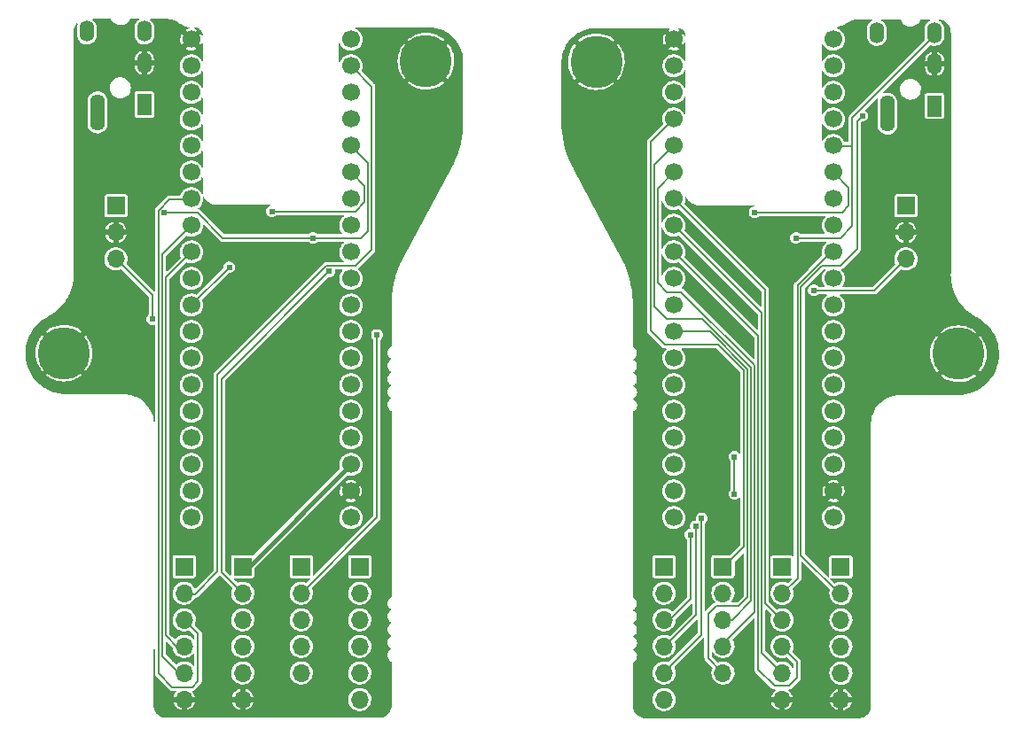
<source format=gbr>
%TF.GenerationSoftware,KiCad,Pcbnew,6.0.0-rc1-bf2b03b42f~115~ubuntu21.10.1*%
%TF.CreationDate,2021-12-08T18:47:43+01:00*%
%TF.ProjectId,adapter,61646170-7465-4722-9e6b-696361645f70,0.1*%
%TF.SameCoordinates,Original*%
%TF.FileFunction,Copper,L1,Top*%
%TF.FilePolarity,Positive*%
%FSLAX46Y46*%
G04 Gerber Fmt 4.6, Leading zero omitted, Abs format (unit mm)*
G04 Created by KiCad (PCBNEW 6.0.0-rc1-bf2b03b42f~115~ubuntu21.10.1) date 2021-12-08 18:47:43*
%MOMM*%
%LPD*%
G01*
G04 APERTURE LIST*
%TA.AperFunction,ComponentPad*%
%ADD10C,5.000000*%
%TD*%
%TA.AperFunction,ComponentPad*%
%ADD11R,1.700000X1.700000*%
%TD*%
%TA.AperFunction,ComponentPad*%
%ADD12O,1.700000X1.700000*%
%TD*%
%TA.AperFunction,ComponentPad*%
%ADD13O,1.400000X2.000000*%
%TD*%
%TA.AperFunction,ComponentPad*%
%ADD14O,1.400000X3.500000*%
%TD*%
%TA.AperFunction,ComponentPad*%
%ADD15R,1.400000X2.000000*%
%TD*%
%TA.AperFunction,ComponentPad*%
%ADD16C,1.700000*%
%TD*%
%TA.AperFunction,ViaPad*%
%ADD17C,0.609600*%
%TD*%
%TA.AperFunction,Conductor*%
%ADD18C,0.203200*%
%TD*%
%TA.AperFunction,Conductor*%
%ADD19C,0.406400*%
%TD*%
G04 APERTURE END LIST*
D10*
%TO.P,H3,1,1*%
%TO.N,GND*%
X132216000Y-25230000D03*
%TD*%
D11*
%TO.P,J12,1,Pin_1*%
%TO.N,+5V*%
X98443999Y-73482200D03*
D12*
%TO.P,J12,2,Pin_2*%
%TO.N,cs_user_r*%
X98443999Y-76022200D03*
%TO.P,J12,3,Pin_3*%
%TO.N,mosi_r*%
X98443999Y-78562200D03*
%TO.P,J12,4,Pin_4*%
%TO.N,sck_r*%
X98443999Y-81102200D03*
%TO.P,J12,5,Pin_5*%
%TO.N,miso_r*%
X98443999Y-83642200D03*
%TO.P,J12,6,Pin_6*%
%TO.N,GND*%
X98443999Y-86182200D03*
%TD*%
D11*
%TO.P,J5,1,Pin_1*%
%TO.N,+5V*%
X155575000Y-73500000D03*
D12*
%TO.P,J5,2,Pin_2*%
%TO.N,cs_trackball_l*%
X155575000Y-76040000D03*
%TO.P,J5,3,Pin_3*%
%TO.N,mosi_l*%
X155575000Y-78580000D03*
%TO.P,J5,4,Pin_4*%
%TO.N,sck_l*%
X155575000Y-81120000D03*
%TO.P,J5,5,Pin_5*%
%TO.N,miso_l*%
X155575000Y-83660000D03*
%TO.P,J5,6,Pin_6*%
%TO.N,GND*%
X155575000Y-86200000D03*
%TD*%
D11*
%TO.P,J7,1,Pin_1*%
%TO.N,+5V*%
X92855999Y-73482200D03*
D12*
%TO.P,J7,2,Pin_2*%
%TO.N,cs_trackball_r*%
X92855999Y-76022200D03*
%TO.P,J7,3,Pin_3*%
%TO.N,mosi_r*%
X92855999Y-78562200D03*
%TO.P,J7,4,Pin_4*%
%TO.N,sck_r*%
X92855999Y-81102200D03*
%TO.P,J7,5,Pin_5*%
%TO.N,miso_r*%
X92855999Y-83642200D03*
%TO.P,J7,6,Pin_6*%
%TO.N,GND*%
X92855999Y-86182200D03*
%TD*%
D11*
%TO.P,J11,1,Pin_1*%
%TO.N,+5V*%
X149944666Y-73500000D03*
D12*
%TO.P,J11,2,Pin_2*%
%TO.N,cs_user_l*%
X149944666Y-76040000D03*
%TO.P,J11,3,Pin_3*%
%TO.N,mosi_l*%
X149944666Y-78580000D03*
%TO.P,J11,4,Pin_4*%
%TO.N,sck_l*%
X149944666Y-81120000D03*
%TO.P,J11,5,Pin_5*%
%TO.N,miso_l*%
X149944666Y-83660000D03*
%TO.P,J11,6,Pin_6*%
%TO.N,GND*%
X149944666Y-86200000D03*
%TD*%
D11*
%TO.P,J3,1,Pin_1*%
%TO.N,+5V*%
X161786000Y-39000000D03*
D12*
%TO.P,J3,2,Pin_2*%
%TO.N,GND*%
X161786000Y-41540000D03*
%TO.P,J3,3,Pin_3*%
%TO.N,rgb_l*%
X161786000Y-44080000D03*
%TD*%
D10*
%TO.P,H4,1,1*%
%TO.N,GND*%
X166800000Y-53150000D03*
%TD*%
D11*
%TO.P,J9,1,Pin_1*%
%TO.N,col3_l*%
X144314333Y-73482200D03*
D12*
%TO.P,J9,2,Pin_2*%
%TO.N,row1_l*%
X144314333Y-76022200D03*
%TO.P,J9,3,Pin_3*%
%TO.N,col2_l*%
X144314333Y-78562200D03*
%TO.P,J9,4,Pin_4*%
%TO.N,col1_l*%
X144314333Y-81102200D03*
%TO.P,J9,5,Pin_5*%
%TO.N,row2_l*%
X144314333Y-83642200D03*
%TD*%
D10*
%TO.P,H2,1,1*%
%TO.N,GND*%
X81376000Y-53080000D03*
%TD*%
D11*
%TO.P,J4,1,Pin_1*%
%TO.N,+5V*%
X86341000Y-39000000D03*
D12*
%TO.P,J4,2,Pin_2*%
%TO.N,GND*%
X86341000Y-41540000D03*
%TO.P,J4,3,Pin_3*%
%TO.N,rgb_r*%
X86341000Y-44080000D03*
%TD*%
D11*
%TO.P,J8,1,Pin_1*%
%TO.N,row4_r*%
X109619999Y-73482200D03*
D12*
%TO.P,J8,2,Pin_2*%
%TO.N,row3_r*%
X109619999Y-76022200D03*
%TO.P,J8,3,Pin_3*%
%TO.N,col4_r*%
X109619999Y-78562200D03*
%TO.P,J8,4,Pin_4*%
%TO.N,col5_r*%
X109619999Y-81102200D03*
%TO.P,J8,5,Pin_5*%
%TO.N,col6_r*%
X109619999Y-83642200D03*
%TO.P,J8,6,Pin_6*%
%TO.N,row5_r*%
X109619999Y-86182200D03*
%TD*%
D10*
%TO.P,H1,1,1*%
%TO.N,GND*%
X115951000Y-25180000D03*
%TD*%
D11*
%TO.P,J6,1,Pin_1*%
%TO.N,col3_r*%
X104031998Y-73482200D03*
D12*
%TO.P,J6,2,Pin_2*%
%TO.N,row1_r*%
X104031998Y-76022200D03*
%TO.P,J6,3,Pin_3*%
%TO.N,col2_r*%
X104031998Y-78562200D03*
%TO.P,J6,4,Pin_4*%
%TO.N,col1_r*%
X104031998Y-81102200D03*
%TO.P,J6,5,Pin_5*%
%TO.N,row2_r*%
X104031998Y-83642200D03*
%TD*%
D11*
%TO.P,J10,1,Pin_1*%
%TO.N,row4_l*%
X138684000Y-73482200D03*
D12*
%TO.P,J10,2,Pin_2*%
%TO.N,row3_l*%
X138684000Y-76022200D03*
%TO.P,J10,3,Pin_3*%
%TO.N,col4_l*%
X138684000Y-78562200D03*
%TO.P,J10,4,Pin_4*%
%TO.N,col5_l*%
X138684000Y-81102200D03*
%TO.P,J10,5,Pin_5*%
%TO.N,col6_l*%
X138684000Y-83642200D03*
%TO.P,J10,6,Pin_6*%
%TO.N,row5_l*%
X138684000Y-86182200D03*
%TD*%
D13*
%TO.P,J2,*%
%TO.N,*%
X159011000Y-22450000D03*
%TO.P,J2,R1*%
%TO.N,GND*%
X164511000Y-25450000D03*
%TO.P,J2,R2*%
%TO.N,serial_l*%
X164511000Y-22450000D03*
D14*
%TO.P,J2,S*%
%TO.N,unconnected-(J2-PadS)*%
X160011000Y-30200000D03*
D15*
%TO.P,J2,T*%
%TO.N,+5V*%
X164511000Y-29450000D03*
%TD*%
D13*
%TO.P,J1,*%
%TO.N,*%
X83566000Y-22325000D03*
%TO.P,J1,R1*%
%TO.N,GND*%
X89066000Y-25325000D03*
%TO.P,J1,R2*%
%TO.N,serial_r*%
X89066000Y-22325000D03*
D14*
%TO.P,J1,S*%
%TO.N,unconnected-(J1-PadS)*%
X84566000Y-30075000D03*
D15*
%TO.P,J1,T*%
%TO.N,+5V*%
X89066000Y-29325000D03*
%TD*%
D16*
%TO.P,U2,2,PB13*%
%TO.N,unconnected-(U2-Pad2)*%
X154860000Y-23080000D03*
%TO.P,U2,3,PB14*%
%TO.N,cs_trackball_l*%
X154860000Y-25620000D03*
%TO.P,U2,4,PB15*%
%TO.N,row1_l*%
X154860000Y-28160000D03*
%TO.P,U2,5,PA8*%
%TO.N,row4_l*%
X154860000Y-30700000D03*
%TO.P,U2,6,PA9*%
%TO.N,serial_l*%
X154860000Y-33240000D03*
%TO.P,U2,7,PA10*%
%TO.N,dfu_bootloader_bodge_l*%
X154860000Y-35780000D03*
%TO.P,U2,8,PA11*%
%TO.N,unconnected-(U2-Pad8)*%
X154860000Y-38320000D03*
%TO.P,U2,9,PA12*%
%TO.N,unconnected-(U2-Pad9)*%
X154860000Y-40860000D03*
%TO.P,U2,10,PA15*%
%TO.N,cs_user_l*%
X154860000Y-43400000D03*
%TO.P,U2,11,PB3*%
%TO.N,col4_l*%
X154860000Y-45940000D03*
%TO.P,U2,12,PB4*%
%TO.N,col5_l*%
X154860000Y-48480000D03*
%TO.P,U2,13,PB5*%
%TO.N,col6_l*%
X154860000Y-51020000D03*
%TO.P,U2,14,PB6*%
%TO.N,scl_l*%
X154860000Y-53560000D03*
%TO.P,U2,15,PB7*%
%TO.N,sda_l*%
X154860000Y-56100000D03*
%TO.P,U2,16,PB8*%
%TO.N,row3_l*%
X154860000Y-58640000D03*
%TO.P,U2,17,PB9*%
%TO.N,row5_l*%
X154860000Y-61180000D03*
%TO.P,U2,18,5V*%
%TO.N,+5V*%
X154860000Y-63720000D03*
%TO.P,U2,19,GND*%
%TO.N,GND*%
X154860000Y-66260000D03*
%TO.P,U2,20,3V3*%
%TO.N,unconnected-(U2-Pad20)*%
X154860000Y-68800000D03*
%TO.P,U2,21,VBat*%
%TO.N,unconnected-(U2-Pad21)*%
X139620000Y-68800000D03*
%TO.P,U2,22,PC13*%
%TO.N,unconnected-(U2-Pad22)*%
X139620000Y-66260000D03*
%TO.P,U2,23,PC14*%
%TO.N,unconnected-(U2-Pad23)*%
X139620000Y-63720000D03*
%TO.P,U2,24,PC15*%
%TO.N,unconnected-(U2-Pad24)*%
X139620000Y-61180000D03*
%TO.P,U2,25,RES*%
%TO.N,unconnected-(U2-Pad25)*%
X139620000Y-58640000D03*
%TO.P,U2,26,PA0*%
%TO.N,button_user_l*%
X139620000Y-56100000D03*
%TO.P,U2,27,PA1*%
%TO.N,rgb_l*%
X139620000Y-53560000D03*
%TO.P,U2,28,PA2*%
%TO.N,row2_l*%
X139620000Y-51020000D03*
%TO.P,U2,29,PA3*%
%TO.N,split_hand_l*%
X139620000Y-48480000D03*
%TO.P,U2,30,PA4*%
%TO.N,cs_eeprom_l*%
X139620000Y-45940000D03*
%TO.P,U2,31,PA5*%
%TO.N,sck_l*%
X139620000Y-43400000D03*
%TO.P,U2,32,PA6*%
%TO.N,miso_l*%
X139620000Y-40860000D03*
%TO.P,U2,33,PA7*%
%TO.N,mosi_l*%
X139620000Y-38320000D03*
%TO.P,U2,34,PB0*%
%TO.N,col1_l*%
X139620000Y-35780000D03*
%TO.P,U2,35,PB1*%
%TO.N,col2_l*%
X139620000Y-33240000D03*
%TO.P,U2,36,PB2*%
%TO.N,col3_l*%
X139620000Y-30700000D03*
%TO.P,U2,37,PB10*%
%TO.N,unconnected-(U2-Pad37)*%
X139620000Y-28160000D03*
%TO.P,U2,38,3V3*%
%TO.N,+3V3*%
X139620000Y-25620000D03*
%TO.P,U2,39,GND*%
%TO.N,GND*%
X139620000Y-23080000D03*
%TD*%
%TO.P,U1,2,PB13*%
%TO.N,unconnected-(U1-Pad2)*%
X108780000Y-23090000D03*
%TO.P,U1,3,PB14*%
%TO.N,cs_trackball_r*%
X108780000Y-25630000D03*
%TO.P,U1,4,PB15*%
%TO.N,row1_r*%
X108780000Y-28170000D03*
%TO.P,U1,5,PA8*%
%TO.N,row4_r*%
X108780000Y-30710000D03*
%TO.P,U1,6,PA9*%
%TO.N,serial_r*%
X108780000Y-33250000D03*
%TO.P,U1,7,PA10*%
%TO.N,dfu_bootloader_bodge_r*%
X108780000Y-35790000D03*
%TO.P,U1,8,PA11*%
%TO.N,unconnected-(U1-Pad8)*%
X108780000Y-38330000D03*
%TO.P,U1,9,PA12*%
%TO.N,unconnected-(U1-Pad9)*%
X108780000Y-40870000D03*
%TO.P,U1,10,PA15*%
%TO.N,cs_user_r*%
X108780000Y-43410000D03*
%TO.P,U1,11,PB3*%
%TO.N,col4_r*%
X108780000Y-45950000D03*
%TO.P,U1,12,PB4*%
%TO.N,col5_r*%
X108780000Y-48490000D03*
%TO.P,U1,13,PB5*%
%TO.N,col6_r*%
X108780000Y-51030000D03*
%TO.P,U1,14,PB6*%
%TO.N,scl_r*%
X108780000Y-53570000D03*
%TO.P,U1,15,PB7*%
%TO.N,sda_r*%
X108780000Y-56110000D03*
%TO.P,U1,16,PB8*%
%TO.N,row3_r*%
X108780000Y-58650000D03*
%TO.P,U1,17,PB9*%
%TO.N,row5_r*%
X108780000Y-61190000D03*
%TO.P,U1,18,5V*%
%TO.N,+5V*%
X108780000Y-63730000D03*
%TO.P,U1,19,GND*%
%TO.N,GND*%
X108780000Y-66270000D03*
%TO.P,U1,20,3V3*%
%TO.N,+3V3*%
X108780000Y-68810000D03*
%TO.P,U1,21,VBat*%
%TO.N,unconnected-(U1-Pad21)*%
X93540000Y-68810000D03*
%TO.P,U1,22,PC13*%
%TO.N,unconnected-(U1-Pad22)*%
X93540000Y-66270000D03*
%TO.P,U1,23,PC14*%
%TO.N,unconnected-(U1-Pad23)*%
X93540000Y-63730000D03*
%TO.P,U1,24,PC15*%
%TO.N,unconnected-(U1-Pad24)*%
X93540000Y-61190000D03*
%TO.P,U1,25,RES*%
%TO.N,unconnected-(U1-Pad25)*%
X93540000Y-58650000D03*
%TO.P,U1,26,PA0*%
%TO.N,button_user_r*%
X93540000Y-56110000D03*
%TO.P,U1,27,PA1*%
%TO.N,rgb_r*%
X93540000Y-53570000D03*
%TO.P,U1,28,PA2*%
%TO.N,row2_r*%
X93540000Y-51030000D03*
%TO.P,U1,29,PA3*%
%TO.N,split_hand_r*%
X93540000Y-48490000D03*
%TO.P,U1,30,PA4*%
%TO.N,cs_eeprom_r*%
X93540000Y-45950000D03*
%TO.P,U1,31,PA5*%
%TO.N,sck_r*%
X93540000Y-43410000D03*
%TO.P,U1,32,PA6*%
%TO.N,miso_r*%
X93540000Y-40870000D03*
%TO.P,U1,33,PA7*%
%TO.N,mosi_r*%
X93540000Y-38330000D03*
%TO.P,U1,34,PB0*%
%TO.N,col1_r*%
X93540000Y-35790000D03*
%TO.P,U1,35,PB1*%
%TO.N,col2_r*%
X93540000Y-33250000D03*
%TO.P,U1,36,PB2*%
%TO.N,col3_r*%
X93540000Y-30710000D03*
%TO.P,U1,37,PB10*%
%TO.N,unconnected-(U1-Pad37)*%
X93540000Y-28170000D03*
%TO.P,U1,38,3V3*%
%TO.N,unconnected-(U1-Pad38)*%
X93540000Y-25630000D03*
%TO.P,U1,39,GND*%
%TO.N,GND*%
X93540000Y-23090000D03*
%TD*%
D17*
%TO.N,GND*%
X99206000Y-79793000D03*
X91967000Y-67728000D03*
X109747000Y-57314000D03*
X159023000Y-25310000D03*
X143783000Y-46265000D03*
X149987000Y-61849000D03*
X138322000Y-67474000D03*
X97682000Y-39407000D03*
X103141615Y-82333000D03*
X110382000Y-84873000D03*
X143783000Y-49186000D03*
X149987000Y-67945000D03*
X108731000Y-77253000D03*
X159023000Y-24294000D03*
X108731000Y-82333000D03*
X103143000Y-77253000D03*
X96666000Y-39407000D03*
X94888000Y-67728000D03*
X144145000Y-61849000D03*
X159023000Y-26326000D03*
X91967000Y-77246672D03*
X99206000Y-82333000D03*
X147466000Y-47535000D03*
X103143000Y-79920000D03*
X91967000Y-82326672D03*
X138322000Y-70014000D03*
X91967000Y-79786672D03*
X108731000Y-79793000D03*
X99206000Y-77253000D03*
%TO.N,serial_r*%
X105175000Y-42074000D03*
X90951000Y-39661000D03*
%TO.N,serial_l*%
X151276000Y-42074000D03*
%TO.N,rgb_r*%
X89821778Y-49821000D03*
%TO.N,cs_trackball_l*%
X157626000Y-30390000D03*
%TO.N,row1_r*%
X111271000Y-51345000D03*
%TO.N,dfu_bootloader_bodge_r*%
X101238000Y-39534000D03*
%TO.N,button_user_l*%
X145415000Y-66548000D03*
X145415000Y-62992000D03*
%TO.N,split_hand_r*%
X97162000Y-44868000D03*
%TO.N,dfu_bootloader_bodge_l*%
X147339000Y-39624000D03*
%TO.N,col4_l*%
X141199100Y-70432465D03*
%TO.N,col5_l*%
X141726629Y-69633000D03*
%TO.N,col6_l*%
X142283900Y-68871000D03*
%TO.N,rgb_l*%
X152982182Y-47064182D03*
%TO.N,cs_user_r*%
X106699000Y-45273900D03*
%TD*%
D18*
%TO.N,serial_r*%
X91078000Y-39661000D02*
X90951000Y-39661000D01*
X105175000Y-42074000D02*
X96539000Y-42074000D01*
X109747000Y-42074000D02*
X105175000Y-42074000D01*
X110433289Y-34886289D02*
X110433289Y-41387711D01*
X96539000Y-42074000D02*
X94126000Y-39661000D01*
X108731000Y-33184000D02*
X110433289Y-34886289D01*
X110433289Y-41387711D02*
X109747000Y-42074000D01*
X94126000Y-39661000D02*
X91078000Y-39661000D01*
D19*
%TO.N,+5V*%
X99039800Y-73482200D02*
X108731000Y-63791000D01*
D18*
%TO.N,serial_l*%
X154940000Y-33274000D02*
X156666711Y-33274000D01*
X164511000Y-22750000D02*
X156666711Y-30594289D01*
X156666711Y-40945289D02*
X155538000Y-42074000D01*
X156666711Y-30594289D02*
X156666711Y-33274000D01*
X156666711Y-33274000D02*
X156666711Y-40945289D01*
X155538000Y-42074000D02*
X151276000Y-42074000D01*
%TO.N,rgb_r*%
X86341000Y-44080000D02*
X89821778Y-47560778D01*
X89821778Y-47560778D02*
X89821778Y-49821000D01*
%TO.N,cs_trackball_l*%
X153797000Y-44704000D02*
X155575000Y-44704000D01*
X151765000Y-72390000D02*
X151765000Y-46736000D01*
X151765000Y-46736000D02*
X153797000Y-44704000D01*
X157123411Y-30892589D02*
X157626000Y-30390000D01*
X155575000Y-44704000D02*
X157123411Y-43155589D01*
X155415000Y-76040000D02*
X151765000Y-72390000D01*
X157123411Y-43155589D02*
X157123411Y-30892589D01*
%TO.N,mosi_r*%
X94189500Y-84428500D02*
X94189500Y-79895700D01*
X93491000Y-38391000D02*
X91467363Y-38391000D01*
X91467363Y-38391000D02*
X90418099Y-39440264D01*
X91713000Y-85000000D02*
X93618000Y-85000000D01*
X93618000Y-85000000D02*
X94189500Y-84428500D01*
X90418099Y-39440264D02*
X90418099Y-83705099D01*
X90418099Y-83705099D02*
X91713000Y-85000000D01*
X94189500Y-79895700D02*
X92856000Y-78562200D01*
%TO.N,sck_r*%
X91102422Y-80071422D02*
X92221000Y-81190000D01*
X91102422Y-45847578D02*
X91102422Y-80071422D01*
X93540000Y-43410000D02*
X91102422Y-45847578D01*
%TO.N,miso_r*%
X93540000Y-40870000D02*
X90772711Y-43637289D01*
X90772711Y-43637289D02*
X90772711Y-82027711D01*
X90772711Y-82027711D02*
X92475000Y-83730000D01*
%TO.N,row1_r*%
X111271000Y-68783198D02*
X111271000Y-51345000D01*
X104031998Y-76022200D02*
X111271000Y-68783198D01*
%TO.N,dfu_bootloader_bodge_r*%
X109239000Y-39534000D02*
X101238000Y-39534000D01*
X110103578Y-37113578D02*
X110103578Y-38669422D01*
X110103578Y-38669422D02*
X109239000Y-39534000D01*
X108780000Y-35790000D02*
X110103578Y-37113578D01*
%TO.N,button_user_l*%
X145415000Y-62992000D02*
X145415000Y-66548000D01*
%TO.N,split_hand_r*%
X93540000Y-48490000D02*
X97162000Y-44868000D01*
%TO.N,row2_l*%
X146652711Y-54619429D02*
X143053281Y-51020000D01*
X143053281Y-51020000D02*
X139620000Y-51020000D01*
X144314333Y-83642200D02*
X142894000Y-82221867D01*
X142894000Y-82221867D02*
X142894000Y-78015000D01*
X146652711Y-76415289D02*
X146652711Y-54619429D01*
X142894000Y-78015000D02*
X143656000Y-77253000D01*
X143656000Y-77253000D02*
X145815000Y-77253000D01*
X145815000Y-77253000D02*
X146652711Y-76415289D01*
%TO.N,col3_l*%
X137414000Y-50945000D02*
X137414000Y-32918400D01*
X143840200Y-52273200D02*
X138742200Y-52273200D01*
X146323000Y-54756000D02*
X143840200Y-52273200D01*
X146323000Y-71609000D02*
X146323000Y-54756000D01*
X137414000Y-32918400D02*
X139623800Y-30708600D01*
X144399000Y-73533000D02*
X146323000Y-71609000D01*
X138742200Y-52273200D02*
X137414000Y-50945000D01*
%TO.N,col2_l*%
X147014701Y-76759299D02*
X147014701Y-54431701D01*
X147014701Y-54431701D02*
X142367000Y-49784000D01*
X145211800Y-78562200D02*
X147014701Y-76759299D01*
X137743711Y-48589711D02*
X137743711Y-35116289D01*
X138938000Y-49784000D02*
X137743711Y-48589711D01*
X142367000Y-49784000D02*
X138938000Y-49784000D01*
X137743711Y-35116289D02*
X139620000Y-33240000D01*
X144314333Y-78562200D02*
X145211800Y-78562200D01*
%TO.N,col1_l*%
X140335000Y-47244000D02*
X138945400Y-47244000D01*
X138073422Y-46372022D02*
X138073422Y-37326578D01*
X147344412Y-77826588D02*
X147344412Y-54253412D01*
X144272000Y-80899000D02*
X147344412Y-77826588D01*
X147344412Y-54253412D02*
X140335000Y-47244000D01*
X138945400Y-47244000D02*
X138073422Y-46372022D01*
X138073422Y-37326578D02*
X139620000Y-35780000D01*
%TO.N,dfu_bootloader_bodge_l*%
X154860000Y-35780000D02*
X156337000Y-37257000D01*
X156337000Y-38989000D02*
X155702000Y-39624000D01*
X155702000Y-39624000D02*
X147339000Y-39624000D01*
X156337000Y-37257000D02*
X156337000Y-38989000D01*
%TO.N,mosi_l*%
X139620000Y-38320000D02*
X148336000Y-47036000D01*
X148336000Y-47036000D02*
X148336000Y-76962000D01*
X148336000Y-76962000D02*
X150114000Y-78740000D01*
%TO.N,miso_l*%
X149944666Y-83660000D02*
X148006289Y-81721623D01*
X148006289Y-81721623D02*
X148006289Y-49246289D01*
X148006289Y-49246289D02*
X139620000Y-40860000D01*
%TO.N,sck_l*%
X139620000Y-43400000D02*
X147676578Y-51456578D01*
X151403000Y-84111000D02*
X151403000Y-82587000D01*
X147676578Y-83305578D02*
X149244000Y-84873000D01*
X149244000Y-84873000D02*
X150641000Y-84873000D01*
X151403000Y-82587000D02*
X150006000Y-81190000D01*
X150641000Y-84873000D02*
X151403000Y-84111000D01*
X147676578Y-51456578D02*
X147676578Y-83305578D01*
%TO.N,cs_trackball_r*%
X96031000Y-73951000D02*
X96031000Y-55155000D01*
X92729000Y-76110000D02*
X93872000Y-76110000D01*
X106445000Y-44741000D02*
X109239000Y-44741000D01*
X110763000Y-27596000D02*
X108858000Y-25691000D01*
X110763000Y-43217000D02*
X110763000Y-27596000D01*
X93872000Y-76110000D02*
X96031000Y-73951000D01*
X109239000Y-44741000D02*
X110763000Y-43217000D01*
X96031000Y-55155000D02*
X106445000Y-44741000D01*
%TO.N,col4_l*%
X139192000Y-78613000D02*
X141224000Y-76581000D01*
X141224000Y-76581000D02*
X141224000Y-70457365D01*
X141224000Y-70457365D02*
X141199100Y-70432465D01*
%TO.N,col5_l*%
X141732000Y-69638371D02*
X141726629Y-69633000D01*
X138684000Y-81153000D02*
X141732000Y-78105000D01*
X141732000Y-78105000D02*
X141732000Y-69638371D01*
%TO.N,col6_l*%
X142259529Y-70133389D02*
X142259529Y-68895371D01*
X142240000Y-80010000D02*
X142240000Y-70152918D01*
X142259529Y-68895371D02*
X142283900Y-68871000D01*
X138684000Y-83566000D02*
X142240000Y-80010000D01*
X142240000Y-70152918D02*
X142259529Y-70133389D01*
%TO.N,rgb_l*%
X153035000Y-47117000D02*
X152982182Y-47064182D01*
X158750000Y-47117000D02*
X153035000Y-47117000D01*
X161798000Y-44069000D02*
X158750000Y-47117000D01*
%TO.N,cs_user_l*%
X151435289Y-46599429D02*
X154600718Y-43434000D01*
X151435289Y-74624711D02*
X151435289Y-46599429D01*
X149987000Y-76073000D02*
X151435289Y-74624711D01*
%TO.N,cs_user_r*%
X96412000Y-73990201D02*
X96412000Y-55546872D01*
X96412000Y-55546872D02*
X106684972Y-45273900D01*
X106684972Y-45273900D02*
X106699000Y-45273900D01*
X98443999Y-76022200D02*
X96412000Y-73990201D01*
%TD*%
%TA.AperFunction,Conductor*%
%TO.N,GND*%
G36*
X165039792Y-21198941D02*
G01*
X165060088Y-21200802D01*
X165069672Y-21202440D01*
X165198984Y-21235066D01*
X165234263Y-21243967D01*
X165243648Y-21246335D01*
X165252850Y-21249436D01*
X165417922Y-21319792D01*
X165426525Y-21324279D01*
X165578684Y-21419386D01*
X165586496Y-21425160D01*
X165676444Y-21503160D01*
X165722056Y-21542713D01*
X165728883Y-21549635D01*
X165840474Y-21681937D01*
X165844561Y-21686783D01*
X165850226Y-21694669D01*
X165943244Y-21848123D01*
X165947617Y-21856797D01*
X166015696Y-22022798D01*
X166018675Y-22032054D01*
X166060185Y-22206618D01*
X166061691Y-22216224D01*
X166073931Y-22373402D01*
X166072917Y-22390448D01*
X166071024Y-22399960D01*
X166072224Y-22405998D01*
X166074801Y-22418963D01*
X166076000Y-22431147D01*
X166076000Y-45498234D01*
X166074753Y-45510654D01*
X166071026Y-45529034D01*
X166072147Y-45534781D01*
X166072201Y-45536186D01*
X166072196Y-45537394D01*
X166072194Y-45537398D01*
X166072196Y-45537498D01*
X166072193Y-45538421D01*
X166072331Y-45539616D01*
X166083697Y-45838026D01*
X166086697Y-45916795D01*
X166086855Y-45918089D01*
X166086856Y-45918099D01*
X166097855Y-46008053D01*
X166133793Y-46301966D01*
X166173096Y-46490739D01*
X166210916Y-46672391D01*
X166212887Y-46681859D01*
X166213263Y-46683125D01*
X166213264Y-46683128D01*
X166321659Y-47047874D01*
X166323426Y-47053821D01*
X166384519Y-47210189D01*
X166462272Y-47409198D01*
X166464638Y-47415254D01*
X166465213Y-47416426D01*
X166634964Y-47762465D01*
X166634969Y-47762475D01*
X166635537Y-47763632D01*
X166834930Y-48096524D01*
X166917813Y-48211824D01*
X167060662Y-48410545D01*
X167060671Y-48410556D01*
X167061424Y-48411604D01*
X167062268Y-48412592D01*
X167062271Y-48412596D01*
X167300632Y-48691680D01*
X167313436Y-48706671D01*
X167314363Y-48707589D01*
X167314368Y-48707594D01*
X167458496Y-48850269D01*
X167589207Y-48979663D01*
X167590205Y-48980498D01*
X167590206Y-48980499D01*
X167678222Y-49054144D01*
X167886809Y-49228675D01*
X168204166Y-49451968D01*
X168205292Y-49452627D01*
X168205295Y-49452629D01*
X168529914Y-49642627D01*
X168530918Y-49643324D01*
X168531672Y-49643724D01*
X168532812Y-49644469D01*
X168534268Y-49645216D01*
X168538636Y-49648778D01*
X168540380Y-49649301D01*
X168541808Y-49650433D01*
X168547237Y-49651980D01*
X168547239Y-49651981D01*
X168554211Y-49653968D01*
X168568229Y-49659889D01*
X168867100Y-49831684D01*
X168872127Y-49834903D01*
X169173515Y-50048813D01*
X169178212Y-50052496D01*
X169457825Y-50294185D01*
X169462149Y-50298299D01*
X169717431Y-50565560D01*
X169721343Y-50570068D01*
X169949975Y-50860478D01*
X169953425Y-50865320D01*
X170135845Y-51149048D01*
X170153310Y-51176213D01*
X170156284Y-51181363D01*
X170325605Y-51509920D01*
X170328076Y-51515337D01*
X170465272Y-51858521D01*
X170467221Y-51864162D01*
X170571057Y-52218887D01*
X170572453Y-52224671D01*
X170638707Y-52570607D01*
X170641973Y-52587662D01*
X170642815Y-52593571D01*
X170677390Y-52961547D01*
X170677664Y-52967510D01*
X170677439Y-53088790D01*
X170676980Y-53336647D01*
X170676979Y-53337099D01*
X170676684Y-53343051D01*
X170651779Y-53597940D01*
X170640741Y-53710907D01*
X170639877Y-53716813D01*
X170579483Y-54025943D01*
X170569011Y-54079542D01*
X170567589Y-54085335D01*
X170467199Y-54423626D01*
X170462443Y-54439651D01*
X170460476Y-54445281D01*
X170424298Y-54534812D01*
X170322003Y-54787964D01*
X170319505Y-54793385D01*
X170148978Y-55121287D01*
X170145974Y-55126445D01*
X170011087Y-55334541D01*
X169958997Y-55414904D01*
X169944947Y-55436579D01*
X169941468Y-55441423D01*
X169794018Y-55627290D01*
X169711766Y-55730973D01*
X169707837Y-55735467D01*
X169451566Y-56001778D01*
X169447226Y-56005877D01*
X169166716Y-56246529D01*
X169162019Y-56250185D01*
X168859812Y-56462993D01*
X168854783Y-56466185D01*
X168848603Y-56469707D01*
X168533667Y-56649187D01*
X168528363Y-56651882D01*
X168227241Y-56787238D01*
X168191248Y-56803417D01*
X168185695Y-56805600D01*
X168106682Y-56832391D01*
X167835683Y-56924278D01*
X167829945Y-56925923D01*
X167470191Y-57010673D01*
X167464323Y-57011762D01*
X167098143Y-57061804D01*
X167092197Y-57062329D01*
X166747757Y-57076210D01*
X166732589Y-57074967D01*
X166725984Y-57073602D01*
X166719956Y-57072356D01*
X166713913Y-57073511D01*
X166713912Y-57073511D01*
X166699771Y-57076214D01*
X166688038Y-57077325D01*
X161259251Y-57077325D01*
X161247058Y-57076124D01*
X161241241Y-57074967D01*
X161228079Y-57072349D01*
X161223934Y-57073173D01*
X160915133Y-57090563D01*
X160606144Y-57143211D01*
X160604454Y-57143699D01*
X160604451Y-57143700D01*
X160306705Y-57229731D01*
X160305020Y-57230218D01*
X160303403Y-57230890D01*
X160303397Y-57230892D01*
X160017193Y-57349810D01*
X160017190Y-57349812D01*
X160015569Y-57350485D01*
X160014036Y-57351335D01*
X160014032Y-57351337D01*
X159742994Y-57501633D01*
X159742989Y-57501636D01*
X159741451Y-57502489D01*
X159740018Y-57503509D01*
X159740014Y-57503512D01*
X159604205Y-57600227D01*
X159486133Y-57684310D01*
X159484836Y-57685473D01*
X159484832Y-57685477D01*
X159333396Y-57821365D01*
X159252844Y-57893647D01*
X159251678Y-57894958D01*
X159251675Y-57894961D01*
X159172919Y-57983507D01*
X159044533Y-58127853D01*
X158863836Y-58383967D01*
X158828772Y-58447859D01*
X158732201Y-58623828D01*
X158713036Y-58658749D01*
X158712373Y-58660364D01*
X158712369Y-58660373D01*
X158634602Y-58849884D01*
X158594042Y-58948726D01*
X158584882Y-58980958D01*
X158524524Y-59193343D01*
X158508357Y-59250229D01*
X158457067Y-59559446D01*
X158456977Y-59561188D01*
X158456976Y-59561193D01*
X158447740Y-59739111D01*
X158441033Y-59868321D01*
X158440227Y-59872469D01*
X158441454Y-59878498D01*
X158443945Y-59890741D01*
X158445200Y-59903203D01*
X158445200Y-86767344D01*
X158443883Y-86780105D01*
X158440235Y-86797596D01*
X158441379Y-86803640D01*
X158441379Y-86803644D01*
X158442026Y-86807060D01*
X158442876Y-86824167D01*
X158429008Y-86981664D01*
X158427384Y-86991336D01*
X158405944Y-87077123D01*
X158385979Y-87157012D01*
X158383786Y-87165785D01*
X158380670Y-87175082D01*
X158317851Y-87322847D01*
X158310319Y-87340563D01*
X158305786Y-87349259D01*
X158210411Y-87501702D01*
X158204573Y-87509583D01*
X158086529Y-87645225D01*
X158079530Y-87652095D01*
X157941721Y-87767600D01*
X157933733Y-87773291D01*
X157779550Y-87865817D01*
X157770773Y-87870187D01*
X157604009Y-87937457D01*
X157594660Y-87940399D01*
X157419421Y-87980754D01*
X157409732Y-87982196D01*
X157251997Y-87993138D01*
X157234914Y-87991971D01*
X157225483Y-87990004D01*
X157219438Y-87991148D01*
X157219436Y-87991148D01*
X157205081Y-87993865D01*
X157193430Y-87994955D01*
X144250072Y-87988982D01*
X136951459Y-87985614D01*
X136939281Y-87984409D01*
X136920281Y-87980624D01*
X136914243Y-87981823D01*
X136914242Y-87981823D01*
X136910878Y-87982491D01*
X136893754Y-87983492D01*
X136792785Y-87975468D01*
X136735088Y-87970883D01*
X136725348Y-87969328D01*
X136549587Y-87926821D01*
X136540214Y-87923753D01*
X136373330Y-87854127D01*
X136364558Y-87849625D01*
X136210699Y-87754605D01*
X136202744Y-87748778D01*
X136065756Y-87630743D01*
X136058815Y-87623735D01*
X135942103Y-87485619D01*
X135936351Y-87477607D01*
X135842818Y-87322847D01*
X135838398Y-87314029D01*
X135829250Y-87291494D01*
X135792580Y-87201169D01*
X135770378Y-87146480D01*
X135767401Y-87137077D01*
X135745427Y-87042237D01*
X135726585Y-86960912D01*
X135725125Y-86951163D01*
X135725077Y-86950468D01*
X135714042Y-86792388D01*
X135715207Y-86775273D01*
X135715908Y-86771911D01*
X135717165Y-86765887D01*
X135716021Y-86759842D01*
X135716021Y-86759839D01*
X135713228Y-86745082D01*
X135712138Y-86733594D01*
X135710906Y-86153164D01*
X137575148Y-86153164D01*
X137588424Y-86355722D01*
X137589130Y-86358502D01*
X137616380Y-86465796D01*
X137638392Y-86552469D01*
X137723377Y-86736816D01*
X137840533Y-86902589D01*
X137842587Y-86904590D01*
X137842588Y-86904591D01*
X137931635Y-86991336D01*
X137985938Y-87044235D01*
X138154720Y-87157012D01*
X138186643Y-87170727D01*
X138338588Y-87236008D01*
X138338590Y-87236009D01*
X138341228Y-87237142D01*
X138441641Y-87259863D01*
X138536426Y-87281311D01*
X138536429Y-87281311D01*
X138539216Y-87281942D01*
X138629164Y-87285476D01*
X138739193Y-87289800D01*
X138739197Y-87289800D01*
X138742053Y-87289912D01*
X138764965Y-87286590D01*
X138801373Y-87281311D01*
X138942945Y-87260784D01*
X139135165Y-87195534D01*
X139312276Y-87096347D01*
X139468345Y-86966545D01*
X139598147Y-86810476D01*
X139697334Y-86633365D01*
X139755727Y-86461346D01*
X148923915Y-86461346D01*
X148959846Y-86586651D01*
X148962083Y-86592301D01*
X149053698Y-86770565D01*
X149056998Y-86775685D01*
X149181495Y-86932760D01*
X149185718Y-86937134D01*
X149338353Y-87067037D01*
X149343352Y-87070511D01*
X149518312Y-87168293D01*
X149523883Y-87170727D01*
X149678843Y-87221077D01*
X149688328Y-87220330D01*
X149690666Y-87217593D01*
X149690666Y-87210179D01*
X150198666Y-87210179D01*
X150202307Y-87218969D01*
X150206092Y-87220537D01*
X150324428Y-87187497D01*
X150330099Y-87185298D01*
X150509009Y-87094923D01*
X150514131Y-87091673D01*
X150672081Y-86968268D01*
X150676485Y-86964075D01*
X150807453Y-86812347D01*
X150810955Y-86807382D01*
X150909957Y-86633109D01*
X150912433Y-86627546D01*
X150966240Y-86465796D01*
X150965921Y-86461346D01*
X154554249Y-86461346D01*
X154590180Y-86586651D01*
X154592417Y-86592301D01*
X154684032Y-86770565D01*
X154687332Y-86775685D01*
X154811829Y-86932760D01*
X154816052Y-86937134D01*
X154968687Y-87067037D01*
X154973686Y-87070511D01*
X155148646Y-87168293D01*
X155154217Y-87170727D01*
X155309177Y-87221077D01*
X155318662Y-87220330D01*
X155321000Y-87217593D01*
X155321000Y-87210179D01*
X155829000Y-87210179D01*
X155832641Y-87218969D01*
X155836426Y-87220537D01*
X155954762Y-87187497D01*
X155960433Y-87185298D01*
X156139343Y-87094923D01*
X156144465Y-87091673D01*
X156302415Y-86968268D01*
X156306819Y-86964075D01*
X156437787Y-86812347D01*
X156441289Y-86807382D01*
X156540291Y-86633109D01*
X156542767Y-86627546D01*
X156596574Y-86465796D01*
X156595894Y-86456306D01*
X156593232Y-86454000D01*
X155841431Y-86454000D01*
X155832641Y-86457641D01*
X155829000Y-86466431D01*
X155829000Y-87210179D01*
X155321000Y-87210179D01*
X155321000Y-86466431D01*
X155317359Y-86457641D01*
X155308569Y-86454000D01*
X154564574Y-86454000D01*
X154555784Y-86457641D01*
X154554249Y-86461346D01*
X150965921Y-86461346D01*
X150965560Y-86456306D01*
X150962898Y-86454000D01*
X150211097Y-86454000D01*
X150202307Y-86457641D01*
X150198666Y-86466431D01*
X150198666Y-87210179D01*
X149690666Y-87210179D01*
X149690666Y-86466431D01*
X149687025Y-86457641D01*
X149678235Y-86454000D01*
X148934240Y-86454000D01*
X148925450Y-86457641D01*
X148923915Y-86461346D01*
X139755727Y-86461346D01*
X139762584Y-86441145D01*
X139791712Y-86240253D01*
X139793232Y-86182200D01*
X139790303Y-86150316D01*
X139774920Y-85982914D01*
X139774658Y-85980059D01*
X139773879Y-85977296D01*
X139720335Y-85787444D01*
X139720333Y-85787440D01*
X139719557Y-85784687D01*
X139629776Y-85602628D01*
X139628058Y-85600327D01*
X139510037Y-85442278D01*
X139510036Y-85442276D01*
X139508320Y-85439979D01*
X139359258Y-85302187D01*
X139187581Y-85193867D01*
X138999039Y-85118646D01*
X138996233Y-85118088D01*
X138996230Y-85118087D01*
X138802752Y-85079602D01*
X138802750Y-85079602D01*
X138799946Y-85079044D01*
X138704353Y-85077793D01*
X138599833Y-85076424D01*
X138599828Y-85076424D01*
X138596971Y-85076387D01*
X138594151Y-85076872D01*
X138594146Y-85076872D01*
X138499050Y-85093213D01*
X138396910Y-85110764D01*
X138394222Y-85111756D01*
X138394217Y-85111757D01*
X138209151Y-85180032D01*
X138209148Y-85180033D01*
X138206463Y-85181024D01*
X138204003Y-85182487D01*
X138204002Y-85182488D01*
X138189532Y-85191097D01*
X138032010Y-85284812D01*
X137879392Y-85418655D01*
X137753720Y-85578069D01*
X137659203Y-85757715D01*
X137658356Y-85760442D01*
X137658355Y-85760445D01*
X137646184Y-85799643D01*
X137599007Y-85951578D01*
X137575148Y-86153164D01*
X135710906Y-86153164D01*
X135704578Y-83172145D01*
X135704065Y-82930695D01*
X135705245Y-82918475D01*
X135708976Y-82899549D01*
X135705884Y-82884145D01*
X135704769Y-82875489D01*
X135703681Y-82856815D01*
X135697095Y-82743858D01*
X135692305Y-82716152D01*
X135687896Y-82690656D01*
X135698404Y-82643989D01*
X135722972Y-82623472D01*
X135726076Y-82622460D01*
X135729266Y-82620483D01*
X135856853Y-82541402D01*
X135856855Y-82541400D01*
X135860042Y-82539425D01*
X135970452Y-82426945D01*
X136035533Y-82317456D01*
X136049067Y-82294687D01*
X136049067Y-82294686D01*
X136050985Y-82291460D01*
X136060803Y-82259322D01*
X136095935Y-82144314D01*
X136097032Y-82140723D01*
X136103625Y-82024498D01*
X136105746Y-81987106D01*
X136105746Y-81987103D01*
X136105958Y-81983363D01*
X136077251Y-81828386D01*
X136074193Y-81821591D01*
X136014096Y-81688085D01*
X136012556Y-81684663D01*
X136010249Y-81681707D01*
X135917882Y-81563375D01*
X135917879Y-81563372D01*
X135915574Y-81560419D01*
X135912629Y-81558094D01*
X135794799Y-81465089D01*
X135794798Y-81465088D01*
X135791857Y-81462767D01*
X135775479Y-81455288D01*
X135742882Y-81420278D01*
X135744588Y-81372473D01*
X135773358Y-81342600D01*
X135807498Y-81325429D01*
X135807502Y-81325427D01*
X135810867Y-81323734D01*
X135813731Y-81321288D01*
X135813734Y-81321286D01*
X135928369Y-81223378D01*
X135931234Y-81220931D01*
X135971947Y-81164273D01*
X136021404Y-81095446D01*
X136021405Y-81095444D01*
X136023604Y-81092384D01*
X136053928Y-81016952D01*
X136081242Y-80949008D01*
X136081243Y-80949004D01*
X136082646Y-80945514D01*
X136104950Y-80788800D01*
X136105094Y-80775003D01*
X136086077Y-80617856D01*
X136082223Y-80607655D01*
X136051064Y-80525196D01*
X136030125Y-80469782D01*
X135985296Y-80404556D01*
X135942598Y-80342431D01*
X135940466Y-80339329D01*
X135822279Y-80234027D01*
X135818952Y-80232266D01*
X135818950Y-80232264D01*
X135767416Y-80204978D01*
X135736925Y-80168120D01*
X135741427Y-80120497D01*
X135768579Y-80093908D01*
X135808686Y-80073736D01*
X135811550Y-80071290D01*
X135811553Y-80071288D01*
X135926188Y-79973380D01*
X135929053Y-79970933D01*
X135969766Y-79914275D01*
X136019223Y-79845448D01*
X136019224Y-79845446D01*
X136021423Y-79842386D01*
X136051747Y-79766954D01*
X136079061Y-79699010D01*
X136079062Y-79699006D01*
X136080465Y-79695516D01*
X136102769Y-79538802D01*
X136102913Y-79525005D01*
X136083896Y-79367858D01*
X136080042Y-79357657D01*
X136050789Y-79280243D01*
X136027944Y-79219784D01*
X135938285Y-79089331D01*
X135820098Y-78984029D01*
X135765235Y-78954980D01*
X135734744Y-78918124D01*
X135739245Y-78870501D01*
X135766397Y-78843911D01*
X135806504Y-78823739D01*
X135809368Y-78821293D01*
X135809371Y-78821291D01*
X135924006Y-78723383D01*
X135926871Y-78720936D01*
X135986428Y-78638053D01*
X136017041Y-78595451D01*
X136017042Y-78595449D01*
X136019241Y-78592389D01*
X136056951Y-78498584D01*
X136076879Y-78449013D01*
X136076880Y-78449009D01*
X136078283Y-78445519D01*
X136100587Y-78288805D01*
X136100731Y-78275008D01*
X136081714Y-78117861D01*
X136077860Y-78107660D01*
X136056461Y-78051029D01*
X136025762Y-77969787D01*
X135936103Y-77839334D01*
X135817916Y-77734032D01*
X135814589Y-77732270D01*
X135814584Y-77732267D01*
X135764862Y-77705941D01*
X135734370Y-77669084D01*
X135738872Y-77621461D01*
X135767946Y-77593944D01*
X135785090Y-77586043D01*
X135795419Y-77577832D01*
X135883159Y-77508078D01*
X135908465Y-77487960D01*
X135911488Y-77484060D01*
X136002716Y-77366343D01*
X136005013Y-77363379D01*
X136069207Y-77219431D01*
X136097372Y-77064355D01*
X136096709Y-77053334D01*
X136091346Y-76964292D01*
X136087897Y-76907027D01*
X136041324Y-76756451D01*
X135960319Y-76621248D01*
X135918716Y-76579159D01*
X135868933Y-76528796D01*
X135849518Y-76509154D01*
X135715263Y-76426586D01*
X135712213Y-76425604D01*
X135679842Y-76390618D01*
X135676845Y-76358523D01*
X135685564Y-76307030D01*
X135685565Y-76307022D01*
X135685858Y-76305291D01*
X135687033Y-76283858D01*
X135693072Y-76173638D01*
X135694158Y-76164972D01*
X135696005Y-76155601D01*
X135696005Y-76155597D01*
X135697195Y-76149559D01*
X135693463Y-76130968D01*
X135692240Y-76118625D01*
X135692242Y-76116827D01*
X135692327Y-75993164D01*
X137575148Y-75993164D01*
X137579858Y-76065026D01*
X137586977Y-76173638D01*
X137588424Y-76195722D01*
X137589130Y-76198502D01*
X137634676Y-76377836D01*
X137638392Y-76392469D01*
X137723377Y-76576816D01*
X137840533Y-76742589D01*
X137842587Y-76744590D01*
X137842588Y-76744591D01*
X137917820Y-76817878D01*
X137985938Y-76884235D01*
X138154720Y-76997012D01*
X138246526Y-77036455D01*
X138338588Y-77076008D01*
X138338590Y-77076009D01*
X138341228Y-77077142D01*
X138441641Y-77099863D01*
X138536426Y-77121311D01*
X138536429Y-77121311D01*
X138539216Y-77121942D01*
X138629164Y-77125476D01*
X138739193Y-77129800D01*
X138739197Y-77129800D01*
X138742053Y-77129912D01*
X138942945Y-77100784D01*
X139135165Y-77035534D01*
X139312276Y-76936347D01*
X139468345Y-76806545D01*
X139598147Y-76650476D01*
X139697334Y-76473365D01*
X139762584Y-76281145D01*
X139783771Y-76135023D01*
X139791449Y-76082069D01*
X139791449Y-76082064D01*
X139791712Y-76080253D01*
X139791788Y-76077371D01*
X139793184Y-76024027D01*
X139793232Y-76022200D01*
X139790303Y-75990316D01*
X139776556Y-75840714D01*
X139774658Y-75820059D01*
X139771646Y-75809378D01*
X139720335Y-75627444D01*
X139720333Y-75627440D01*
X139719557Y-75624687D01*
X139629776Y-75442628D01*
X139624729Y-75435869D01*
X139510037Y-75282278D01*
X139510036Y-75282276D01*
X139508320Y-75279979D01*
X139359258Y-75142187D01*
X139187581Y-75033867D01*
X138999039Y-74958646D01*
X138996233Y-74958088D01*
X138996230Y-74958087D01*
X138802752Y-74919602D01*
X138802750Y-74919602D01*
X138799946Y-74919044D01*
X138704353Y-74917793D01*
X138599833Y-74916424D01*
X138599828Y-74916424D01*
X138596971Y-74916387D01*
X138594151Y-74916872D01*
X138594146Y-74916872D01*
X138493166Y-74934224D01*
X138396910Y-74950764D01*
X138394222Y-74951756D01*
X138394217Y-74951757D01*
X138209151Y-75020032D01*
X138209148Y-75020033D01*
X138206463Y-75021024D01*
X138032010Y-75124812D01*
X137879392Y-75258655D01*
X137753720Y-75418069D01*
X137659203Y-75597715D01*
X137658356Y-75600442D01*
X137658355Y-75600445D01*
X137633244Y-75681316D01*
X137599007Y-75791578D01*
X137575148Y-75993164D01*
X135692327Y-75993164D01*
X135694646Y-72607133D01*
X137579500Y-72607133D01*
X137579501Y-74357266D01*
X137580100Y-74360275D01*
X137580100Y-74360280D01*
X137593065Y-74425462D01*
X137594266Y-74431501D01*
X137650516Y-74515684D01*
X137655633Y-74519103D01*
X137729580Y-74568514D01*
X137729582Y-74568515D01*
X137734699Y-74571934D01*
X137767753Y-74578509D01*
X137805920Y-74586101D01*
X137805923Y-74586101D01*
X137808933Y-74586700D01*
X138684000Y-74586700D01*
X139559066Y-74586699D01*
X139562075Y-74586100D01*
X139562080Y-74586100D01*
X139627263Y-74573135D01*
X139633301Y-74571934D01*
X139717484Y-74515684D01*
X139758420Y-74454420D01*
X139770314Y-74436620D01*
X139770315Y-74436618D01*
X139773734Y-74431501D01*
X139784360Y-74378080D01*
X139787901Y-74360280D01*
X139787901Y-74360277D01*
X139788500Y-74357267D01*
X139788499Y-72607134D01*
X139778476Y-72556738D01*
X139774935Y-72538937D01*
X139773734Y-72532899D01*
X139717484Y-72448716D01*
X139697452Y-72435331D01*
X139638420Y-72395886D01*
X139638418Y-72395885D01*
X139633301Y-72392466D01*
X139600247Y-72385891D01*
X139562080Y-72378299D01*
X139562077Y-72378299D01*
X139559067Y-72377700D01*
X139555996Y-72377700D01*
X138684001Y-72377701D01*
X137808934Y-72377701D01*
X137805925Y-72378300D01*
X137805920Y-72378300D01*
X137740737Y-72391265D01*
X137734699Y-72392466D01*
X137650516Y-72448716D01*
X137594266Y-72532899D01*
X137579500Y-72607133D01*
X135694646Y-72607133D01*
X135697273Y-68770964D01*
X138511148Y-68770964D01*
X138515362Y-68835265D01*
X138522036Y-68937080D01*
X138524424Y-68973522D01*
X138525130Y-68976302D01*
X138570847Y-69156309D01*
X138574392Y-69170269D01*
X138659377Y-69354616D01*
X138776533Y-69520389D01*
X138778587Y-69522390D01*
X138778588Y-69522391D01*
X138839924Y-69582141D01*
X138921938Y-69662035D01*
X139090720Y-69774812D01*
X139177124Y-69811934D01*
X139274588Y-69853808D01*
X139274590Y-69853809D01*
X139277228Y-69854942D01*
X139348513Y-69871072D01*
X139472426Y-69899111D01*
X139472429Y-69899111D01*
X139475216Y-69899742D01*
X139565164Y-69903276D01*
X139675193Y-69907600D01*
X139675197Y-69907600D01*
X139678053Y-69907712D01*
X139878945Y-69878584D01*
X140071165Y-69813334D01*
X140248276Y-69714147D01*
X140404345Y-69584345D01*
X140534147Y-69428276D01*
X140633334Y-69251165D01*
X140698584Y-69058945D01*
X140726424Y-68866936D01*
X140727449Y-68859869D01*
X140727449Y-68859864D01*
X140727712Y-68858053D01*
X140729232Y-68800000D01*
X140727101Y-68776801D01*
X140710920Y-68600714D01*
X140710658Y-68597859D01*
X140708142Y-68588937D01*
X140656335Y-68405244D01*
X140656333Y-68405240D01*
X140655557Y-68402487D01*
X140571975Y-68232999D01*
X140567044Y-68222999D01*
X140567043Y-68222998D01*
X140565776Y-68220428D01*
X140556798Y-68208405D01*
X140446037Y-68060078D01*
X140446036Y-68060076D01*
X140444320Y-68057779D01*
X140295258Y-67919987D01*
X140123581Y-67811667D01*
X139935039Y-67736446D01*
X139932233Y-67735888D01*
X139932230Y-67735887D01*
X139738752Y-67697402D01*
X139738750Y-67697402D01*
X139735946Y-67696844D01*
X139640353Y-67695593D01*
X139535833Y-67694224D01*
X139535828Y-67694224D01*
X139532971Y-67694187D01*
X139530151Y-67694672D01*
X139530146Y-67694672D01*
X139413751Y-67714673D01*
X139332910Y-67728564D01*
X139330222Y-67729556D01*
X139330217Y-67729557D01*
X139145151Y-67797832D01*
X139145148Y-67797833D01*
X139142463Y-67798824D01*
X138968010Y-67902612D01*
X138815392Y-68036455D01*
X138689720Y-68195869D01*
X138595203Y-68375515D01*
X138594356Y-68378242D01*
X138594355Y-68378245D01*
X138592275Y-68384944D01*
X138535007Y-68569378D01*
X138511148Y-68770964D01*
X135697273Y-68770964D01*
X135699013Y-66230964D01*
X138511148Y-66230964D01*
X138513826Y-66271827D01*
X138522358Y-66401993D01*
X138524424Y-66433522D01*
X138574392Y-66630269D01*
X138659377Y-66814616D01*
X138776533Y-66980389D01*
X138778587Y-66982390D01*
X138778588Y-66982391D01*
X138831624Y-67034056D01*
X138921938Y-67122035D01*
X139090720Y-67234812D01*
X139138396Y-67255295D01*
X139274588Y-67313808D01*
X139274590Y-67313809D01*
X139277228Y-67314942D01*
X139377641Y-67337663D01*
X139472426Y-67359111D01*
X139472429Y-67359111D01*
X139475216Y-67359742D01*
X139565164Y-67363276D01*
X139675193Y-67367600D01*
X139675197Y-67367600D01*
X139678053Y-67367712D01*
X139878945Y-67338584D01*
X140071165Y-67273334D01*
X140248276Y-67174147D01*
X140404345Y-67044345D01*
X140534147Y-66888276D01*
X140633334Y-66711165D01*
X140698584Y-66518945D01*
X140726262Y-66328053D01*
X140727449Y-66319869D01*
X140727449Y-66319864D01*
X140727712Y-66318053D01*
X140729232Y-66260000D01*
X140728425Y-66251210D01*
X140717253Y-66129636D01*
X140710658Y-66057859D01*
X140708869Y-66051515D01*
X140656335Y-65865244D01*
X140656333Y-65865240D01*
X140655557Y-65862487D01*
X140571975Y-65692999D01*
X140567044Y-65682999D01*
X140567043Y-65682998D01*
X140565776Y-65680428D01*
X140556798Y-65668405D01*
X140446037Y-65520078D01*
X140446036Y-65520076D01*
X140444320Y-65517779D01*
X140295258Y-65379987D01*
X140123581Y-65271667D01*
X139935039Y-65196446D01*
X139932233Y-65195888D01*
X139932230Y-65195887D01*
X139738752Y-65157402D01*
X139738750Y-65157402D01*
X139735946Y-65156844D01*
X139640353Y-65155593D01*
X139535833Y-65154224D01*
X139535828Y-65154224D01*
X139532971Y-65154187D01*
X139530151Y-65154672D01*
X139530146Y-65154672D01*
X139413751Y-65174673D01*
X139332910Y-65188564D01*
X139330222Y-65189556D01*
X139330217Y-65189557D01*
X139145151Y-65257832D01*
X139145148Y-65257833D01*
X139142463Y-65258824D01*
X138968010Y-65362612D01*
X138815392Y-65496455D01*
X138689720Y-65655869D01*
X138595203Y-65835515D01*
X138594356Y-65838242D01*
X138594355Y-65838245D01*
X138585972Y-65865244D01*
X138535007Y-66029378D01*
X138511148Y-66230964D01*
X135699013Y-66230964D01*
X135699721Y-65197506D01*
X135700753Y-63690964D01*
X138511148Y-63690964D01*
X138513826Y-63731827D01*
X138517392Y-63786224D01*
X138524424Y-63893522D01*
X138574392Y-64090269D01*
X138659377Y-64274616D01*
X138776533Y-64440389D01*
X138778587Y-64442390D01*
X138778588Y-64442391D01*
X138839924Y-64502141D01*
X138921938Y-64582035D01*
X139090720Y-64694812D01*
X139113996Y-64704812D01*
X139274588Y-64773808D01*
X139274590Y-64773809D01*
X139277228Y-64774942D01*
X139377641Y-64797663D01*
X139472426Y-64819111D01*
X139472429Y-64819111D01*
X139475216Y-64819742D01*
X139565164Y-64823276D01*
X139675193Y-64827600D01*
X139675197Y-64827600D01*
X139678053Y-64827712D01*
X139878945Y-64798584D01*
X140071165Y-64733334D01*
X140248276Y-64634147D01*
X140404345Y-64504345D01*
X140534147Y-64348276D01*
X140633334Y-64171165D01*
X140698584Y-63978945D01*
X140726262Y-63788053D01*
X140727449Y-63779869D01*
X140727449Y-63779864D01*
X140727712Y-63778053D01*
X140729232Y-63720000D01*
X140726303Y-63688116D01*
X140710920Y-63520714D01*
X140710658Y-63517859D01*
X140704676Y-63496647D01*
X140656335Y-63325244D01*
X140656333Y-63325240D01*
X140655557Y-63322487D01*
X140571975Y-63152999D01*
X140567044Y-63142999D01*
X140567043Y-63142998D01*
X140565776Y-63140428D01*
X140556798Y-63128405D01*
X140446037Y-62980078D01*
X140446036Y-62980076D01*
X140444320Y-62977779D01*
X140295258Y-62839987D01*
X140123581Y-62731667D01*
X139935039Y-62656446D01*
X139932233Y-62655888D01*
X139932230Y-62655887D01*
X139738752Y-62617402D01*
X139738750Y-62617402D01*
X139735946Y-62616844D01*
X139640353Y-62615593D01*
X139535833Y-62614224D01*
X139535828Y-62614224D01*
X139532971Y-62614187D01*
X139530151Y-62614672D01*
X139530146Y-62614672D01*
X139413751Y-62634673D01*
X139332910Y-62648564D01*
X139330222Y-62649556D01*
X139330217Y-62649557D01*
X139145151Y-62717832D01*
X139145148Y-62717833D01*
X139142463Y-62718824D01*
X138968010Y-62822612D01*
X138815392Y-62956455D01*
X138813616Y-62958708D01*
X138813615Y-62958709D01*
X138787371Y-62992000D01*
X138689720Y-63115869D01*
X138676799Y-63140428D01*
X138606490Y-63274063D01*
X138595203Y-63295515D01*
X138594356Y-63298242D01*
X138594355Y-63298245D01*
X138592098Y-63305515D01*
X138535007Y-63489378D01*
X138511148Y-63690964D01*
X135700753Y-63690964D01*
X135702493Y-61150964D01*
X138511148Y-61150964D01*
X138513826Y-61191827D01*
X138517392Y-61246224D01*
X138524424Y-61353522D01*
X138574392Y-61550269D01*
X138659377Y-61734616D01*
X138776533Y-61900389D01*
X138778587Y-61902390D01*
X138778588Y-61902391D01*
X138839924Y-61962141D01*
X138921938Y-62042035D01*
X139090720Y-62154812D01*
X139113996Y-62164812D01*
X139274588Y-62233808D01*
X139274590Y-62233809D01*
X139277228Y-62234942D01*
X139377641Y-62257663D01*
X139472426Y-62279111D01*
X139472429Y-62279111D01*
X139475216Y-62279742D01*
X139565164Y-62283276D01*
X139675193Y-62287600D01*
X139675197Y-62287600D01*
X139678053Y-62287712D01*
X139878945Y-62258584D01*
X140071165Y-62193334D01*
X140248276Y-62094147D01*
X140404345Y-61964345D01*
X140534147Y-61808276D01*
X140633334Y-61631165D01*
X140698584Y-61438945D01*
X140726262Y-61248053D01*
X140727449Y-61239869D01*
X140727449Y-61239864D01*
X140727712Y-61238053D01*
X140729232Y-61180000D01*
X140726303Y-61148116D01*
X140710920Y-60980714D01*
X140710658Y-60977859D01*
X140704676Y-60956647D01*
X140656335Y-60785244D01*
X140656333Y-60785240D01*
X140655557Y-60782487D01*
X140571975Y-60612999D01*
X140567044Y-60602999D01*
X140567043Y-60602998D01*
X140565776Y-60600428D01*
X140556798Y-60588405D01*
X140446037Y-60440078D01*
X140446036Y-60440076D01*
X140444320Y-60437779D01*
X140295258Y-60299987D01*
X140123581Y-60191667D01*
X139935039Y-60116446D01*
X139932233Y-60115888D01*
X139932230Y-60115887D01*
X139738752Y-60077402D01*
X139738750Y-60077402D01*
X139735946Y-60076844D01*
X139640353Y-60075593D01*
X139535833Y-60074224D01*
X139535828Y-60074224D01*
X139532971Y-60074187D01*
X139530151Y-60074672D01*
X139530146Y-60074672D01*
X139413751Y-60094673D01*
X139332910Y-60108564D01*
X139330222Y-60109556D01*
X139330217Y-60109557D01*
X139145151Y-60177832D01*
X139145148Y-60177833D01*
X139142463Y-60178824D01*
X138968010Y-60282612D01*
X138815392Y-60416455D01*
X138689720Y-60575869D01*
X138595203Y-60755515D01*
X138594356Y-60758242D01*
X138594355Y-60758245D01*
X138592098Y-60765515D01*
X138535007Y-60949378D01*
X138511148Y-61150964D01*
X135702493Y-61150964D01*
X135703979Y-58980958D01*
X135705159Y-58968915D01*
X135707785Y-58955590D01*
X135708976Y-58949549D01*
X135705884Y-58934145D01*
X135704769Y-58925489D01*
X135704413Y-58919372D01*
X135698987Y-58826302D01*
X135697198Y-58795622D01*
X135697198Y-58795619D01*
X135697095Y-58793858D01*
X135692305Y-58766152D01*
X135687896Y-58740656D01*
X135698404Y-58693989D01*
X135722972Y-58673472D01*
X135726076Y-58672460D01*
X135759365Y-58651827D01*
X135825292Y-58610964D01*
X138511148Y-58610964D01*
X138513826Y-58651827D01*
X138524138Y-58809154D01*
X138524424Y-58813522D01*
X138525130Y-58816302D01*
X138568055Y-58985316D01*
X138574392Y-59010269D01*
X138659377Y-59194616D01*
X138776533Y-59360389D01*
X138778587Y-59362390D01*
X138778588Y-59362391D01*
X138839924Y-59422141D01*
X138921938Y-59502035D01*
X139090720Y-59614812D01*
X139177124Y-59651934D01*
X139274588Y-59693808D01*
X139274590Y-59693809D01*
X139277228Y-59694942D01*
X139377641Y-59717663D01*
X139472426Y-59739111D01*
X139472429Y-59739111D01*
X139475216Y-59739742D01*
X139565164Y-59743276D01*
X139675193Y-59747600D01*
X139675197Y-59747600D01*
X139678053Y-59747712D01*
X139878945Y-59718584D01*
X140071165Y-59653334D01*
X140248276Y-59554147D01*
X140404345Y-59424345D01*
X140534147Y-59268276D01*
X140633334Y-59091165D01*
X140698584Y-58898945D01*
X140713821Y-58793858D01*
X140727449Y-58699869D01*
X140727449Y-58699864D01*
X140727712Y-58698053D01*
X140727819Y-58693989D01*
X140728781Y-58657207D01*
X140729232Y-58640000D01*
X140728707Y-58634279D01*
X140717364Y-58510842D01*
X140710658Y-58437859D01*
X140707626Y-58427107D01*
X140656335Y-58245244D01*
X140656333Y-58245240D01*
X140655557Y-58242487D01*
X140608894Y-58147863D01*
X140567044Y-58062999D01*
X140567043Y-58062998D01*
X140565776Y-58060428D01*
X140556798Y-58048405D01*
X140446037Y-57900078D01*
X140446036Y-57900076D01*
X140444320Y-57897779D01*
X140295258Y-57759987D01*
X140123581Y-57651667D01*
X139994646Y-57600227D01*
X139937696Y-57577506D01*
X139935039Y-57576446D01*
X139932233Y-57575888D01*
X139932230Y-57575887D01*
X139738752Y-57537402D01*
X139738750Y-57537402D01*
X139735946Y-57536844D01*
X139640353Y-57535593D01*
X139535833Y-57534224D01*
X139535828Y-57534224D01*
X139532971Y-57534187D01*
X139530151Y-57534672D01*
X139530146Y-57534672D01*
X139447015Y-57548957D01*
X139332910Y-57568564D01*
X139330222Y-57569556D01*
X139330217Y-57569557D01*
X139145151Y-57637832D01*
X139145148Y-57637833D01*
X139142463Y-57638824D01*
X138968010Y-57742612D01*
X138815392Y-57876455D01*
X138813616Y-57878708D01*
X138813615Y-57878709D01*
X138691696Y-58033363D01*
X138689720Y-58035869D01*
X138595203Y-58215515D01*
X138594356Y-58218242D01*
X138594355Y-58218245D01*
X138555094Y-58344687D01*
X138535007Y-58409378D01*
X138522998Y-58510842D01*
X138512208Y-58602012D01*
X138511148Y-58610964D01*
X135825292Y-58610964D01*
X135856853Y-58591402D01*
X135856855Y-58591400D01*
X135860042Y-58589425D01*
X135970452Y-58476945D01*
X136042511Y-58355716D01*
X136049067Y-58344687D01*
X136049067Y-58344686D01*
X136050985Y-58341460D01*
X136055261Y-58327464D01*
X136095935Y-58194314D01*
X136097032Y-58190723D01*
X136103712Y-58072957D01*
X136105746Y-58037106D01*
X136105746Y-58037103D01*
X136105958Y-58033363D01*
X136077251Y-57878386D01*
X136045633Y-57808144D01*
X136029334Y-57771936D01*
X136012556Y-57734663D01*
X136010249Y-57731707D01*
X135917882Y-57613375D01*
X135917879Y-57613372D01*
X135915574Y-57610419D01*
X135912629Y-57608094D01*
X135794799Y-57515089D01*
X135794798Y-57515088D01*
X135791857Y-57512767D01*
X135775479Y-57505288D01*
X135742882Y-57470278D01*
X135744588Y-57422473D01*
X135773358Y-57392600D01*
X135807498Y-57375429D01*
X135807502Y-57375427D01*
X135810867Y-57373734D01*
X135813731Y-57371288D01*
X135813734Y-57371286D01*
X135928369Y-57273378D01*
X135931234Y-57270931D01*
X135991068Y-57187663D01*
X136021404Y-57145446D01*
X136021405Y-57145444D01*
X136023604Y-57142384D01*
X136050082Y-57076519D01*
X136081242Y-56999008D01*
X136081243Y-56999004D01*
X136082646Y-56995514D01*
X136104950Y-56838800D01*
X136105094Y-56825003D01*
X136086077Y-56667856D01*
X136082223Y-56657655D01*
X136045762Y-56561165D01*
X136030125Y-56519782D01*
X135956450Y-56412586D01*
X135942598Y-56392431D01*
X135940466Y-56389329D01*
X135822279Y-56284027D01*
X135818952Y-56282266D01*
X135818950Y-56282264D01*
X135767416Y-56254978D01*
X135736925Y-56218120D01*
X135741427Y-56170497D01*
X135768579Y-56143908D01*
X135808686Y-56123736D01*
X135811550Y-56121290D01*
X135811553Y-56121288D01*
X135870475Y-56070964D01*
X138511148Y-56070964D01*
X138514446Y-56121288D01*
X138523270Y-56255911D01*
X138524424Y-56273522D01*
X138525130Y-56276302D01*
X138570772Y-56456014D01*
X138574392Y-56470269D01*
X138659377Y-56654616D01*
X138776533Y-56820389D01*
X138778587Y-56822390D01*
X138778588Y-56822391D01*
X138884312Y-56925382D01*
X138921938Y-56962035D01*
X139090720Y-57074812D01*
X139177124Y-57111934D01*
X139274588Y-57153808D01*
X139274590Y-57153809D01*
X139277228Y-57154942D01*
X139371913Y-57176367D01*
X139472426Y-57199111D01*
X139472429Y-57199111D01*
X139475216Y-57199742D01*
X139565164Y-57203276D01*
X139675193Y-57207600D01*
X139675197Y-57207600D01*
X139678053Y-57207712D01*
X139878945Y-57178584D01*
X140071165Y-57113334D01*
X140248276Y-57014147D01*
X140404345Y-56884345D01*
X140534147Y-56728276D01*
X140633334Y-56551165D01*
X140698584Y-56358945D01*
X140721267Y-56202505D01*
X140727449Y-56159869D01*
X140727449Y-56159864D01*
X140727712Y-56158053D01*
X140729232Y-56100000D01*
X140726303Y-56068116D01*
X140715622Y-55951881D01*
X140710658Y-55897859D01*
X140709879Y-55895096D01*
X140656335Y-55705244D01*
X140656333Y-55705240D01*
X140655557Y-55702487D01*
X140570871Y-55530759D01*
X140567044Y-55522999D01*
X140567043Y-55522998D01*
X140565776Y-55520428D01*
X140561355Y-55514507D01*
X140446037Y-55360078D01*
X140446036Y-55360076D01*
X140444320Y-55357779D01*
X140295258Y-55219987D01*
X140123581Y-55111667D01*
X139935039Y-55036446D01*
X139932233Y-55035888D01*
X139932230Y-55035887D01*
X139738752Y-54997402D01*
X139738750Y-54997402D01*
X139735946Y-54996844D01*
X139640353Y-54995593D01*
X139535833Y-54994224D01*
X139535828Y-54994224D01*
X139532971Y-54994187D01*
X139530151Y-54994672D01*
X139530146Y-54994672D01*
X139413751Y-55014673D01*
X139332910Y-55028564D01*
X139330222Y-55029556D01*
X139330217Y-55029557D01*
X139145151Y-55097832D01*
X139145148Y-55097833D01*
X139142463Y-55098824D01*
X139140003Y-55100287D01*
X139140002Y-55100288D01*
X139123963Y-55109830D01*
X138968010Y-55202612D01*
X138815392Y-55336455D01*
X138813616Y-55338708D01*
X138813615Y-55338709D01*
X138713209Y-55466074D01*
X138689720Y-55495869D01*
X138623019Y-55622646D01*
X138599594Y-55667170D01*
X138595203Y-55675515D01*
X138594356Y-55678242D01*
X138594355Y-55678245D01*
X138543076Y-55843390D01*
X138535007Y-55869378D01*
X138525242Y-55951881D01*
X138512934Y-56055878D01*
X138511148Y-56070964D01*
X135870475Y-56070964D01*
X135926188Y-56023380D01*
X135929053Y-56020933D01*
X135976849Y-55954417D01*
X136019223Y-55895448D01*
X136019224Y-55895446D01*
X136021423Y-55892386D01*
X136062543Y-55790099D01*
X136079061Y-55749010D01*
X136079062Y-55749006D01*
X136080465Y-55745516D01*
X136102769Y-55588802D01*
X136102913Y-55575005D01*
X136083896Y-55417858D01*
X136080042Y-55407657D01*
X136035007Y-55288476D01*
X136027944Y-55269784D01*
X135938285Y-55139331D01*
X135820098Y-55034029D01*
X135765235Y-55004980D01*
X135734744Y-54968124D01*
X135739245Y-54920501D01*
X135766397Y-54893911D01*
X135806504Y-54873739D01*
X135809368Y-54871293D01*
X135809371Y-54871291D01*
X135924006Y-54773383D01*
X135926871Y-54770936D01*
X135993859Y-54677712D01*
X136017041Y-54645451D01*
X136017042Y-54645449D01*
X136019241Y-54642389D01*
X136063128Y-54533219D01*
X136076879Y-54499013D01*
X136076880Y-54499009D01*
X136078283Y-54495519D01*
X136100587Y-54338805D01*
X136100731Y-54325008D01*
X136081714Y-54167861D01*
X136079423Y-54161796D01*
X136048090Y-54078876D01*
X136025762Y-54019787D01*
X135936103Y-53889334D01*
X135817916Y-53784032D01*
X135814589Y-53782270D01*
X135814584Y-53782267D01*
X135764862Y-53755941D01*
X135734370Y-53719084D01*
X135738872Y-53671461D01*
X135767946Y-53643944D01*
X135785090Y-53636043D01*
X135795141Y-53628053D01*
X135883032Y-53558179D01*
X135908465Y-53537960D01*
X135911488Y-53534060D01*
X136002716Y-53416343D01*
X136005013Y-53413379D01*
X136069207Y-53269431D01*
X136097372Y-53114355D01*
X136095833Y-53088790D01*
X136090031Y-52992466D01*
X136087897Y-52957027D01*
X136041324Y-52806451D01*
X135960319Y-52671248D01*
X135849518Y-52559154D01*
X135715263Y-52476586D01*
X135712213Y-52475604D01*
X135679842Y-52440618D01*
X135676845Y-52408523D01*
X135685564Y-52357030D01*
X135685565Y-52357022D01*
X135685858Y-52355291D01*
X135693072Y-52223635D01*
X135694158Y-52214972D01*
X135696005Y-52205601D01*
X135696005Y-52205597D01*
X135697195Y-52199559D01*
X135693554Y-52181423D01*
X135692333Y-52168904D01*
X135704737Y-48736649D01*
X135706361Y-48722721D01*
X135708314Y-48714319D01*
X135709709Y-48708320D01*
X135708963Y-48703821D01*
X135709016Y-48675996D01*
X135709620Y-48354073D01*
X135710007Y-48148407D01*
X135677201Y-47589480D01*
X135674057Y-47563214D01*
X135610771Y-47034491D01*
X135610769Y-47034477D01*
X135610659Y-47033559D01*
X135610494Y-47032648D01*
X135610491Y-47032631D01*
X135510793Y-46483615D01*
X135510793Y-46483614D01*
X135510623Y-46482679D01*
X135501531Y-46445547D01*
X135377680Y-45939757D01*
X135377677Y-45939745D01*
X135377459Y-45938856D01*
X135322765Y-45762447D01*
X135211939Y-45404992D01*
X135211937Y-45404985D01*
X135211656Y-45404080D01*
X135013819Y-44880309D01*
X135011836Y-44875887D01*
X134838292Y-44488995D01*
X134784673Y-44369459D01*
X134691873Y-44192141D01*
X134528281Y-43879558D01*
X134528280Y-43879557D01*
X134527131Y-43877362D01*
X134525714Y-43873029D01*
X134515271Y-43860849D01*
X134507623Y-43849676D01*
X134507464Y-43849378D01*
X132421281Y-39954419D01*
X130037930Y-35504639D01*
X130033621Y-35494557D01*
X130028493Y-35478877D01*
X130026581Y-35473029D01*
X130016802Y-35461623D01*
X130008876Y-35449924D01*
X129777872Y-35008534D01*
X129776221Y-35005132D01*
X129561305Y-34526006D01*
X129559863Y-34522511D01*
X129416259Y-34142321D01*
X129374315Y-34031274D01*
X129373088Y-34027704D01*
X129352218Y-33960389D01*
X129217579Y-33526129D01*
X129216570Y-33522491D01*
X129213918Y-33511658D01*
X129091672Y-33012424D01*
X129090885Y-33008726D01*
X128997065Y-32492073D01*
X128996502Y-32488334D01*
X128934092Y-31966938D01*
X128933756Y-31963172D01*
X128902987Y-31438945D01*
X128902880Y-31435166D01*
X128903816Y-30936991D01*
X128905440Y-30922954D01*
X128907448Y-30914320D01*
X128907448Y-30914314D01*
X128908842Y-30908320D01*
X128904821Y-30884059D01*
X128903981Y-30873891D01*
X128903968Y-30854721D01*
X128901454Y-27312791D01*
X130497568Y-27312791D01*
X130500146Y-27319015D01*
X130645755Y-27436297D01*
X130648821Y-27438476D01*
X130922191Y-27608966D01*
X130925494Y-27610759D01*
X131217363Y-27747170D01*
X131220855Y-27748552D01*
X131526995Y-27848909D01*
X131530638Y-27849865D01*
X131846608Y-27912716D01*
X131850347Y-27913228D01*
X132171591Y-27937665D01*
X132175338Y-27937723D01*
X132497195Y-27923390D01*
X132500935Y-27922997D01*
X132818741Y-27870099D01*
X132822400Y-27869261D01*
X133131532Y-27778571D01*
X133135092Y-27777290D01*
X133431084Y-27650121D01*
X133434444Y-27648432D01*
X133713048Y-27486606D01*
X133716155Y-27484541D01*
X133931416Y-27322036D01*
X133936237Y-27313836D01*
X133934698Y-27307908D01*
X132224790Y-25598000D01*
X132216000Y-25594359D01*
X132207210Y-25598000D01*
X130501209Y-27304001D01*
X130497568Y-27312791D01*
X128901454Y-27312791D01*
X128900029Y-25306215D01*
X128901052Y-25294910D01*
X128903846Y-25279660D01*
X128903846Y-25279658D01*
X128904955Y-25273604D01*
X128902370Y-25261566D01*
X128901021Y-25246089D01*
X128902626Y-25203524D01*
X129508101Y-25203524D01*
X129524121Y-25525298D01*
X129524533Y-25529034D01*
X129579093Y-25846554D01*
X129579948Y-25850200D01*
X129672261Y-26158876D01*
X129673555Y-26162411D01*
X129802278Y-26457747D01*
X129803982Y-26461091D01*
X129967250Y-26738819D01*
X129969356Y-26741954D01*
X130124337Y-26945029D01*
X130132565Y-26949808D01*
X130138576Y-26948214D01*
X131848000Y-25238790D01*
X131851641Y-25230000D01*
X132580359Y-25230000D01*
X132584000Y-25238790D01*
X134289895Y-26944685D01*
X134298685Y-26948326D01*
X134305010Y-26945706D01*
X134414053Y-26811766D01*
X134416237Y-26808726D01*
X134588158Y-26536249D01*
X134589968Y-26532956D01*
X134727910Y-26241796D01*
X134729302Y-26238332D01*
X134831270Y-25932694D01*
X134832239Y-25929076D01*
X134896747Y-25613424D01*
X134897276Y-25609706D01*
X134923457Y-25287821D01*
X134923559Y-25285616D01*
X134924129Y-25231104D01*
X134924074Y-25228895D01*
X134904640Y-24906528D01*
X134904189Y-24902803D01*
X134846306Y-24585861D01*
X134845414Y-24582231D01*
X134749869Y-24274526D01*
X134748548Y-24271032D01*
X134619306Y-23982782D01*
X139081577Y-23982782D01*
X139083128Y-23986527D01*
X139193644Y-24048292D01*
X139199221Y-24050728D01*
X139389839Y-24112663D01*
X139395782Y-24113970D01*
X139594802Y-24137702D01*
X139600882Y-24137830D01*
X139800720Y-24122453D01*
X139806718Y-24121395D01*
X139999761Y-24067497D01*
X140005438Y-24065295D01*
X140154225Y-23990136D01*
X140160429Y-23982923D01*
X140160162Y-23979372D01*
X139628790Y-23448000D01*
X139620000Y-23444359D01*
X139611210Y-23448000D01*
X139085218Y-23973992D01*
X139081577Y-23982782D01*
X134619306Y-23982782D01*
X134616732Y-23977042D01*
X134614997Y-23973723D01*
X134448818Y-23697700D01*
X134446693Y-23694609D01*
X134307076Y-23515584D01*
X134298798Y-23510891D01*
X134292608Y-23512602D01*
X132584000Y-25221210D01*
X132580359Y-25230000D01*
X131851641Y-25230000D01*
X131848000Y-25221210D01*
X130141839Y-23515049D01*
X130133049Y-23511408D01*
X130126924Y-23513945D01*
X130001508Y-23671333D01*
X129999347Y-23674408D01*
X129830293Y-23948664D01*
X129828518Y-23951974D01*
X129693641Y-24244547D01*
X129692269Y-24248066D01*
X129593519Y-24554716D01*
X129592582Y-24558364D01*
X129531385Y-24874671D01*
X129530895Y-24878392D01*
X129508140Y-25199758D01*
X129508101Y-25203524D01*
X128902626Y-25203524D01*
X128912640Y-24937911D01*
X128913238Y-24931334D01*
X128960782Y-24602074D01*
X128962069Y-24595596D01*
X128974035Y-24548564D01*
X129020628Y-24365421D01*
X129044101Y-24273158D01*
X129046066Y-24266853D01*
X129161656Y-23954896D01*
X129164274Y-23948833D01*
X129164358Y-23948664D01*
X129312147Y-23650796D01*
X129315384Y-23645056D01*
X129315669Y-23644609D01*
X129493875Y-23364296D01*
X129497708Y-23358917D01*
X129542888Y-23302125D01*
X129666366Y-23146910D01*
X130496568Y-23146910D01*
X130498220Y-23153010D01*
X132207210Y-24862000D01*
X132216000Y-24865641D01*
X132224790Y-24862000D01*
X133931164Y-23155626D01*
X133934805Y-23146836D01*
X133932308Y-23140808D01*
X133840295Y-23068271D01*
X138562063Y-23068271D01*
X138578834Y-23268000D01*
X138579932Y-23273979D01*
X138635180Y-23466651D01*
X138637417Y-23472301D01*
X138710176Y-23613874D01*
X138717433Y-23620028D01*
X138721061Y-23619729D01*
X139252000Y-23088790D01*
X139255641Y-23080000D01*
X139252000Y-23071210D01*
X138725814Y-22545024D01*
X138717024Y-22541383D01*
X138713358Y-22542902D01*
X138648757Y-22660412D01*
X138646358Y-22666010D01*
X138585755Y-22857053D01*
X138584490Y-22863001D01*
X138562148Y-23062182D01*
X138562063Y-23068271D01*
X133840295Y-23068271D01*
X133763062Y-23007385D01*
X133759958Y-23005228D01*
X133484826Y-22837617D01*
X133481508Y-22835860D01*
X133188219Y-22702510D01*
X133184723Y-22701167D01*
X132877536Y-22604017D01*
X132873892Y-22603102D01*
X132557279Y-22543564D01*
X132553535Y-22543090D01*
X132232057Y-22522019D01*
X132228307Y-22521999D01*
X131906600Y-22539703D01*
X131902891Y-22540133D01*
X131585650Y-22596357D01*
X131581996Y-22597234D01*
X131273824Y-22691158D01*
X131270290Y-22692472D01*
X130975636Y-22822737D01*
X130972295Y-22824461D01*
X130695415Y-22989188D01*
X130692309Y-22991298D01*
X130501304Y-23138657D01*
X130496568Y-23146910D01*
X129666366Y-23146910D01*
X129704831Y-23098559D01*
X129709208Y-23093617D01*
X129711974Y-23090808D01*
X129942659Y-22856558D01*
X129947520Y-22852118D01*
X130204670Y-22641028D01*
X130209989Y-22637113D01*
X130253395Y-22608574D01*
X130487978Y-22454337D01*
X130493676Y-22451007D01*
X130540627Y-22426808D01*
X130697732Y-22345833D01*
X130789405Y-22298583D01*
X130795427Y-22295872D01*
X131105580Y-22175509D01*
X131111855Y-22173448D01*
X131354949Y-22107616D01*
X131432985Y-22086483D01*
X131439436Y-22085098D01*
X131595997Y-22060034D01*
X131767947Y-22032507D01*
X131774515Y-22031809D01*
X132082470Y-22015465D01*
X132097958Y-22016575D01*
X132110042Y-22018976D01*
X132128995Y-22015203D01*
X132141198Y-22014000D01*
X139131241Y-22014000D01*
X139175435Y-22032306D01*
X139193741Y-22076500D01*
X139175435Y-22120694D01*
X139160197Y-22131888D01*
X139086435Y-22170450D01*
X139080333Y-22177748D01*
X139080664Y-22181454D01*
X139611210Y-22712000D01*
X139620000Y-22715641D01*
X139628790Y-22712000D01*
X140155209Y-22185581D01*
X140158850Y-22176791D01*
X140157364Y-22173203D01*
X140104717Y-22144738D01*
X140074548Y-22107616D01*
X140079465Y-22060034D01*
X140116587Y-22029865D01*
X140140541Y-22027558D01*
X140140849Y-22027588D01*
X140142282Y-22027729D01*
X140154316Y-22030120D01*
X140252928Y-22060034D01*
X140282488Y-22069001D01*
X140293807Y-22073690D01*
X140325457Y-22090607D01*
X140409142Y-22135337D01*
X140411918Y-22136821D01*
X140422106Y-22143628D01*
X140525639Y-22228596D01*
X140534302Y-22237260D01*
X140619263Y-22340786D01*
X140626070Y-22350973D01*
X140689204Y-22469088D01*
X140693893Y-22480407D01*
X140702302Y-22508127D01*
X140731391Y-22604017D01*
X140732773Y-22608574D01*
X140735162Y-22620586D01*
X140739587Y-22665515D01*
X140746336Y-22734043D01*
X140745438Y-22752351D01*
X140744942Y-22754847D01*
X140718374Y-22794625D01*
X140671459Y-22803966D01*
X140631681Y-22777398D01*
X140623809Y-22760730D01*
X140599327Y-22679643D01*
X140597007Y-22674015D01*
X140529317Y-22546708D01*
X140521974Y-22540655D01*
X140518191Y-22541019D01*
X139988000Y-23071210D01*
X139984359Y-23080000D01*
X139988000Y-23088790D01*
X140513836Y-23614626D01*
X140522626Y-23618267D01*
X140526451Y-23616682D01*
X140585291Y-23513108D01*
X140587767Y-23507546D01*
X140626847Y-23390067D01*
X140658167Y-23353910D01*
X140705880Y-23350490D01*
X140742037Y-23381810D01*
X140748652Y-23409818D01*
X140748371Y-24167663D01*
X140748029Y-25091864D01*
X140748010Y-25141937D01*
X140729688Y-25186125D01*
X140685487Y-25204414D01*
X140641299Y-25186092D01*
X140629455Y-25169557D01*
X140567044Y-25042999D01*
X140567043Y-25042998D01*
X140565776Y-25040428D01*
X140556798Y-25028405D01*
X140446037Y-24880078D01*
X140446036Y-24880076D01*
X140444320Y-24877779D01*
X140295258Y-24739987D01*
X140123581Y-24631667D01*
X139940348Y-24558564D01*
X139937696Y-24557506D01*
X139935039Y-24556446D01*
X139932233Y-24555888D01*
X139932230Y-24555887D01*
X139738752Y-24517402D01*
X139738750Y-24517402D01*
X139735946Y-24516844D01*
X139640353Y-24515593D01*
X139535833Y-24514224D01*
X139535828Y-24514224D01*
X139532971Y-24514187D01*
X139530151Y-24514672D01*
X139530146Y-24514672D01*
X139427962Y-24532231D01*
X139332910Y-24548564D01*
X139330222Y-24549556D01*
X139330217Y-24549557D01*
X139145151Y-24617832D01*
X139145148Y-24617833D01*
X139142463Y-24618824D01*
X138968010Y-24722612D01*
X138938541Y-24748456D01*
X138847392Y-24828392D01*
X138815392Y-24856455D01*
X138813616Y-24858708D01*
X138813615Y-24858709D01*
X138730267Y-24964436D01*
X138689720Y-25015869D01*
X138595203Y-25195515D01*
X138594356Y-25198242D01*
X138594355Y-25198245D01*
X138560829Y-25306216D01*
X138535007Y-25389378D01*
X138533487Y-25402218D01*
X138514408Y-25563424D01*
X138511148Y-25590964D01*
X138513826Y-25631827D01*
X138517392Y-25686224D01*
X138524424Y-25793522D01*
X138525130Y-25796302D01*
X138562117Y-25941935D01*
X138574392Y-25990269D01*
X138659377Y-26174616D01*
X138776533Y-26340389D01*
X138778587Y-26342390D01*
X138778588Y-26342391D01*
X138852452Y-26414345D01*
X138921938Y-26482035D01*
X139090720Y-26594812D01*
X139137872Y-26615070D01*
X139274588Y-26673808D01*
X139274590Y-26673809D01*
X139277228Y-26674942D01*
X139377641Y-26697663D01*
X139472426Y-26719111D01*
X139472429Y-26719111D01*
X139475216Y-26719742D01*
X139565164Y-26723276D01*
X139675193Y-26727600D01*
X139675197Y-26727600D01*
X139678053Y-26727712D01*
X139878945Y-26698584D01*
X140071165Y-26633334D01*
X140248276Y-26534147D01*
X140404345Y-26404345D01*
X140534147Y-26248276D01*
X140630621Y-26076009D01*
X140668187Y-26046395D01*
X140715691Y-26052017D01*
X140745305Y-26089583D01*
X140747652Y-26106571D01*
X140747068Y-27680028D01*
X140728746Y-27724216D01*
X140684545Y-27742505D01*
X140640357Y-27724183D01*
X140628515Y-27707651D01*
X140571975Y-27592999D01*
X140567044Y-27582999D01*
X140567043Y-27582998D01*
X140565776Y-27580428D01*
X140564058Y-27578127D01*
X140446037Y-27420078D01*
X140446036Y-27420076D01*
X140444320Y-27417779D01*
X140295258Y-27279987D01*
X140123581Y-27171667D01*
X139935039Y-27096446D01*
X139932233Y-27095888D01*
X139932230Y-27095887D01*
X139738752Y-27057402D01*
X139738750Y-27057402D01*
X139735946Y-27056844D01*
X139640353Y-27055593D01*
X139535833Y-27054224D01*
X139535828Y-27054224D01*
X139532971Y-27054187D01*
X139530151Y-27054672D01*
X139530146Y-27054672D01*
X139413751Y-27074673D01*
X139332910Y-27088564D01*
X139330222Y-27089556D01*
X139330217Y-27089557D01*
X139145151Y-27157832D01*
X139145148Y-27157833D01*
X139142463Y-27158824D01*
X139140003Y-27160287D01*
X139140002Y-27160288D01*
X139129680Y-27166429D01*
X138968010Y-27262612D01*
X138903695Y-27319015D01*
X138820527Y-27391952D01*
X138815392Y-27396455D01*
X138813616Y-27398708D01*
X138813615Y-27398709D01*
X138721827Y-27515142D01*
X138689720Y-27555869D01*
X138595203Y-27735515D01*
X138594356Y-27738242D01*
X138594355Y-27738245D01*
X138547959Y-27887665D01*
X138535007Y-27929378D01*
X138533487Y-27942218D01*
X138511860Y-28124952D01*
X138511148Y-28130964D01*
X138513753Y-28170712D01*
X138522223Y-28299934D01*
X138524424Y-28333522D01*
X138525130Y-28336302D01*
X138555995Y-28457830D01*
X138574392Y-28530269D01*
X138659377Y-28714616D01*
X138776533Y-28880389D01*
X138778587Y-28882390D01*
X138778588Y-28882391D01*
X138819612Y-28922354D01*
X138921938Y-29022035D01*
X139090720Y-29134812D01*
X139113996Y-29144812D01*
X139274588Y-29213808D01*
X139274590Y-29213809D01*
X139277228Y-29214942D01*
X139377641Y-29237663D01*
X139472426Y-29259111D01*
X139472429Y-29259111D01*
X139475216Y-29259742D01*
X139565164Y-29263276D01*
X139675193Y-29267600D01*
X139675197Y-29267600D01*
X139678053Y-29267712D01*
X139878945Y-29238584D01*
X140071165Y-29173334D01*
X140248276Y-29074147D01*
X140404345Y-28944345D01*
X140534147Y-28788276D01*
X140629678Y-28617693D01*
X140667244Y-28588079D01*
X140714748Y-28593701D01*
X140744362Y-28631267D01*
X140746709Y-28648255D01*
X140746127Y-30218119D01*
X140727805Y-30262307D01*
X140683604Y-30280596D01*
X140639416Y-30262274D01*
X140627572Y-30245739D01*
X140613952Y-30218119D01*
X140571975Y-30132999D01*
X140567044Y-30122999D01*
X140567043Y-30122998D01*
X140565776Y-30120428D01*
X140564058Y-30118127D01*
X140446037Y-29960078D01*
X140446036Y-29960076D01*
X140444320Y-29957779D01*
X140295258Y-29819987D01*
X140123581Y-29711667D01*
X139935039Y-29636446D01*
X139932233Y-29635888D01*
X139932230Y-29635887D01*
X139738752Y-29597402D01*
X139738750Y-29597402D01*
X139735946Y-29596844D01*
X139640353Y-29595593D01*
X139535833Y-29594224D01*
X139535828Y-29594224D01*
X139532971Y-29594187D01*
X139530151Y-29594672D01*
X139530146Y-29594672D01*
X139413751Y-29614673D01*
X139332910Y-29628564D01*
X139330222Y-29629556D01*
X139330217Y-29629557D01*
X139145151Y-29697832D01*
X139145148Y-29697833D01*
X139142463Y-29698824D01*
X138968010Y-29802612D01*
X138815392Y-29936455D01*
X138689720Y-30095869D01*
X138595203Y-30275515D01*
X138594356Y-30278242D01*
X138594355Y-30278245D01*
X138551486Y-30416308D01*
X138535007Y-30469378D01*
X138511148Y-30670964D01*
X138513826Y-30711827D01*
X138523192Y-30854721D01*
X138524424Y-30873522D01*
X138525130Y-30876302D01*
X138544129Y-30951108D01*
X138574392Y-31070269D01*
X138575593Y-31072874D01*
X138614258Y-31156746D01*
X138616136Y-31204545D01*
X138601693Y-31227106D01*
X137193784Y-32635014D01*
X137183492Y-32643326D01*
X137179554Y-32645869D01*
X137171026Y-32651375D01*
X137167826Y-32655434D01*
X137167824Y-32655436D01*
X137149484Y-32678701D01*
X137144596Y-32684202D01*
X137141280Y-32687518D01*
X137139781Y-32689616D01*
X137139779Y-32689618D01*
X137129991Y-32703314D01*
X137128225Y-32705667D01*
X137103238Y-32737364D01*
X137097632Y-32744475D01*
X137095921Y-32749347D01*
X137094281Y-32752331D01*
X137092793Y-32755369D01*
X137089790Y-32759571D01*
X137077581Y-32800398D01*
X137075634Y-32806908D01*
X137074723Y-32809710D01*
X137059655Y-32852617D01*
X137059654Y-32852621D01*
X137058352Y-32856329D01*
X137057900Y-32861548D01*
X137057900Y-32862064D01*
X137057539Y-32866333D01*
X137057303Y-32868204D01*
X137055823Y-32873152D01*
X137056026Y-32878312D01*
X137057852Y-32924797D01*
X137057900Y-32927251D01*
X137057900Y-50900328D01*
X137056500Y-50913483D01*
X137053376Y-50927993D01*
X137053983Y-50933123D01*
X137053983Y-50933125D01*
X137057467Y-50962558D01*
X137057900Y-50969904D01*
X137057900Y-50974584D01*
X137061089Y-50993744D01*
X137061499Y-50996626D01*
X137063587Y-51014268D01*
X137065234Y-51028179D01*
X137067310Y-51045722D01*
X137069548Y-51050381D01*
X137070496Y-51053645D01*
X137071592Y-51056848D01*
X137072440Y-51061942D01*
X137074891Y-51066485D01*
X137074892Y-51066487D01*
X137095903Y-51105426D01*
X137097235Y-51108040D01*
X137105438Y-51125123D01*
X137114722Y-51144455D01*
X137118628Y-51152590D01*
X137121999Y-51156600D01*
X137122360Y-51156961D01*
X137125122Y-51160233D01*
X137126283Y-51161729D01*
X137128735Y-51166274D01*
X137132529Y-51169781D01*
X137166695Y-51201364D01*
X137168464Y-51203065D01*
X138458812Y-52493413D01*
X138467124Y-52503705D01*
X138470041Y-52508222D01*
X138475175Y-52516174D01*
X138479234Y-52519374D01*
X138479236Y-52519376D01*
X138502506Y-52537720D01*
X138508007Y-52542608D01*
X138511318Y-52545919D01*
X138527133Y-52557221D01*
X138529448Y-52558959D01*
X138568275Y-52589568D01*
X138573155Y-52591281D01*
X138576145Y-52592925D01*
X138579169Y-52594406D01*
X138583371Y-52597410D01*
X138630726Y-52611572D01*
X138633519Y-52612480D01*
X138676417Y-52627545D01*
X138676421Y-52627546D01*
X138680129Y-52628848D01*
X138685348Y-52629300D01*
X138685865Y-52629300D01*
X138690132Y-52629661D01*
X138692003Y-52629897D01*
X138696951Y-52631377D01*
X138748596Y-52629348D01*
X138751050Y-52629300D01*
X138839937Y-52629300D01*
X138884131Y-52647606D01*
X138902437Y-52691800D01*
X138881146Y-52738790D01*
X138831875Y-52782000D01*
X138815392Y-52796455D01*
X138813616Y-52798708D01*
X138813615Y-52798709D01*
X138695104Y-52949040D01*
X138689720Y-52955869D01*
X138652802Y-53026038D01*
X138604396Y-53118043D01*
X138595203Y-53135515D01*
X138594356Y-53138242D01*
X138594355Y-53138245D01*
X138549252Y-53283500D01*
X138535007Y-53329378D01*
X138525470Y-53409956D01*
X138512068Y-53523195D01*
X138511148Y-53530964D01*
X138514152Y-53576795D01*
X138524222Y-53730433D01*
X138524424Y-53733522D01*
X138525130Y-53736302D01*
X138564784Y-53892436D01*
X138574392Y-53930269D01*
X138659377Y-54114616D01*
X138776533Y-54280389D01*
X138778587Y-54282390D01*
X138778588Y-54282391D01*
X138804617Y-54307747D01*
X138921938Y-54422035D01*
X139090720Y-54534812D01*
X139113996Y-54544812D01*
X139274588Y-54613808D01*
X139274590Y-54613809D01*
X139277228Y-54614942D01*
X139377641Y-54637663D01*
X139472426Y-54659111D01*
X139472429Y-54659111D01*
X139475216Y-54659742D01*
X139565164Y-54663276D01*
X139675193Y-54667600D01*
X139675197Y-54667600D01*
X139678053Y-54667712D01*
X139878945Y-54638584D01*
X140071165Y-54573334D01*
X140248276Y-54474147D01*
X140404345Y-54344345D01*
X140534147Y-54188276D01*
X140633334Y-54011165D01*
X140698584Y-53818945D01*
X140713063Y-53719084D01*
X140727449Y-53619869D01*
X140727449Y-53619864D01*
X140727712Y-53618053D01*
X140729232Y-53560000D01*
X140728628Y-53553420D01*
X140719821Y-53457582D01*
X140710658Y-53357859D01*
X140708019Y-53348502D01*
X140656335Y-53165244D01*
X140656333Y-53165240D01*
X140655557Y-53162487D01*
X140584338Y-53018069D01*
X140567044Y-52982999D01*
X140567043Y-52982998D01*
X140565776Y-52980428D01*
X140562731Y-52976350D01*
X140446037Y-52820078D01*
X140446036Y-52820076D01*
X140444320Y-52817779D01*
X140363857Y-52743399D01*
X140357686Y-52737695D01*
X140337659Y-52694254D01*
X140354216Y-52649375D01*
X140400111Y-52629300D01*
X143666811Y-52629300D01*
X143711005Y-52647606D01*
X145948594Y-54885195D01*
X145966900Y-54929389D01*
X145966900Y-62608380D01*
X145948594Y-62652574D01*
X145904400Y-62670880D01*
X145860206Y-62652574D01*
X145854816Y-62646428D01*
X145816391Y-62596352D01*
X145816387Y-62596348D01*
X145813897Y-62593103D01*
X145697063Y-62503453D01*
X145693280Y-62501886D01*
X145564793Y-62448664D01*
X145564791Y-62448664D01*
X145561007Y-62447096D01*
X145556945Y-62446561D01*
X145556944Y-62446561D01*
X145419064Y-62428409D01*
X145415000Y-62427874D01*
X145410936Y-62428409D01*
X145273056Y-62446561D01*
X145273055Y-62446561D01*
X145268993Y-62447096D01*
X145265209Y-62448664D01*
X145265207Y-62448664D01*
X145136720Y-62501886D01*
X145132937Y-62503453D01*
X145016103Y-62593103D01*
X144926453Y-62709937D01*
X144924886Y-62713720D01*
X144875639Y-62832612D01*
X144870096Y-62845993D01*
X144869561Y-62850055D01*
X144869561Y-62850056D01*
X144855257Y-62958709D01*
X144850874Y-62992000D01*
X144851409Y-62996064D01*
X144867182Y-63115869D01*
X144870096Y-63138007D01*
X144926453Y-63274063D01*
X144942914Y-63295515D01*
X145004381Y-63375620D01*
X145016103Y-63390897D01*
X145019352Y-63393390D01*
X145034448Y-63404974D01*
X145058365Y-63446400D01*
X145058900Y-63454558D01*
X145058900Y-66085442D01*
X145040594Y-66129636D01*
X145034448Y-66135026D01*
X145020005Y-66146109D01*
X145016103Y-66149103D01*
X145013613Y-66152348D01*
X145013612Y-66152349D01*
X144975185Y-66202428D01*
X144926453Y-66265937D01*
X144924886Y-66269720D01*
X144904866Y-66318053D01*
X144870096Y-66401993D01*
X144869561Y-66406055D01*
X144869561Y-66406056D01*
X144864629Y-66443522D01*
X144850874Y-66548000D01*
X144851409Y-66552064D01*
X144863862Y-66646651D01*
X144870096Y-66694007D01*
X144871664Y-66697791D01*
X144871664Y-66697793D01*
X144916768Y-66806682D01*
X144926453Y-66830063D01*
X145016103Y-66946897D01*
X145132937Y-67036547D01*
X145136720Y-67038114D01*
X145265207Y-67091336D01*
X145265209Y-67091336D01*
X145268993Y-67092904D01*
X145273055Y-67093439D01*
X145273056Y-67093439D01*
X145410936Y-67111591D01*
X145415000Y-67112126D01*
X145419064Y-67111591D01*
X145556944Y-67093439D01*
X145556945Y-67093439D01*
X145561007Y-67092904D01*
X145564791Y-67091336D01*
X145564793Y-67091336D01*
X145693280Y-67038114D01*
X145697063Y-67036547D01*
X145813897Y-66946897D01*
X145816387Y-66943652D01*
X145816391Y-66943648D01*
X145854816Y-66893572D01*
X145896242Y-66869655D01*
X145942448Y-66882036D01*
X145966365Y-66923462D01*
X145966900Y-66931620D01*
X145966900Y-71435611D01*
X145948594Y-71479805D01*
X145069004Y-72359394D01*
X145024810Y-72377700D01*
X143610154Y-72377701D01*
X143439267Y-72377701D01*
X143436258Y-72378300D01*
X143436253Y-72378300D01*
X143371070Y-72391265D01*
X143365032Y-72392466D01*
X143280849Y-72448716D01*
X143224599Y-72532899D01*
X143209833Y-72607133D01*
X143209834Y-74357266D01*
X143210433Y-74360275D01*
X143210433Y-74360280D01*
X143223398Y-74425462D01*
X143224599Y-74431501D01*
X143280849Y-74515684D01*
X143285966Y-74519103D01*
X143359913Y-74568514D01*
X143359915Y-74568515D01*
X143365032Y-74571934D01*
X143398086Y-74578509D01*
X143436253Y-74586101D01*
X143436256Y-74586101D01*
X143439266Y-74586700D01*
X144314333Y-74586700D01*
X145189399Y-74586699D01*
X145192408Y-74586100D01*
X145192413Y-74586100D01*
X145257596Y-74573135D01*
X145263634Y-74571934D01*
X145347817Y-74515684D01*
X145388753Y-74454420D01*
X145400647Y-74436620D01*
X145400648Y-74436618D01*
X145404067Y-74431501D01*
X145414693Y-74378080D01*
X145418234Y-74360280D01*
X145418234Y-74360277D01*
X145418833Y-74357267D01*
X145418832Y-73042657D01*
X145437138Y-72998463D01*
X146189917Y-72245685D01*
X146234111Y-72227379D01*
X146278305Y-72245685D01*
X146296611Y-72289879D01*
X146296611Y-76241900D01*
X146278305Y-76286094D01*
X145685804Y-76878594D01*
X145641610Y-76896900D01*
X145156802Y-76896900D01*
X145112608Y-76878594D01*
X145094302Y-76834400D01*
X145108748Y-76794437D01*
X145228480Y-76650476D01*
X145327667Y-76473365D01*
X145392917Y-76281145D01*
X145414104Y-76135023D01*
X145421782Y-76082069D01*
X145421782Y-76082064D01*
X145422045Y-76080253D01*
X145422121Y-76077371D01*
X145423517Y-76024027D01*
X145423565Y-76022200D01*
X145420636Y-75990316D01*
X145406889Y-75840714D01*
X145404991Y-75820059D01*
X145401979Y-75809378D01*
X145350668Y-75627444D01*
X145350666Y-75627440D01*
X145349890Y-75624687D01*
X145260109Y-75442628D01*
X145255062Y-75435869D01*
X145140370Y-75282278D01*
X145140369Y-75282276D01*
X145138653Y-75279979D01*
X144989591Y-75142187D01*
X144817914Y-75033867D01*
X144629372Y-74958646D01*
X144626566Y-74958088D01*
X144626563Y-74958087D01*
X144433085Y-74919602D01*
X144433083Y-74919602D01*
X144430279Y-74919044D01*
X144334686Y-74917793D01*
X144230166Y-74916424D01*
X144230161Y-74916424D01*
X144227304Y-74916387D01*
X144224484Y-74916872D01*
X144224479Y-74916872D01*
X144123499Y-74934224D01*
X144027243Y-74950764D01*
X144024555Y-74951756D01*
X144024550Y-74951757D01*
X143839484Y-75020032D01*
X143839481Y-75020033D01*
X143836796Y-75021024D01*
X143662343Y-75124812D01*
X143509725Y-75258655D01*
X143384053Y-75418069D01*
X143289536Y-75597715D01*
X143288689Y-75600442D01*
X143288688Y-75600445D01*
X143263577Y-75681316D01*
X143229340Y-75791578D01*
X143205481Y-75993164D01*
X143210191Y-76065026D01*
X143217310Y-76173638D01*
X143218757Y-76195722D01*
X143219463Y-76198502D01*
X143265009Y-76377836D01*
X143268725Y-76392469D01*
X143353710Y-76576816D01*
X143470866Y-76742589D01*
X143472920Y-76744590D01*
X143472921Y-76744591D01*
X143545774Y-76815561D01*
X143564657Y-76859512D01*
X143546931Y-76903942D01*
X143531841Y-76915334D01*
X143495565Y-76934908D01*
X143492960Y-76936235D01*
X143479984Y-76942466D01*
X143452744Y-76955547D01*
X143448410Y-76957628D01*
X143444400Y-76960999D01*
X143444039Y-76961360D01*
X143440767Y-76964122D01*
X143439271Y-76965283D01*
X143434726Y-76967735D01*
X143431219Y-76971529D01*
X143399637Y-77005694D01*
X143397936Y-77007463D01*
X142702794Y-77702605D01*
X142658600Y-77720911D01*
X142614406Y-77702605D01*
X142596100Y-77658411D01*
X142596100Y-70260440D01*
X142599630Y-70239732D01*
X142613875Y-70199167D01*
X142615177Y-70195460D01*
X142615629Y-70190241D01*
X142615629Y-70189724D01*
X142615990Y-70185457D01*
X142616226Y-70183586D01*
X142617706Y-70178638D01*
X142615677Y-70126993D01*
X142615629Y-70124539D01*
X142615629Y-69352259D01*
X142633935Y-69308065D01*
X142640082Y-69302674D01*
X142679549Y-69272390D01*
X142679552Y-69272387D01*
X142682797Y-69269897D01*
X142772447Y-69153063D01*
X142799579Y-69087561D01*
X142827236Y-69020793D01*
X142827236Y-69020791D01*
X142828804Y-69017007D01*
X142830461Y-69004425D01*
X142847491Y-68875064D01*
X142848026Y-68871000D01*
X142845127Y-68848981D01*
X142829339Y-68729056D01*
X142829339Y-68729055D01*
X142828804Y-68724993D01*
X142772447Y-68588937D01*
X142682797Y-68472103D01*
X142565963Y-68382453D01*
X142543106Y-68372985D01*
X142433693Y-68327664D01*
X142433691Y-68327664D01*
X142429907Y-68326096D01*
X142425845Y-68325561D01*
X142425844Y-68325561D01*
X142287964Y-68307409D01*
X142283900Y-68306874D01*
X142279836Y-68307409D01*
X142141956Y-68325561D01*
X142141955Y-68325561D01*
X142137893Y-68326096D01*
X142134109Y-68327664D01*
X142134107Y-68327664D01*
X142024694Y-68372985D01*
X142001837Y-68382453D01*
X141885003Y-68472103D01*
X141795353Y-68588937D01*
X141738996Y-68724993D01*
X141738461Y-68729055D01*
X141738461Y-68729056D01*
X141722673Y-68848981D01*
X141719774Y-68871000D01*
X141736532Y-68998284D01*
X141737340Y-69004425D01*
X141724960Y-69050630D01*
X141683534Y-69074548D01*
X141623567Y-69082442D01*
X141584684Y-69087561D01*
X141584682Y-69087561D01*
X141580622Y-69088096D01*
X141576838Y-69089664D01*
X141576836Y-69089664D01*
X141448349Y-69142886D01*
X141444566Y-69144453D01*
X141327732Y-69234103D01*
X141238082Y-69350937D01*
X141236515Y-69354720D01*
X141201905Y-69438276D01*
X141181725Y-69486993D01*
X141162503Y-69633000D01*
X141181725Y-69779007D01*
X141183293Y-69782791D01*
X141183293Y-69782793D01*
X141186543Y-69790639D01*
X141186542Y-69838474D01*
X141152716Y-69872298D01*
X141136958Y-69876520D01*
X141057156Y-69887026D01*
X141057155Y-69887026D01*
X141053093Y-69887561D01*
X141049309Y-69889129D01*
X141049307Y-69889129D01*
X140981295Y-69917301D01*
X140917037Y-69943918D01*
X140800203Y-70033568D01*
X140710553Y-70150402D01*
X140708986Y-70154185D01*
X140672005Y-70243465D01*
X140654196Y-70286458D01*
X140634974Y-70432465D01*
X140654196Y-70578472D01*
X140710553Y-70714528D01*
X140800203Y-70831362D01*
X140843449Y-70864546D01*
X140867365Y-70905971D01*
X140867900Y-70914129D01*
X140867900Y-76407611D01*
X140849594Y-76451805D01*
X139536833Y-77764565D01*
X139492639Y-77782871D01*
X139450214Y-77766266D01*
X139395614Y-77715794D01*
X139359258Y-77682187D01*
X139187581Y-77573867D01*
X138999039Y-77498646D01*
X138996233Y-77498088D01*
X138996230Y-77498087D01*
X138802752Y-77459602D01*
X138802750Y-77459602D01*
X138799946Y-77459044D01*
X138704353Y-77457793D01*
X138599833Y-77456424D01*
X138599828Y-77456424D01*
X138596971Y-77456387D01*
X138594151Y-77456872D01*
X138594146Y-77456872D01*
X138493166Y-77474224D01*
X138396910Y-77490764D01*
X138394222Y-77491756D01*
X138394217Y-77491757D01*
X138209151Y-77560032D01*
X138209148Y-77560033D01*
X138206463Y-77561024D01*
X138204003Y-77562487D01*
X138204002Y-77562488D01*
X138195206Y-77567721D01*
X138032010Y-77664812D01*
X137879392Y-77798655D01*
X137877616Y-77800908D01*
X137877615Y-77800909D01*
X137848954Y-77837266D01*
X137753720Y-77958069D01*
X137659203Y-78137715D01*
X137658356Y-78140442D01*
X137658355Y-78140445D01*
X137619767Y-78264720D01*
X137599007Y-78331578D01*
X137575148Y-78533164D01*
X137588424Y-78735722D01*
X137589130Y-78738502D01*
X137637427Y-78928668D01*
X137638392Y-78932469D01*
X137723377Y-79116816D01*
X137840533Y-79282589D01*
X137842587Y-79284590D01*
X137842588Y-79284591D01*
X137862572Y-79304058D01*
X137985938Y-79424235D01*
X138154720Y-79537012D01*
X138196151Y-79554812D01*
X138338588Y-79616008D01*
X138338590Y-79616009D01*
X138341228Y-79617142D01*
X138431799Y-79637636D01*
X138536426Y-79661311D01*
X138536429Y-79661311D01*
X138539216Y-79661942D01*
X138629164Y-79665476D01*
X138739193Y-79669800D01*
X138739197Y-79669800D01*
X138742053Y-79669912D01*
X138942945Y-79640784D01*
X139135165Y-79575534D01*
X139312276Y-79476347D01*
X139468345Y-79346545D01*
X139598147Y-79190476D01*
X139697334Y-79013365D01*
X139762584Y-78821145D01*
X139779354Y-78705483D01*
X139791449Y-78622069D01*
X139791449Y-78622064D01*
X139791712Y-78620253D01*
X139793232Y-78562200D01*
X139793065Y-78560379D01*
X139793065Y-78560377D01*
X139791973Y-78548496D01*
X139806159Y-78502813D01*
X139810017Y-78498584D01*
X141269206Y-77039396D01*
X141313400Y-77021090D01*
X141357594Y-77039396D01*
X141375900Y-77083590D01*
X141375900Y-77931611D01*
X141357594Y-77975805D01*
X139239533Y-80093865D01*
X139195339Y-80112171D01*
X139172179Y-80107722D01*
X139001696Y-80039706D01*
X138999039Y-80038646D01*
X138996233Y-80038088D01*
X138996230Y-80038087D01*
X138802752Y-79999602D01*
X138802750Y-79999602D01*
X138799946Y-79999044D01*
X138704353Y-79997793D01*
X138599833Y-79996424D01*
X138599828Y-79996424D01*
X138596971Y-79996387D01*
X138594151Y-79996872D01*
X138594146Y-79996872D01*
X138493166Y-80014224D01*
X138396910Y-80030764D01*
X138394222Y-80031756D01*
X138394217Y-80031757D01*
X138209151Y-80100032D01*
X138209148Y-80100033D01*
X138206463Y-80101024D01*
X138204003Y-80102487D01*
X138204002Y-80102488D01*
X138187726Y-80112171D01*
X138032010Y-80204812D01*
X137879392Y-80338655D01*
X137877616Y-80340908D01*
X137877615Y-80340909D01*
X137773242Y-80473306D01*
X137753720Y-80498069D01*
X137659203Y-80677715D01*
X137658356Y-80680442D01*
X137658355Y-80680445D01*
X137636044Y-80752300D01*
X137599007Y-80871578D01*
X137575148Y-81073164D01*
X137580102Y-81148753D01*
X137588169Y-81271826D01*
X137588424Y-81275722D01*
X137589130Y-81278502D01*
X137636902Y-81466601D01*
X137638392Y-81472469D01*
X137723377Y-81656816D01*
X137840533Y-81822589D01*
X137842587Y-81824590D01*
X137842588Y-81824591D01*
X137902618Y-81883069D01*
X137985938Y-81964235D01*
X138154720Y-82077012D01*
X138230641Y-82109630D01*
X138338588Y-82156008D01*
X138338590Y-82156009D01*
X138341228Y-82157142D01*
X138429850Y-82177195D01*
X138536426Y-82201311D01*
X138536429Y-82201311D01*
X138539216Y-82201942D01*
X138629164Y-82205476D01*
X138739193Y-82209800D01*
X138739197Y-82209800D01*
X138742053Y-82209912D01*
X138942945Y-82180784D01*
X139135165Y-82115534D01*
X139312276Y-82016347D01*
X139468345Y-81886545D01*
X139598147Y-81730476D01*
X139697334Y-81553365D01*
X139762584Y-81361145D01*
X139776135Y-81267687D01*
X139791449Y-81162069D01*
X139791449Y-81162064D01*
X139791712Y-81160253D01*
X139793232Y-81102200D01*
X139792612Y-81095446D01*
X139778492Y-80941783D01*
X139774658Y-80900059D01*
X139771309Y-80888184D01*
X139720335Y-80707444D01*
X139720333Y-80707440D01*
X139719557Y-80704687D01*
X139711741Y-80688838D01*
X139708611Y-80641106D01*
X139723601Y-80617000D01*
X141777206Y-78563396D01*
X141821400Y-78545090D01*
X141865594Y-78563396D01*
X141883900Y-78607590D01*
X141883900Y-79836610D01*
X141865594Y-79880804D01*
X139148751Y-82597647D01*
X139104557Y-82615953D01*
X139081397Y-82611503D01*
X139001706Y-82579709D01*
X139001696Y-82579706D01*
X138999039Y-82578646D01*
X138996233Y-82578088D01*
X138996230Y-82578087D01*
X138802752Y-82539602D01*
X138802750Y-82539602D01*
X138799946Y-82539044D01*
X138704353Y-82537793D01*
X138599833Y-82536424D01*
X138599828Y-82536424D01*
X138596971Y-82536387D01*
X138594151Y-82536872D01*
X138594146Y-82536872D01*
X138478134Y-82556807D01*
X138396910Y-82570764D01*
X138394222Y-82571756D01*
X138394217Y-82571757D01*
X138209151Y-82640032D01*
X138209148Y-82640033D01*
X138206463Y-82641024D01*
X138204003Y-82642487D01*
X138204002Y-82642488D01*
X138186657Y-82652807D01*
X138032010Y-82744812D01*
X137946289Y-82819988D01*
X137887087Y-82871907D01*
X137879392Y-82878655D01*
X137877616Y-82880908D01*
X137877615Y-82880909D01*
X137862403Y-82900206D01*
X137753720Y-83038069D01*
X137659203Y-83217715D01*
X137658356Y-83220442D01*
X137658355Y-83220445D01*
X137602240Y-83401167D01*
X137599007Y-83411578D01*
X137575148Y-83613164D01*
X137578526Y-83664706D01*
X137587439Y-83800688D01*
X137588424Y-83815722D01*
X137589130Y-83818502D01*
X137614906Y-83919992D01*
X137638392Y-84012469D01*
X137723377Y-84196816D01*
X137789572Y-84290481D01*
X137832127Y-84350694D01*
X137840533Y-84362589D01*
X137842587Y-84364590D01*
X137842588Y-84364591D01*
X137864643Y-84386076D01*
X137985938Y-84504235D01*
X138154720Y-84617012D01*
X138216573Y-84643586D01*
X138338588Y-84696008D01*
X138338590Y-84696009D01*
X138341228Y-84697142D01*
X138441641Y-84719863D01*
X138536426Y-84741311D01*
X138536429Y-84741311D01*
X138539216Y-84741942D01*
X138629164Y-84745476D01*
X138739193Y-84749800D01*
X138739197Y-84749800D01*
X138742053Y-84749912D01*
X138942945Y-84720784D01*
X139135165Y-84655534D01*
X139312276Y-84556347D01*
X139468345Y-84426545D01*
X139598147Y-84270476D01*
X139697334Y-84093365D01*
X139762584Y-83901145D01*
X139786720Y-83734683D01*
X139791449Y-83702069D01*
X139791449Y-83702064D01*
X139791712Y-83700253D01*
X139793232Y-83642200D01*
X139790303Y-83610316D01*
X139781744Y-83517178D01*
X139774658Y-83440059D01*
X139771646Y-83429378D01*
X139720335Y-83247444D01*
X139720333Y-83247440D01*
X139719557Y-83244687D01*
X139669796Y-83143780D01*
X139666668Y-83096048D01*
X139681657Y-83071944D01*
X142431206Y-80322395D01*
X142475400Y-80304089D01*
X142519594Y-80322395D01*
X142537900Y-80366589D01*
X142537900Y-82177195D01*
X142536500Y-82190350D01*
X142533376Y-82204860D01*
X142533983Y-82209990D01*
X142533983Y-82209992D01*
X142537467Y-82239425D01*
X142537900Y-82246771D01*
X142537900Y-82251451D01*
X142541089Y-82270611D01*
X142541499Y-82273493D01*
X142547310Y-82322589D01*
X142549548Y-82327248D01*
X142550496Y-82330512D01*
X142551592Y-82333715D01*
X142552440Y-82338809D01*
X142554891Y-82343352D01*
X142554892Y-82343354D01*
X142565071Y-82362218D01*
X142574985Y-82380591D01*
X142575903Y-82382293D01*
X142577240Y-82384917D01*
X142595874Y-82423721D01*
X142598628Y-82429457D01*
X142601999Y-82433467D01*
X142602360Y-82433828D01*
X142605122Y-82437100D01*
X142606283Y-82438596D01*
X142608735Y-82443141D01*
X142612529Y-82446648D01*
X142646694Y-82478230D01*
X142648463Y-82479931D01*
X143290324Y-83121792D01*
X143308630Y-83165986D01*
X143301442Y-83195086D01*
X143289536Y-83217715D01*
X143288689Y-83220442D01*
X143288688Y-83220445D01*
X143232573Y-83401167D01*
X143229340Y-83411578D01*
X143205481Y-83613164D01*
X143208859Y-83664706D01*
X143217772Y-83800688D01*
X143218757Y-83815722D01*
X143219463Y-83818502D01*
X143245239Y-83919992D01*
X143268725Y-84012469D01*
X143353710Y-84196816D01*
X143419905Y-84290481D01*
X143462460Y-84350694D01*
X143470866Y-84362589D01*
X143472920Y-84364590D01*
X143472921Y-84364591D01*
X143494976Y-84386076D01*
X143616271Y-84504235D01*
X143785053Y-84617012D01*
X143846906Y-84643586D01*
X143968921Y-84696008D01*
X143968923Y-84696009D01*
X143971561Y-84697142D01*
X144071974Y-84719863D01*
X144166759Y-84741311D01*
X144166762Y-84741311D01*
X144169549Y-84741942D01*
X144259497Y-84745476D01*
X144369526Y-84749800D01*
X144369530Y-84749800D01*
X144372386Y-84749912D01*
X144573278Y-84720784D01*
X144765498Y-84655534D01*
X144942609Y-84556347D01*
X145098678Y-84426545D01*
X145228480Y-84270476D01*
X145327667Y-84093365D01*
X145392917Y-83901145D01*
X145417053Y-83734683D01*
X145421782Y-83702069D01*
X145421782Y-83702064D01*
X145422045Y-83700253D01*
X145423565Y-83642200D01*
X145420636Y-83610316D01*
X145412077Y-83517178D01*
X145404991Y-83440059D01*
X145401979Y-83429378D01*
X145350668Y-83247444D01*
X145350666Y-83247440D01*
X145349890Y-83244687D01*
X145289285Y-83121792D01*
X145261377Y-83065199D01*
X145261376Y-83065198D01*
X145260109Y-83062628D01*
X145255062Y-83055869D01*
X145140370Y-82902278D01*
X145140369Y-82902276D01*
X145138653Y-82899979D01*
X144989591Y-82762187D01*
X144817914Y-82653867D01*
X144636435Y-82581464D01*
X144632029Y-82579706D01*
X144629372Y-82578646D01*
X144626566Y-82578088D01*
X144626563Y-82578087D01*
X144433085Y-82539602D01*
X144433083Y-82539602D01*
X144430279Y-82539044D01*
X144334686Y-82537793D01*
X144230166Y-82536424D01*
X144230161Y-82536424D01*
X144227304Y-82536387D01*
X144224484Y-82536872D01*
X144224479Y-82536872D01*
X144108467Y-82556807D01*
X144027243Y-82570764D01*
X144024555Y-82571756D01*
X144024550Y-82571757D01*
X143859694Y-82632576D01*
X143811896Y-82630698D01*
X143793868Y-82618133D01*
X143268406Y-82092671D01*
X143250100Y-82048477D01*
X143250100Y-81706938D01*
X143268406Y-81662744D01*
X143312600Y-81644438D01*
X143356794Y-81662744D01*
X143363640Y-81670867D01*
X143440242Y-81779257D01*
X143470866Y-81822589D01*
X143472920Y-81824590D01*
X143472921Y-81824591D01*
X143532951Y-81883069D01*
X143616271Y-81964235D01*
X143785053Y-82077012D01*
X143860974Y-82109630D01*
X143968921Y-82156008D01*
X143968923Y-82156009D01*
X143971561Y-82157142D01*
X144060183Y-82177195D01*
X144166759Y-82201311D01*
X144166762Y-82201311D01*
X144169549Y-82201942D01*
X144259497Y-82205476D01*
X144369526Y-82209800D01*
X144369530Y-82209800D01*
X144372386Y-82209912D01*
X144573278Y-82180784D01*
X144765498Y-82115534D01*
X144942609Y-82016347D01*
X145098678Y-81886545D01*
X145228480Y-81730476D01*
X145327667Y-81553365D01*
X145392917Y-81361145D01*
X145406468Y-81267687D01*
X145421782Y-81162069D01*
X145421782Y-81162064D01*
X145422045Y-81160253D01*
X145423565Y-81102200D01*
X145422945Y-81095446D01*
X145408825Y-80941783D01*
X145404991Y-80900059D01*
X145401642Y-80888184D01*
X145350668Y-80707444D01*
X145350666Y-80707440D01*
X145349890Y-80704687D01*
X145260109Y-80522628D01*
X145258391Y-80520327D01*
X145246245Y-80504061D01*
X145234470Y-80457698D01*
X145252129Y-80422472D01*
X147213784Y-78460817D01*
X147257978Y-78442511D01*
X147302172Y-78460817D01*
X147320478Y-78505011D01*
X147320478Y-83260906D01*
X147319078Y-83274061D01*
X147315954Y-83288571D01*
X147316561Y-83293701D01*
X147316561Y-83293703D01*
X147320045Y-83323136D01*
X147320478Y-83330482D01*
X147320478Y-83335162D01*
X147323667Y-83354322D01*
X147324077Y-83357204D01*
X147329888Y-83406300D01*
X147332126Y-83410959D01*
X147333074Y-83414223D01*
X147334170Y-83417426D01*
X147335018Y-83422520D01*
X147337469Y-83427063D01*
X147337470Y-83427065D01*
X147346022Y-83442914D01*
X147355627Y-83460714D01*
X147358481Y-83466004D01*
X147359813Y-83468618D01*
X147381206Y-83513168D01*
X147384577Y-83517178D01*
X147384938Y-83517539D01*
X147387700Y-83520811D01*
X147388861Y-83522307D01*
X147391313Y-83526852D01*
X147395107Y-83530359D01*
X147429273Y-83561942D01*
X147431042Y-83563643D01*
X148960612Y-85093213D01*
X148968924Y-85103505D01*
X148976975Y-85115974D01*
X148981034Y-85119174D01*
X148981036Y-85119176D01*
X149004306Y-85137520D01*
X149009807Y-85142408D01*
X149013118Y-85145719D01*
X149028933Y-85157021D01*
X149031248Y-85158759D01*
X149070075Y-85189368D01*
X149074955Y-85191081D01*
X149077945Y-85192725D01*
X149080969Y-85194206D01*
X149085171Y-85197210D01*
X149132526Y-85211372D01*
X149135319Y-85212280D01*
X149178217Y-85227345D01*
X149178221Y-85227346D01*
X149181929Y-85228648D01*
X149187148Y-85229100D01*
X149187665Y-85229100D01*
X149191932Y-85229461D01*
X149193803Y-85229697D01*
X149198751Y-85231177D01*
X149250396Y-85229148D01*
X149252850Y-85229100D01*
X149293864Y-85229100D01*
X149338058Y-85247406D01*
X149356364Y-85291600D01*
X149338058Y-85335794D01*
X149333027Y-85340309D01*
X149206597Y-85441961D01*
X149202249Y-85446219D01*
X149073421Y-85599752D01*
X149069977Y-85604782D01*
X148973422Y-85780413D01*
X148971024Y-85786010D01*
X148924030Y-85934149D01*
X148924843Y-85943630D01*
X148927657Y-85946000D01*
X150955750Y-85946000D01*
X150964540Y-85942359D01*
X150966010Y-85938810D01*
X150964603Y-85934149D01*
X154554364Y-85934149D01*
X154555177Y-85943630D01*
X154557991Y-85946000D01*
X155308569Y-85946000D01*
X155317359Y-85942359D01*
X155321000Y-85933569D01*
X155829000Y-85933569D01*
X155832641Y-85942359D01*
X155841431Y-85946000D01*
X156586084Y-85946000D01*
X156594874Y-85942359D01*
X156596344Y-85938810D01*
X156554327Y-85799643D01*
X156552007Y-85794015D01*
X156457912Y-85617046D01*
X156454546Y-85611981D01*
X156327868Y-85456657D01*
X156323580Y-85452339D01*
X156169149Y-85324583D01*
X156164100Y-85321178D01*
X155987800Y-85225853D01*
X155982182Y-85223491D01*
X155840877Y-85179749D01*
X155831402Y-85180629D01*
X155829000Y-85183521D01*
X155829000Y-85933569D01*
X155321000Y-85933569D01*
X155321000Y-85189272D01*
X155317359Y-85180482D01*
X155313732Y-85178980D01*
X155181491Y-85217901D01*
X155175845Y-85220182D01*
X154998221Y-85313042D01*
X154993138Y-85316368D01*
X154836931Y-85441961D01*
X154832583Y-85446219D01*
X154703755Y-85599752D01*
X154700311Y-85604782D01*
X154603756Y-85780413D01*
X154601358Y-85786010D01*
X154554364Y-85934149D01*
X150964603Y-85934149D01*
X150923993Y-85799643D01*
X150921673Y-85794015D01*
X150827578Y-85617046D01*
X150824212Y-85611981D01*
X150697534Y-85456657D01*
X150693246Y-85452339D01*
X150557392Y-85339951D01*
X150535008Y-85297676D01*
X150549074Y-85251955D01*
X150591349Y-85229571D01*
X150610383Y-85230694D01*
X150623993Y-85233624D01*
X150629123Y-85233017D01*
X150629125Y-85233017D01*
X150658558Y-85229533D01*
X150665904Y-85229100D01*
X150670584Y-85229100D01*
X150689744Y-85225911D01*
X150692626Y-85225501D01*
X150710268Y-85223413D01*
X150736589Y-85220298D01*
X150736592Y-85220297D01*
X150741722Y-85219690D01*
X150746381Y-85217452D01*
X150749645Y-85216504D01*
X150752848Y-85215408D01*
X150757942Y-85214560D01*
X150762485Y-85212109D01*
X150762487Y-85212108D01*
X150793461Y-85195395D01*
X150801435Y-85191092D01*
X150804040Y-85189765D01*
X150833219Y-85175753D01*
X150845048Y-85170073D01*
X150845049Y-85170073D01*
X150848590Y-85168372D01*
X150852600Y-85165001D01*
X150852961Y-85164640D01*
X150856233Y-85161878D01*
X150857729Y-85160717D01*
X150862274Y-85158265D01*
X150897364Y-85120305D01*
X150899065Y-85118536D01*
X151623213Y-84394388D01*
X151633505Y-84386076D01*
X151641630Y-84380830D01*
X151641631Y-84380829D01*
X151645974Y-84378025D01*
X151649174Y-84373966D01*
X151649176Y-84373964D01*
X151667520Y-84350694D01*
X151672408Y-84345193D01*
X151675720Y-84341881D01*
X151687014Y-84326077D01*
X151688772Y-84323736D01*
X151716168Y-84288984D01*
X151719368Y-84284925D01*
X151721080Y-84280049D01*
X151722720Y-84277066D01*
X151724206Y-84274032D01*
X151727210Y-84269829D01*
X151741371Y-84222475D01*
X151742277Y-84219690D01*
X151757345Y-84176783D01*
X151757346Y-84176779D01*
X151758648Y-84173071D01*
X151759100Y-84167852D01*
X151759100Y-84167336D01*
X151759461Y-84163067D01*
X151759697Y-84161196D01*
X151761177Y-84156248D01*
X151759148Y-84104603D01*
X151759100Y-84102149D01*
X151759100Y-83630964D01*
X154466148Y-83630964D01*
X154470689Y-83700253D01*
X154478672Y-83822041D01*
X154479424Y-83833522D01*
X154480130Y-83836302D01*
X154524166Y-84009690D01*
X154529392Y-84030269D01*
X154614377Y-84214616D01*
X154731533Y-84380389D01*
X154733587Y-84382390D01*
X154733588Y-84382391D01*
X154839649Y-84485710D01*
X154876938Y-84522035D01*
X155045720Y-84634812D01*
X155107154Y-84661206D01*
X155229588Y-84713808D01*
X155229590Y-84713809D01*
X155232228Y-84714942D01*
X155332641Y-84737663D01*
X155427426Y-84759111D01*
X155427429Y-84759111D01*
X155430216Y-84759742D01*
X155520164Y-84763276D01*
X155630193Y-84767600D01*
X155630197Y-84767600D01*
X155633053Y-84767712D01*
X155833945Y-84738584D01*
X156026165Y-84673334D01*
X156203276Y-84574147D01*
X156359345Y-84444345D01*
X156489147Y-84288276D01*
X156588334Y-84111165D01*
X156653584Y-83918945D01*
X156668551Y-83815722D01*
X156682449Y-83719869D01*
X156682449Y-83719864D01*
X156682712Y-83718053D01*
X156684232Y-83660000D01*
X156682765Y-83644027D01*
X156672320Y-83530359D01*
X156665658Y-83457859D01*
X156659859Y-83437296D01*
X156611335Y-83265244D01*
X156611333Y-83265240D01*
X156610557Y-83262487D01*
X156520776Y-83080428D01*
X156502437Y-83055869D01*
X156401037Y-82920078D01*
X156401036Y-82920076D01*
X156399320Y-82917779D01*
X156250258Y-82779987D01*
X156078581Y-82671667D01*
X155938933Y-82615953D01*
X155892696Y-82597506D01*
X155890039Y-82596446D01*
X155887233Y-82595888D01*
X155887230Y-82595887D01*
X155693752Y-82557402D01*
X155693750Y-82557402D01*
X155690946Y-82556844D01*
X155595353Y-82555593D01*
X155490833Y-82554224D01*
X155490828Y-82554224D01*
X155487971Y-82554187D01*
X155485151Y-82554672D01*
X155485146Y-82554672D01*
X155391499Y-82570764D01*
X155287910Y-82588564D01*
X155285222Y-82589556D01*
X155285217Y-82589557D01*
X155100151Y-82657832D01*
X155100148Y-82657833D01*
X155097463Y-82658824D01*
X154923010Y-82762612D01*
X154857586Y-82819988D01*
X154781689Y-82886548D01*
X154770392Y-82896455D01*
X154768616Y-82898708D01*
X154768615Y-82898709D01*
X154660529Y-83035816D01*
X154644720Y-83055869D01*
X154550203Y-83235515D01*
X154549356Y-83238242D01*
X154549355Y-83238245D01*
X154498767Y-83401167D01*
X154490007Y-83429378D01*
X154466148Y-83630964D01*
X151759100Y-83630964D01*
X151759100Y-82631671D01*
X151760500Y-82618516D01*
X151762536Y-82609058D01*
X151763624Y-82604006D01*
X151762872Y-82597647D01*
X151759533Y-82569443D01*
X151759100Y-82562097D01*
X151759100Y-82557416D01*
X151758677Y-82554875D01*
X151758676Y-82554863D01*
X151755912Y-82538262D01*
X151755496Y-82535344D01*
X151750296Y-82491406D01*
X151749689Y-82486277D01*
X151747452Y-82481618D01*
X151746500Y-82478342D01*
X151745408Y-82475153D01*
X151744560Y-82470058D01*
X151721093Y-82426567D01*
X151719756Y-82423942D01*
X151700076Y-82382958D01*
X151698372Y-82379409D01*
X151695001Y-82375399D01*
X151694635Y-82375033D01*
X151691872Y-82371760D01*
X151690718Y-82370273D01*
X151688265Y-82365726D01*
X151650319Y-82330649D01*
X151648550Y-82328948D01*
X150967319Y-81647717D01*
X150949013Y-81603523D01*
X150956046Y-81576556D01*
X150955434Y-81576284D01*
X150956600Y-81573664D01*
X150958000Y-81571165D01*
X151023250Y-81378945D01*
X151046605Y-81217872D01*
X151052115Y-81179869D01*
X151052115Y-81179864D01*
X151052378Y-81178053D01*
X151053898Y-81120000D01*
X151052431Y-81104027D01*
X151051231Y-81090964D01*
X154466148Y-81090964D01*
X154470689Y-81160253D01*
X154479160Y-81289487D01*
X154479424Y-81293522D01*
X154480130Y-81296302D01*
X154525159Y-81473600D01*
X154529392Y-81490269D01*
X154614377Y-81674616D01*
X154731533Y-81840389D01*
X154733587Y-81842390D01*
X154733588Y-81842391D01*
X154791519Y-81898824D01*
X154876938Y-81982035D01*
X155045720Y-82094812D01*
X155137526Y-82134255D01*
X155229588Y-82173808D01*
X155229590Y-82173809D01*
X155232228Y-82174942D01*
X155300322Y-82190350D01*
X155427426Y-82219111D01*
X155427429Y-82219111D01*
X155430216Y-82219742D01*
X155520164Y-82223276D01*
X155630193Y-82227600D01*
X155630197Y-82227600D01*
X155633053Y-82227712D01*
X155833945Y-82198584D01*
X156026165Y-82133334D01*
X156203276Y-82034147D01*
X156359345Y-81904345D01*
X156489147Y-81748276D01*
X156588334Y-81571165D01*
X156653584Y-81378945D01*
X156676939Y-81217872D01*
X156682449Y-81179869D01*
X156682449Y-81179864D01*
X156682712Y-81178053D01*
X156684232Y-81120000D01*
X156682765Y-81104027D01*
X156666680Y-80928981D01*
X156665658Y-80917859D01*
X156659859Y-80897296D01*
X156611335Y-80725244D01*
X156611333Y-80725240D01*
X156610557Y-80722487D01*
X156555659Y-80611165D01*
X156522044Y-80542999D01*
X156522043Y-80542998D01*
X156520776Y-80540428D01*
X156504331Y-80518405D01*
X156401037Y-80380078D01*
X156401036Y-80380076D01*
X156399320Y-80377779D01*
X156250258Y-80239987D01*
X156078581Y-80131667D01*
X155890039Y-80056446D01*
X155887233Y-80055888D01*
X155887230Y-80055887D01*
X155693752Y-80017402D01*
X155693750Y-80017402D01*
X155690946Y-80016844D01*
X155595353Y-80015593D01*
X155490833Y-80014224D01*
X155490828Y-80014224D01*
X155487971Y-80014187D01*
X155485151Y-80014672D01*
X155485146Y-80014672D01*
X155391499Y-80030764D01*
X155287910Y-80048564D01*
X155285222Y-80049556D01*
X155285217Y-80049557D01*
X155100151Y-80117832D01*
X155100148Y-80117833D01*
X155097463Y-80118824D01*
X155095003Y-80120287D01*
X155095002Y-80120288D01*
X155077657Y-80130607D01*
X154923010Y-80222612D01*
X154770392Y-80356455D01*
X154768616Y-80358708D01*
X154768615Y-80358709D01*
X154660529Y-80495816D01*
X154644720Y-80515869D01*
X154550203Y-80695515D01*
X154549356Y-80698242D01*
X154549355Y-80698245D01*
X154526500Y-80771851D01*
X154490007Y-80889378D01*
X154466148Y-81090964D01*
X151051231Y-81090964D01*
X151036346Y-80928981D01*
X151035324Y-80917859D01*
X151029525Y-80897296D01*
X150981001Y-80725244D01*
X150980999Y-80725240D01*
X150980223Y-80722487D01*
X150925325Y-80611165D01*
X150891710Y-80542999D01*
X150891709Y-80542998D01*
X150890442Y-80540428D01*
X150873997Y-80518405D01*
X150770703Y-80380078D01*
X150770702Y-80380076D01*
X150768986Y-80377779D01*
X150619924Y-80239987D01*
X150448247Y-80131667D01*
X150259705Y-80056446D01*
X150256899Y-80055888D01*
X150256896Y-80055887D01*
X150063418Y-80017402D01*
X150063416Y-80017402D01*
X150060612Y-80016844D01*
X149965019Y-80015593D01*
X149860499Y-80014224D01*
X149860494Y-80014224D01*
X149857637Y-80014187D01*
X149854817Y-80014672D01*
X149854812Y-80014672D01*
X149761165Y-80030764D01*
X149657576Y-80048564D01*
X149654888Y-80049556D01*
X149654883Y-80049557D01*
X149469817Y-80117832D01*
X149469814Y-80117833D01*
X149467129Y-80118824D01*
X149464669Y-80120287D01*
X149464668Y-80120288D01*
X149447323Y-80130607D01*
X149292676Y-80222612D01*
X149140058Y-80356455D01*
X149138282Y-80358708D01*
X149138281Y-80358709D01*
X149030195Y-80495816D01*
X149014386Y-80515869D01*
X148919869Y-80695515D01*
X148919022Y-80698242D01*
X148919021Y-80698245D01*
X148896166Y-80771851D01*
X148859673Y-80889378D01*
X148835814Y-81090964D01*
X148840355Y-81160253D01*
X148848826Y-81289487D01*
X148849090Y-81293522D01*
X148849796Y-81296302D01*
X148894825Y-81473600D01*
X148899058Y-81490269D01*
X148984043Y-81674616D01*
X149101199Y-81840389D01*
X149103253Y-81842390D01*
X149103254Y-81842391D01*
X149161185Y-81898824D01*
X149246604Y-81982035D01*
X149415386Y-82094812D01*
X149507192Y-82134255D01*
X149599254Y-82173808D01*
X149599256Y-82173809D01*
X149601894Y-82174942D01*
X149669988Y-82190350D01*
X149797092Y-82219111D01*
X149797095Y-82219111D01*
X149799882Y-82219742D01*
X149889830Y-82223276D01*
X149999859Y-82227600D01*
X149999863Y-82227600D01*
X150002719Y-82227712D01*
X150203611Y-82198584D01*
X150395831Y-82133334D01*
X150396427Y-82135090D01*
X150438739Y-82133981D01*
X150460535Y-82148136D01*
X150744858Y-82432460D01*
X151028594Y-82716196D01*
X151046900Y-82760390D01*
X151046900Y-83129645D01*
X151028594Y-83173839D01*
X150984400Y-83192145D01*
X150940206Y-83173839D01*
X150928345Y-83157288D01*
X150891710Y-83082999D01*
X150891709Y-83082998D01*
X150890442Y-83080428D01*
X150872103Y-83055869D01*
X150770703Y-82920078D01*
X150770702Y-82920076D01*
X150768986Y-82917779D01*
X150619924Y-82779987D01*
X150448247Y-82671667D01*
X150308599Y-82615953D01*
X150262362Y-82597506D01*
X150259705Y-82596446D01*
X150256899Y-82595888D01*
X150256896Y-82595887D01*
X150063418Y-82557402D01*
X150063416Y-82557402D01*
X150060612Y-82556844D01*
X149965019Y-82555593D01*
X149860499Y-82554224D01*
X149860494Y-82554224D01*
X149857637Y-82554187D01*
X149854817Y-82554672D01*
X149854812Y-82554672D01*
X149761165Y-82570764D01*
X149657576Y-82588564D01*
X149654888Y-82589556D01*
X149654883Y-82589557D01*
X149490027Y-82650376D01*
X149442229Y-82648498D01*
X149424201Y-82635933D01*
X148380695Y-81592427D01*
X148362389Y-81548233D01*
X148362389Y-77642878D01*
X148380695Y-77598684D01*
X148424889Y-77580378D01*
X148469083Y-77598684D01*
X148923874Y-78053475D01*
X148942180Y-78097669D01*
X148934992Y-78126769D01*
X148921202Y-78152980D01*
X148921200Y-78152985D01*
X148919869Y-78155515D01*
X148919022Y-78158242D01*
X148919021Y-78158245D01*
X148885960Y-78264720D01*
X148859673Y-78349378D01*
X148854638Y-78391920D01*
X148842014Y-78498584D01*
X148835814Y-78550964D01*
X148840355Y-78620253D01*
X148848106Y-78738502D01*
X148849090Y-78753522D01*
X148849796Y-78756302D01*
X148894656Y-78932935D01*
X148899058Y-78950269D01*
X148984043Y-79134616D01*
X149101199Y-79300389D01*
X149103253Y-79302390D01*
X149103254Y-79302391D01*
X149159987Y-79357657D01*
X149246604Y-79442035D01*
X149415386Y-79554812D01*
X149461828Y-79574765D01*
X149599254Y-79633808D01*
X149599256Y-79633809D01*
X149601894Y-79634942D01*
X149674827Y-79651445D01*
X149797092Y-79679111D01*
X149797095Y-79679111D01*
X149799882Y-79679742D01*
X149889830Y-79683276D01*
X149999859Y-79687600D01*
X149999863Y-79687600D01*
X150002719Y-79687712D01*
X150020686Y-79685107D01*
X150062922Y-79678983D01*
X150203611Y-79658584D01*
X150395831Y-79593334D01*
X150572942Y-79494147D01*
X150729011Y-79364345D01*
X150858813Y-79208276D01*
X150958000Y-79031165D01*
X151023250Y-78838945D01*
X151040804Y-78717877D01*
X151052115Y-78639869D01*
X151052115Y-78639864D01*
X151052378Y-78638053D01*
X151053898Y-78580000D01*
X151053644Y-78577227D01*
X151051231Y-78550964D01*
X154466148Y-78550964D01*
X154470689Y-78620253D01*
X154478440Y-78738502D01*
X154479424Y-78753522D01*
X154480130Y-78756302D01*
X154524990Y-78932935D01*
X154529392Y-78950269D01*
X154614377Y-79134616D01*
X154731533Y-79300389D01*
X154733587Y-79302390D01*
X154733588Y-79302391D01*
X154790321Y-79357657D01*
X154876938Y-79442035D01*
X155045720Y-79554812D01*
X155092162Y-79574765D01*
X155229588Y-79633808D01*
X155229590Y-79633809D01*
X155232228Y-79634942D01*
X155305161Y-79651445D01*
X155427426Y-79679111D01*
X155427429Y-79679111D01*
X155430216Y-79679742D01*
X155520164Y-79683276D01*
X155630193Y-79687600D01*
X155630197Y-79687600D01*
X155633053Y-79687712D01*
X155651020Y-79685107D01*
X155693256Y-79678983D01*
X155833945Y-79658584D01*
X156026165Y-79593334D01*
X156203276Y-79494147D01*
X156359345Y-79364345D01*
X156489147Y-79208276D01*
X156588334Y-79031165D01*
X156653584Y-78838945D01*
X156671138Y-78717877D01*
X156682449Y-78639869D01*
X156682449Y-78639864D01*
X156682712Y-78638053D01*
X156684232Y-78580000D01*
X156683978Y-78577227D01*
X156670356Y-78428986D01*
X156665658Y-78377859D01*
X156664879Y-78375096D01*
X156611335Y-78185244D01*
X156611333Y-78185240D01*
X156610557Y-78182487D01*
X156567398Y-78094969D01*
X156522044Y-78002999D01*
X156522043Y-78002998D01*
X156520776Y-78000428D01*
X156502389Y-77975805D01*
X156401037Y-77840078D01*
X156401036Y-77840076D01*
X156399320Y-77837779D01*
X156250258Y-77699987D01*
X156078581Y-77591667D01*
X155932760Y-77533490D01*
X155892696Y-77517506D01*
X155890039Y-77516446D01*
X155887233Y-77515888D01*
X155887230Y-77515887D01*
X155693752Y-77477402D01*
X155693750Y-77477402D01*
X155690946Y-77476844D01*
X155595353Y-77475593D01*
X155490833Y-77474224D01*
X155490828Y-77474224D01*
X155487971Y-77474187D01*
X155485151Y-77474672D01*
X155485146Y-77474672D01*
X155394211Y-77490298D01*
X155287910Y-77508564D01*
X155285222Y-77509556D01*
X155285217Y-77509557D01*
X155100151Y-77577832D01*
X155100148Y-77577833D01*
X155097463Y-77578824D01*
X155095003Y-77580287D01*
X155095002Y-77580288D01*
X155077657Y-77590607D01*
X154923010Y-77682612D01*
X154883234Y-77717495D01*
X154787882Y-77801117D01*
X154770392Y-77816455D01*
X154768616Y-77818708D01*
X154768615Y-77818709D01*
X154646737Y-77973311D01*
X154644720Y-77975869D01*
X154630446Y-78002999D01*
X154568044Y-78121606D01*
X154550203Y-78155515D01*
X154549356Y-78158242D01*
X154549355Y-78158245D01*
X154516294Y-78264720D01*
X154490007Y-78349378D01*
X154484972Y-78391920D01*
X154472348Y-78498584D01*
X154466148Y-78550964D01*
X151051231Y-78550964D01*
X151040022Y-78428986D01*
X151035324Y-78377859D01*
X151034545Y-78375096D01*
X150981001Y-78185244D01*
X150980999Y-78185240D01*
X150980223Y-78182487D01*
X150937064Y-78094969D01*
X150891710Y-78002999D01*
X150891709Y-78002998D01*
X150890442Y-78000428D01*
X150872055Y-77975805D01*
X150770703Y-77840078D01*
X150770702Y-77840076D01*
X150768986Y-77837779D01*
X150619924Y-77699987D01*
X150448247Y-77591667D01*
X150302426Y-77533490D01*
X150262362Y-77517506D01*
X150259705Y-77516446D01*
X150256899Y-77515888D01*
X150256896Y-77515887D01*
X150063418Y-77477402D01*
X150063416Y-77477402D01*
X150060612Y-77476844D01*
X149965019Y-77475593D01*
X149860499Y-77474224D01*
X149860494Y-77474224D01*
X149857637Y-77474187D01*
X149854817Y-77474672D01*
X149854812Y-77474672D01*
X149763877Y-77490298D01*
X149657576Y-77508564D01*
X149654888Y-77509556D01*
X149654883Y-77509557D01*
X149496845Y-77567861D01*
X149449047Y-77565983D01*
X149431019Y-77553418D01*
X148710406Y-76832804D01*
X148692100Y-76788610D01*
X148692100Y-47080666D01*
X148693500Y-47067511D01*
X148695535Y-47058058D01*
X148696623Y-47053006D01*
X148694322Y-47033559D01*
X148692533Y-47018449D01*
X148692100Y-47011103D01*
X148692100Y-47006416D01*
X148688908Y-46987238D01*
X148688496Y-46984343D01*
X148687978Y-46979960D01*
X148682689Y-46935277D01*
X148680452Y-46930618D01*
X148679500Y-46927342D01*
X148678408Y-46924153D01*
X148677560Y-46919058D01*
X148654093Y-46875567D01*
X148652756Y-46872942D01*
X148633076Y-46831958D01*
X148631372Y-46828409D01*
X148628001Y-46824399D01*
X148627635Y-46824033D01*
X148624872Y-46820760D01*
X148623718Y-46819273D01*
X148621265Y-46814726D01*
X148583319Y-46779649D01*
X148581550Y-46777948D01*
X140645467Y-38841865D01*
X140627161Y-38797671D01*
X140632463Y-38772720D01*
X140633334Y-38771165D01*
X140637101Y-38760070D01*
X140689923Y-38604460D01*
X140698584Y-38578945D01*
X140719853Y-38432255D01*
X140727449Y-38379869D01*
X140727449Y-38379864D01*
X140727712Y-38378053D01*
X140729232Y-38320000D01*
X140728605Y-38313169D01*
X140718313Y-38201166D01*
X140732498Y-38155482D01*
X140774832Y-38133209D01*
X140820516Y-38147394D01*
X140838293Y-38171529D01*
X140875635Y-38261682D01*
X140875638Y-38261689D01*
X140876578Y-38263957D01*
X140877863Y-38266054D01*
X140877864Y-38266056D01*
X140951502Y-38386224D01*
X140979710Y-38432255D01*
X140981303Y-38434120D01*
X140981305Y-38434123D01*
X141060531Y-38526883D01*
X141107901Y-38582346D01*
X141109763Y-38583936D01*
X141109765Y-38583938D01*
X141256124Y-38708942D01*
X141256127Y-38708944D01*
X141257992Y-38710537D01*
X141260084Y-38711819D01*
X141260087Y-38711821D01*
X141418193Y-38808707D01*
X141426290Y-38813669D01*
X141428562Y-38814610D01*
X141428566Y-38814612D01*
X141479250Y-38835606D01*
X141608648Y-38889205D01*
X141611028Y-38889776D01*
X141611033Y-38889778D01*
X141735511Y-38919663D01*
X141800578Y-38935284D01*
X141823416Y-38937081D01*
X141984541Y-38949763D01*
X141991088Y-38950668D01*
X141991316Y-38950668D01*
X141997353Y-38951869D01*
X142003391Y-38950668D01*
X142016332Y-38948094D01*
X142028525Y-38946893D01*
X147243612Y-38946893D01*
X147287806Y-38965199D01*
X147306112Y-39009393D01*
X147287806Y-39053587D01*
X147251770Y-39071358D01*
X147197055Y-39078561D01*
X147197053Y-39078561D01*
X147192993Y-39079096D01*
X147189209Y-39080664D01*
X147189207Y-39080664D01*
X147107323Y-39114582D01*
X147056937Y-39135453D01*
X146940103Y-39225103D01*
X146850453Y-39341937D01*
X146848886Y-39345720D01*
X146815094Y-39427301D01*
X146794096Y-39477993D01*
X146774874Y-39624000D01*
X146775409Y-39628064D01*
X146792437Y-39757402D01*
X146794096Y-39770007D01*
X146795664Y-39773791D01*
X146795664Y-39773793D01*
X146836341Y-39871995D01*
X146850453Y-39906063D01*
X146940103Y-40022897D01*
X147056937Y-40112547D01*
X147060720Y-40114114D01*
X147189207Y-40167336D01*
X147189209Y-40167336D01*
X147192993Y-40168904D01*
X147197055Y-40169439D01*
X147197056Y-40169439D01*
X147334936Y-40187591D01*
X147339000Y-40188126D01*
X147343064Y-40187591D01*
X147480944Y-40169439D01*
X147480945Y-40169439D01*
X147485007Y-40168904D01*
X147488791Y-40167336D01*
X147488793Y-40167336D01*
X147617280Y-40114114D01*
X147621063Y-40112547D01*
X147693912Y-40056648D01*
X147734651Y-40025388D01*
X147734652Y-40025387D01*
X147737897Y-40022897D01*
X147742345Y-40017100D01*
X147751974Y-40004552D01*
X147793400Y-39980635D01*
X147801558Y-39980100D01*
X154022011Y-39980100D01*
X154066205Y-39998406D01*
X154084511Y-40042600D01*
X154063220Y-40089590D01*
X154055392Y-40096455D01*
X154053616Y-40098708D01*
X154053615Y-40098709D01*
X153950963Y-40228923D01*
X153929720Y-40255869D01*
X153835203Y-40435515D01*
X153834356Y-40438242D01*
X153834355Y-40438245D01*
X153808820Y-40520482D01*
X153775007Y-40629378D01*
X153773487Y-40642218D01*
X153755720Y-40792339D01*
X153751148Y-40830964D01*
X153753826Y-40871827D01*
X153762306Y-41001201D01*
X153764424Y-41033522D01*
X153814392Y-41230269D01*
X153899377Y-41414616D01*
X154016533Y-41580389D01*
X154018587Y-41582390D01*
X154018593Y-41582397D01*
X154047577Y-41610631D01*
X154066461Y-41654581D01*
X154048735Y-41699011D01*
X154003966Y-41717900D01*
X151738558Y-41717900D01*
X151694364Y-41699594D01*
X151688974Y-41693448D01*
X151677390Y-41678352D01*
X151674897Y-41675103D01*
X151650234Y-41656178D01*
X151616480Y-41630278D01*
X151558063Y-41585453D01*
X151540174Y-41578043D01*
X151425793Y-41530664D01*
X151425791Y-41530664D01*
X151422007Y-41529096D01*
X151417945Y-41528561D01*
X151417944Y-41528561D01*
X151280064Y-41510409D01*
X151276000Y-41509874D01*
X151271936Y-41510409D01*
X151134056Y-41528561D01*
X151134055Y-41528561D01*
X151129993Y-41529096D01*
X151126209Y-41530664D01*
X151126207Y-41530664D01*
X151011826Y-41578043D01*
X150993937Y-41585453D01*
X150877103Y-41675103D01*
X150787453Y-41791937D01*
X150785886Y-41795720D01*
X150736972Y-41913808D01*
X150731096Y-41927993D01*
X150730561Y-41932055D01*
X150730561Y-41932056D01*
X150724565Y-41977600D01*
X150711874Y-42074000D01*
X150731096Y-42220007D01*
X150732664Y-42223791D01*
X150732664Y-42223793D01*
X150767297Y-42307402D01*
X150787453Y-42356063D01*
X150877103Y-42472897D01*
X150993937Y-42562547D01*
X150997720Y-42564114D01*
X151126207Y-42617336D01*
X151126209Y-42617336D01*
X151129993Y-42618904D01*
X151134055Y-42619439D01*
X151134056Y-42619439D01*
X151271936Y-42637591D01*
X151276000Y-42638126D01*
X151280064Y-42637591D01*
X151417944Y-42619439D01*
X151417945Y-42619439D01*
X151422007Y-42618904D01*
X151425791Y-42617336D01*
X151425793Y-42617336D01*
X151554280Y-42564114D01*
X151558063Y-42562547D01*
X151620674Y-42514504D01*
X151671651Y-42475388D01*
X151671652Y-42475387D01*
X151674897Y-42472897D01*
X151677891Y-42468995D01*
X151688974Y-42454552D01*
X151730400Y-42430635D01*
X151738558Y-42430100D01*
X154124636Y-42430100D01*
X154168830Y-42448406D01*
X154187136Y-42492600D01*
X154165845Y-42539590D01*
X154055392Y-42636455D01*
X153929720Y-42795869D01*
X153835203Y-42975515D01*
X153834356Y-42978242D01*
X153834355Y-42978245D01*
X153803433Y-43077832D01*
X153775007Y-43169378D01*
X153751148Y-43370964D01*
X153753826Y-43411827D01*
X153757392Y-43466224D01*
X153764424Y-43573522D01*
X153765130Y-43576301D01*
X153765130Y-43576302D01*
X153794799Y-43693122D01*
X153787935Y-43740463D01*
X153778416Y-43752701D01*
X152494744Y-45036372D01*
X151215073Y-46316043D01*
X151204781Y-46324355D01*
X151192315Y-46332404D01*
X151189115Y-46336463D01*
X151189113Y-46336465D01*
X151170773Y-46359730D01*
X151165885Y-46365231D01*
X151162569Y-46368547D01*
X151161070Y-46370645D01*
X151161068Y-46370647D01*
X151151280Y-46384343D01*
X151149514Y-46386696D01*
X151123294Y-46419957D01*
X151118921Y-46425504D01*
X151117210Y-46430376D01*
X151115570Y-46433360D01*
X151114082Y-46436398D01*
X151111079Y-46440600D01*
X151098216Y-46483615D01*
X151096923Y-46487937D01*
X151096012Y-46490739D01*
X151080944Y-46533646D01*
X151080943Y-46533650D01*
X151079641Y-46537358D01*
X151079189Y-46542577D01*
X151079189Y-46543093D01*
X151078828Y-46547362D01*
X151078592Y-46549233D01*
X151077112Y-46554181D01*
X151078053Y-46578126D01*
X151079141Y-46605826D01*
X151079189Y-46608280D01*
X151079189Y-72418365D01*
X151060883Y-72462559D01*
X151016689Y-72480865D01*
X150978995Y-72465251D01*
X150978150Y-72466516D01*
X150899086Y-72413686D01*
X150899084Y-72413685D01*
X150893967Y-72410266D01*
X150860913Y-72403691D01*
X150822746Y-72396099D01*
X150822743Y-72396099D01*
X150819733Y-72395500D01*
X150816662Y-72395500D01*
X149944667Y-72395501D01*
X149069600Y-72395501D01*
X149066591Y-72396100D01*
X149066586Y-72396100D01*
X149001403Y-72409065D01*
X148995365Y-72410266D01*
X148911182Y-72466516D01*
X148907763Y-72471633D01*
X148862791Y-72538938D01*
X148854932Y-72550699D01*
X148853731Y-72556737D01*
X148853731Y-72556738D01*
X148843096Y-72610205D01*
X148840166Y-72624933D01*
X148840167Y-74375066D01*
X148840766Y-74378075D01*
X148840766Y-74378080D01*
X148852410Y-74436620D01*
X148854932Y-74449301D01*
X148911182Y-74533484D01*
X148916299Y-74536903D01*
X148990246Y-74586314D01*
X148990248Y-74586315D01*
X148995365Y-74589734D01*
X149028419Y-74596309D01*
X149066586Y-74603901D01*
X149066589Y-74603901D01*
X149069599Y-74604500D01*
X149316245Y-74604500D01*
X150801012Y-74604499D01*
X150845206Y-74622805D01*
X150863512Y-74666999D01*
X150845206Y-74711193D01*
X150517580Y-75038819D01*
X150473386Y-75057125D01*
X150448458Y-75051137D01*
X150448247Y-75051667D01*
X150262362Y-74977506D01*
X150259705Y-74976446D01*
X150256899Y-74975888D01*
X150256896Y-74975887D01*
X150063418Y-74937402D01*
X150063416Y-74937402D01*
X150060612Y-74936844D01*
X149965019Y-74935593D01*
X149860499Y-74934224D01*
X149860494Y-74934224D01*
X149857637Y-74934187D01*
X149854817Y-74934672D01*
X149854812Y-74934672D01*
X149761165Y-74950764D01*
X149657576Y-74968564D01*
X149654888Y-74969556D01*
X149654883Y-74969557D01*
X149469817Y-75037832D01*
X149469814Y-75037833D01*
X149467129Y-75038824D01*
X149464669Y-75040287D01*
X149464668Y-75040288D01*
X149445542Y-75051667D01*
X149292676Y-75142612D01*
X149140058Y-75276455D01*
X149138282Y-75278708D01*
X149138281Y-75278709D01*
X149030195Y-75415816D01*
X149014386Y-75435869D01*
X148919869Y-75615515D01*
X148919022Y-75618242D01*
X148919021Y-75618245D01*
X148899437Y-75681316D01*
X148859673Y-75809378D01*
X148835814Y-76010964D01*
X148840355Y-76080253D01*
X148848106Y-76198502D01*
X148849090Y-76213522D01*
X148849796Y-76216302D01*
X148893832Y-76389690D01*
X148899058Y-76410269D01*
X148984043Y-76594616D01*
X149101199Y-76760389D01*
X149103253Y-76762390D01*
X149103254Y-76762391D01*
X149155231Y-76813024D01*
X149246604Y-76902035D01*
X149415386Y-77014812D01*
X149463618Y-77035534D01*
X149599254Y-77093808D01*
X149599256Y-77093809D01*
X149601894Y-77094942D01*
X149683741Y-77113462D01*
X149797092Y-77139111D01*
X149797095Y-77139111D01*
X149799882Y-77139742D01*
X149889830Y-77143276D01*
X149999859Y-77147600D01*
X149999863Y-77147600D01*
X150002719Y-77147712D01*
X150203611Y-77118584D01*
X150395831Y-77053334D01*
X150572942Y-76954147D01*
X150729011Y-76824345D01*
X150858813Y-76668276D01*
X150958000Y-76491165D01*
X151023250Y-76298945D01*
X151044910Y-76149559D01*
X151052115Y-76099869D01*
X151052115Y-76099864D01*
X151052378Y-76098053D01*
X151053898Y-76040000D01*
X151052431Y-76024027D01*
X151035586Y-75840714D01*
X151035324Y-75837859D01*
X151028093Y-75812218D01*
X150981001Y-75645247D01*
X150980223Y-75642487D01*
X150978955Y-75639915D01*
X150978169Y-75637868D01*
X150979422Y-75590049D01*
X150992324Y-75571277D01*
X151655505Y-74908097D01*
X151665797Y-74899785D01*
X151673919Y-74894541D01*
X151673920Y-74894540D01*
X151678263Y-74891736D01*
X151681463Y-74887677D01*
X151681465Y-74887675D01*
X151699805Y-74864410D01*
X151704693Y-74858909D01*
X151708009Y-74855593D01*
X151709510Y-74853493D01*
X151719298Y-74839797D01*
X151721064Y-74837444D01*
X151748460Y-74802692D01*
X151748461Y-74802690D01*
X151751657Y-74798636D01*
X151753368Y-74793764D01*
X151755008Y-74790780D01*
X151756496Y-74787742D01*
X151759499Y-74783540D01*
X151773660Y-74736186D01*
X151774566Y-74733401D01*
X151789634Y-74690494D01*
X151789635Y-74690490D01*
X151790937Y-74686782D01*
X151791389Y-74681563D01*
X151791389Y-74681047D01*
X151791750Y-74676778D01*
X151791986Y-74674907D01*
X151793466Y-74669959D01*
X151791437Y-74618314D01*
X151791389Y-74615860D01*
X151791389Y-73070878D01*
X151809695Y-73026684D01*
X151853889Y-73008378D01*
X151898083Y-73026684D01*
X154508521Y-75637122D01*
X154526827Y-75681316D01*
X154524016Y-75699849D01*
X154490007Y-75809378D01*
X154466148Y-76010964D01*
X154470689Y-76080253D01*
X154478440Y-76198502D01*
X154479424Y-76213522D01*
X154480130Y-76216302D01*
X154524166Y-76389690D01*
X154529392Y-76410269D01*
X154614377Y-76594616D01*
X154731533Y-76760389D01*
X154733587Y-76762390D01*
X154733588Y-76762391D01*
X154785565Y-76813024D01*
X154876938Y-76902035D01*
X155045720Y-77014812D01*
X155093952Y-77035534D01*
X155229588Y-77093808D01*
X155229590Y-77093809D01*
X155232228Y-77094942D01*
X155314075Y-77113462D01*
X155427426Y-77139111D01*
X155427429Y-77139111D01*
X155430216Y-77139742D01*
X155520164Y-77143276D01*
X155630193Y-77147600D01*
X155630197Y-77147600D01*
X155633053Y-77147712D01*
X155833945Y-77118584D01*
X156026165Y-77053334D01*
X156203276Y-76954147D01*
X156359345Y-76824345D01*
X156489147Y-76668276D01*
X156588334Y-76491165D01*
X156653584Y-76298945D01*
X156675244Y-76149559D01*
X156682449Y-76099869D01*
X156682449Y-76099864D01*
X156682712Y-76098053D01*
X156684232Y-76040000D01*
X156682765Y-76024027D01*
X156665920Y-75840714D01*
X156665658Y-75837859D01*
X156659859Y-75817296D01*
X156611335Y-75645244D01*
X156611333Y-75645240D01*
X156610557Y-75642487D01*
X156520776Y-75460428D01*
X156502437Y-75435869D01*
X156401037Y-75300078D01*
X156401036Y-75300076D01*
X156399320Y-75297779D01*
X156250258Y-75159987D01*
X156078581Y-75051667D01*
X155890039Y-74976446D01*
X155887233Y-74975888D01*
X155887230Y-74975887D01*
X155693752Y-74937402D01*
X155693750Y-74937402D01*
X155690946Y-74936844D01*
X155595353Y-74935593D01*
X155490833Y-74934224D01*
X155490828Y-74934224D01*
X155487971Y-74934187D01*
X155485151Y-74934672D01*
X155485146Y-74934672D01*
X155391499Y-74950764D01*
X155287910Y-74968564D01*
X155285222Y-74969556D01*
X155285217Y-74969557D01*
X155141743Y-75022488D01*
X155097463Y-75038824D01*
X155094998Y-75040290D01*
X155094999Y-75040290D01*
X155026358Y-75081126D01*
X154979018Y-75087990D01*
X154950209Y-75071607D01*
X154574951Y-74696349D01*
X154556645Y-74652155D01*
X154574951Y-74607961D01*
X154619145Y-74589655D01*
X154631338Y-74590856D01*
X154696920Y-74603901D01*
X154696923Y-74603901D01*
X154699933Y-74604500D01*
X155575000Y-74604500D01*
X156450066Y-74604499D01*
X156453075Y-74603900D01*
X156453080Y-74603900D01*
X156518263Y-74590935D01*
X156524301Y-74589734D01*
X156608484Y-74533484D01*
X156664734Y-74449301D01*
X156679500Y-74375067D01*
X156679499Y-72624934D01*
X156676570Y-72610205D01*
X156665935Y-72556737D01*
X156664734Y-72550699D01*
X156608484Y-72466516D01*
X156576728Y-72445297D01*
X156529420Y-72413686D01*
X156529418Y-72413685D01*
X156524301Y-72410266D01*
X156491247Y-72403691D01*
X156453080Y-72396099D01*
X156453077Y-72396099D01*
X156450067Y-72395500D01*
X156446996Y-72395500D01*
X155575001Y-72395501D01*
X154699934Y-72395501D01*
X154696925Y-72396100D01*
X154696920Y-72396100D01*
X154631737Y-72409065D01*
X154625699Y-72410266D01*
X154541516Y-72466516D01*
X154538097Y-72471633D01*
X154493125Y-72538938D01*
X154485266Y-72550699D01*
X154484065Y-72556737D01*
X154484065Y-72556738D01*
X154473430Y-72610205D01*
X154470500Y-72624933D01*
X154470501Y-74375066D01*
X154471100Y-74378075D01*
X154471100Y-74378080D01*
X154484145Y-74443664D01*
X154474812Y-74490580D01*
X154435038Y-74517155D01*
X154388122Y-74507822D01*
X154378652Y-74500050D01*
X152139406Y-72260804D01*
X152121100Y-72216610D01*
X152121100Y-68770964D01*
X153751148Y-68770964D01*
X153755362Y-68835265D01*
X153762036Y-68937080D01*
X153764424Y-68973522D01*
X153765130Y-68976302D01*
X153810847Y-69156309D01*
X153814392Y-69170269D01*
X153899377Y-69354616D01*
X154016533Y-69520389D01*
X154018587Y-69522390D01*
X154018588Y-69522391D01*
X154079924Y-69582141D01*
X154161938Y-69662035D01*
X154330720Y-69774812D01*
X154417124Y-69811934D01*
X154514588Y-69853808D01*
X154514590Y-69853809D01*
X154517228Y-69854942D01*
X154588513Y-69871072D01*
X154712426Y-69899111D01*
X154712429Y-69899111D01*
X154715216Y-69899742D01*
X154805164Y-69903276D01*
X154915193Y-69907600D01*
X154915197Y-69907600D01*
X154918053Y-69907712D01*
X155118945Y-69878584D01*
X155311165Y-69813334D01*
X155488276Y-69714147D01*
X155644345Y-69584345D01*
X155774147Y-69428276D01*
X155873334Y-69251165D01*
X155938584Y-69058945D01*
X155966424Y-68866936D01*
X155967449Y-68859869D01*
X155967449Y-68859864D01*
X155967712Y-68858053D01*
X155969232Y-68800000D01*
X155967101Y-68776801D01*
X155950920Y-68600714D01*
X155950658Y-68597859D01*
X155948142Y-68588937D01*
X155896335Y-68405244D01*
X155896333Y-68405240D01*
X155895557Y-68402487D01*
X155811975Y-68232999D01*
X155807044Y-68222999D01*
X155807043Y-68222998D01*
X155805776Y-68220428D01*
X155796798Y-68208405D01*
X155686037Y-68060078D01*
X155686036Y-68060076D01*
X155684320Y-68057779D01*
X155535258Y-67919987D01*
X155363581Y-67811667D01*
X155175039Y-67736446D01*
X155172233Y-67735888D01*
X155172230Y-67735887D01*
X154978752Y-67697402D01*
X154978750Y-67697402D01*
X154975946Y-67696844D01*
X154880353Y-67695593D01*
X154775833Y-67694224D01*
X154775828Y-67694224D01*
X154772971Y-67694187D01*
X154770151Y-67694672D01*
X154770146Y-67694672D01*
X154653751Y-67714673D01*
X154572910Y-67728564D01*
X154570222Y-67729556D01*
X154570217Y-67729557D01*
X154385151Y-67797832D01*
X154385148Y-67797833D01*
X154382463Y-67798824D01*
X154208010Y-67902612D01*
X154055392Y-68036455D01*
X153929720Y-68195869D01*
X153835203Y-68375515D01*
X153834356Y-68378242D01*
X153834355Y-68378245D01*
X153832275Y-68384944D01*
X153775007Y-68569378D01*
X153751148Y-68770964D01*
X152121100Y-68770964D01*
X152121100Y-67162782D01*
X154321577Y-67162782D01*
X154323128Y-67166527D01*
X154433644Y-67228292D01*
X154439221Y-67230728D01*
X154629839Y-67292663D01*
X154635782Y-67293970D01*
X154834802Y-67317702D01*
X154840882Y-67317830D01*
X155040720Y-67302453D01*
X155046718Y-67301395D01*
X155239761Y-67247497D01*
X155245438Y-67245295D01*
X155394225Y-67170136D01*
X155400429Y-67162923D01*
X155400162Y-67159372D01*
X154868790Y-66628000D01*
X154860000Y-66624359D01*
X154851210Y-66628000D01*
X154325218Y-67153992D01*
X154321577Y-67162782D01*
X152121100Y-67162782D01*
X152121100Y-66248271D01*
X153802063Y-66248271D01*
X153818834Y-66448000D01*
X153819932Y-66453979D01*
X153875180Y-66646651D01*
X153877417Y-66652301D01*
X153950176Y-66793874D01*
X153957433Y-66800028D01*
X153961061Y-66799729D01*
X154492000Y-66268790D01*
X154495641Y-66260000D01*
X155224359Y-66260000D01*
X155228000Y-66268790D01*
X155753836Y-66794626D01*
X155762626Y-66798267D01*
X155766451Y-66796682D01*
X155825291Y-66693108D01*
X155827767Y-66687546D01*
X155891034Y-66497359D01*
X155892380Y-66491435D01*
X155917663Y-66291292D01*
X155917908Y-66287795D01*
X155918272Y-66261738D01*
X155918127Y-66258272D01*
X155898439Y-66057483D01*
X155897257Y-66051515D01*
X155839327Y-65859643D01*
X155837007Y-65854015D01*
X155769317Y-65726708D01*
X155761974Y-65720655D01*
X155758191Y-65721019D01*
X155228000Y-66251210D01*
X155224359Y-66260000D01*
X154495641Y-66260000D01*
X154492000Y-66251210D01*
X153965814Y-65725024D01*
X153957024Y-65721383D01*
X153953358Y-65722902D01*
X153888757Y-65840412D01*
X153886358Y-65846010D01*
X153825755Y-66037053D01*
X153824490Y-66043001D01*
X153802148Y-66242182D01*
X153802063Y-66248271D01*
X152121100Y-66248271D01*
X152121100Y-65357748D01*
X154320333Y-65357748D01*
X154320664Y-65361454D01*
X154851210Y-65892000D01*
X154860000Y-65895641D01*
X154868790Y-65892000D01*
X155395209Y-65365581D01*
X155398850Y-65356791D01*
X155397364Y-65353203D01*
X155272800Y-65285853D01*
X155267182Y-65283491D01*
X155075715Y-65224221D01*
X155069767Y-65223000D01*
X154870420Y-65202049D01*
X154864351Y-65202006D01*
X154664742Y-65220172D01*
X154658758Y-65221313D01*
X154466491Y-65277901D01*
X154460845Y-65280182D01*
X154326435Y-65350450D01*
X154320333Y-65357748D01*
X152121100Y-65357748D01*
X152121100Y-63690964D01*
X153751148Y-63690964D01*
X153753826Y-63731827D01*
X153757392Y-63786224D01*
X153764424Y-63893522D01*
X153814392Y-64090269D01*
X153899377Y-64274616D01*
X154016533Y-64440389D01*
X154018587Y-64442390D01*
X154018588Y-64442391D01*
X154079924Y-64502141D01*
X154161938Y-64582035D01*
X154330720Y-64694812D01*
X154353996Y-64704812D01*
X154514588Y-64773808D01*
X154514590Y-64773809D01*
X154517228Y-64774942D01*
X154617641Y-64797663D01*
X154712426Y-64819111D01*
X154712429Y-64819111D01*
X154715216Y-64819742D01*
X154805164Y-64823276D01*
X154915193Y-64827600D01*
X154915197Y-64827600D01*
X154918053Y-64827712D01*
X155118945Y-64798584D01*
X155311165Y-64733334D01*
X155488276Y-64634147D01*
X155644345Y-64504345D01*
X155774147Y-64348276D01*
X155873334Y-64171165D01*
X155938584Y-63978945D01*
X155966262Y-63788053D01*
X155967449Y-63779869D01*
X155967449Y-63779864D01*
X155967712Y-63778053D01*
X155969232Y-63720000D01*
X155966303Y-63688116D01*
X155950920Y-63520714D01*
X155950658Y-63517859D01*
X155944676Y-63496647D01*
X155896335Y-63325244D01*
X155896333Y-63325240D01*
X155895557Y-63322487D01*
X155811975Y-63152999D01*
X155807044Y-63142999D01*
X155807043Y-63142998D01*
X155805776Y-63140428D01*
X155796798Y-63128405D01*
X155686037Y-62980078D01*
X155686036Y-62980076D01*
X155684320Y-62977779D01*
X155535258Y-62839987D01*
X155363581Y-62731667D01*
X155175039Y-62656446D01*
X155172233Y-62655888D01*
X155172230Y-62655887D01*
X154978752Y-62617402D01*
X154978750Y-62617402D01*
X154975946Y-62616844D01*
X154880353Y-62615593D01*
X154775833Y-62614224D01*
X154775828Y-62614224D01*
X154772971Y-62614187D01*
X154770151Y-62614672D01*
X154770146Y-62614672D01*
X154653751Y-62634673D01*
X154572910Y-62648564D01*
X154570222Y-62649556D01*
X154570217Y-62649557D01*
X154385151Y-62717832D01*
X154385148Y-62717833D01*
X154382463Y-62718824D01*
X154208010Y-62822612D01*
X154055392Y-62956455D01*
X154053616Y-62958708D01*
X154053615Y-62958709D01*
X154027371Y-62992000D01*
X153929720Y-63115869D01*
X153916799Y-63140428D01*
X153846490Y-63274063D01*
X153835203Y-63295515D01*
X153834356Y-63298242D01*
X153834355Y-63298245D01*
X153832098Y-63305515D01*
X153775007Y-63489378D01*
X153751148Y-63690964D01*
X152121100Y-63690964D01*
X152121100Y-61150964D01*
X153751148Y-61150964D01*
X153753826Y-61191827D01*
X153757392Y-61246224D01*
X153764424Y-61353522D01*
X153814392Y-61550269D01*
X153899377Y-61734616D01*
X154016533Y-61900389D01*
X154018587Y-61902390D01*
X154018588Y-61902391D01*
X154079924Y-61962141D01*
X154161938Y-62042035D01*
X154330720Y-62154812D01*
X154353996Y-62164812D01*
X154514588Y-62233808D01*
X154514590Y-62233809D01*
X154517228Y-62234942D01*
X154617641Y-62257663D01*
X154712426Y-62279111D01*
X154712429Y-62279111D01*
X154715216Y-62279742D01*
X154805164Y-62283276D01*
X154915193Y-62287600D01*
X154915197Y-62287600D01*
X154918053Y-62287712D01*
X155118945Y-62258584D01*
X155311165Y-62193334D01*
X155488276Y-62094147D01*
X155644345Y-61964345D01*
X155774147Y-61808276D01*
X155873334Y-61631165D01*
X155938584Y-61438945D01*
X155966262Y-61248053D01*
X155967449Y-61239869D01*
X155967449Y-61239864D01*
X155967712Y-61238053D01*
X155969232Y-61180000D01*
X155966303Y-61148116D01*
X155950920Y-60980714D01*
X155950658Y-60977859D01*
X155944676Y-60956647D01*
X155896335Y-60785244D01*
X155896333Y-60785240D01*
X155895557Y-60782487D01*
X155811975Y-60612999D01*
X155807044Y-60602999D01*
X155807043Y-60602998D01*
X155805776Y-60600428D01*
X155796798Y-60588405D01*
X155686037Y-60440078D01*
X155686036Y-60440076D01*
X155684320Y-60437779D01*
X155535258Y-60299987D01*
X155363581Y-60191667D01*
X155175039Y-60116446D01*
X155172233Y-60115888D01*
X155172230Y-60115887D01*
X154978752Y-60077402D01*
X154978750Y-60077402D01*
X154975946Y-60076844D01*
X154880353Y-60075593D01*
X154775833Y-60074224D01*
X154775828Y-60074224D01*
X154772971Y-60074187D01*
X154770151Y-60074672D01*
X154770146Y-60074672D01*
X154653751Y-60094673D01*
X154572910Y-60108564D01*
X154570222Y-60109556D01*
X154570217Y-60109557D01*
X154385151Y-60177832D01*
X154385148Y-60177833D01*
X154382463Y-60178824D01*
X154208010Y-60282612D01*
X154055392Y-60416455D01*
X153929720Y-60575869D01*
X153835203Y-60755515D01*
X153834356Y-60758242D01*
X153834355Y-60758245D01*
X153832098Y-60765515D01*
X153775007Y-60949378D01*
X153751148Y-61150964D01*
X152121100Y-61150964D01*
X152121100Y-58610964D01*
X153751148Y-58610964D01*
X153753826Y-58651827D01*
X153764138Y-58809154D01*
X153764424Y-58813522D01*
X153765130Y-58816302D01*
X153808055Y-58985316D01*
X153814392Y-59010269D01*
X153899377Y-59194616D01*
X154016533Y-59360389D01*
X154018587Y-59362390D01*
X154018588Y-59362391D01*
X154079924Y-59422141D01*
X154161938Y-59502035D01*
X154330720Y-59614812D01*
X154417124Y-59651934D01*
X154514588Y-59693808D01*
X154514590Y-59693809D01*
X154517228Y-59694942D01*
X154617641Y-59717663D01*
X154712426Y-59739111D01*
X154712429Y-59739111D01*
X154715216Y-59739742D01*
X154805164Y-59743276D01*
X154915193Y-59747600D01*
X154915197Y-59747600D01*
X154918053Y-59747712D01*
X155118945Y-59718584D01*
X155311165Y-59653334D01*
X155488276Y-59554147D01*
X155644345Y-59424345D01*
X155774147Y-59268276D01*
X155873334Y-59091165D01*
X155938584Y-58898945D01*
X155953821Y-58793858D01*
X155967449Y-58699869D01*
X155967449Y-58699864D01*
X155967712Y-58698053D01*
X155967819Y-58693989D01*
X155968781Y-58657207D01*
X155969232Y-58640000D01*
X155968707Y-58634279D01*
X155957364Y-58510842D01*
X155950658Y-58437859D01*
X155947626Y-58427107D01*
X155896335Y-58245244D01*
X155896333Y-58245240D01*
X155895557Y-58242487D01*
X155848894Y-58147863D01*
X155807044Y-58062999D01*
X155807043Y-58062998D01*
X155805776Y-58060428D01*
X155796798Y-58048405D01*
X155686037Y-57900078D01*
X155686036Y-57900076D01*
X155684320Y-57897779D01*
X155535258Y-57759987D01*
X155363581Y-57651667D01*
X155234646Y-57600227D01*
X155177696Y-57577506D01*
X155175039Y-57576446D01*
X155172233Y-57575888D01*
X155172230Y-57575887D01*
X154978752Y-57537402D01*
X154978750Y-57537402D01*
X154975946Y-57536844D01*
X154880353Y-57535593D01*
X154775833Y-57534224D01*
X154775828Y-57534224D01*
X154772971Y-57534187D01*
X154770151Y-57534672D01*
X154770146Y-57534672D01*
X154687015Y-57548957D01*
X154572910Y-57568564D01*
X154570222Y-57569556D01*
X154570217Y-57569557D01*
X154385151Y-57637832D01*
X154385148Y-57637833D01*
X154382463Y-57638824D01*
X154208010Y-57742612D01*
X154055392Y-57876455D01*
X154053616Y-57878708D01*
X154053615Y-57878709D01*
X153931696Y-58033363D01*
X153929720Y-58035869D01*
X153835203Y-58215515D01*
X153834356Y-58218242D01*
X153834355Y-58218245D01*
X153795094Y-58344687D01*
X153775007Y-58409378D01*
X153762998Y-58510842D01*
X153752208Y-58602012D01*
X153751148Y-58610964D01*
X152121100Y-58610964D01*
X152121100Y-56070964D01*
X153751148Y-56070964D01*
X153754446Y-56121288D01*
X153763270Y-56255911D01*
X153764424Y-56273522D01*
X153765130Y-56276302D01*
X153810772Y-56456014D01*
X153814392Y-56470269D01*
X153899377Y-56654616D01*
X154016533Y-56820389D01*
X154018587Y-56822390D01*
X154018588Y-56822391D01*
X154124312Y-56925382D01*
X154161938Y-56962035D01*
X154330720Y-57074812D01*
X154417124Y-57111934D01*
X154514588Y-57153808D01*
X154514590Y-57153809D01*
X154517228Y-57154942D01*
X154611913Y-57176367D01*
X154712426Y-57199111D01*
X154712429Y-57199111D01*
X154715216Y-57199742D01*
X154805164Y-57203276D01*
X154915193Y-57207600D01*
X154915197Y-57207600D01*
X154918053Y-57207712D01*
X155118945Y-57178584D01*
X155311165Y-57113334D01*
X155488276Y-57014147D01*
X155644345Y-56884345D01*
X155774147Y-56728276D01*
X155873334Y-56551165D01*
X155938584Y-56358945D01*
X155961267Y-56202505D01*
X155967449Y-56159869D01*
X155967449Y-56159864D01*
X155967712Y-56158053D01*
X155969232Y-56100000D01*
X155966303Y-56068116D01*
X155955622Y-55951881D01*
X155950658Y-55897859D01*
X155949879Y-55895096D01*
X155896335Y-55705244D01*
X155896333Y-55705240D01*
X155895557Y-55702487D01*
X155810871Y-55530759D01*
X155807044Y-55522999D01*
X155807043Y-55522998D01*
X155805776Y-55520428D01*
X155801355Y-55514507D01*
X155686037Y-55360078D01*
X155686036Y-55360076D01*
X155684320Y-55357779D01*
X155549109Y-55232791D01*
X165081568Y-55232791D01*
X165084146Y-55239015D01*
X165229755Y-55356297D01*
X165232821Y-55358476D01*
X165506191Y-55528966D01*
X165509494Y-55530759D01*
X165801363Y-55667170D01*
X165804855Y-55668552D01*
X166110995Y-55768909D01*
X166114638Y-55769865D01*
X166430608Y-55832716D01*
X166434347Y-55833228D01*
X166755591Y-55857665D01*
X166759338Y-55857723D01*
X167081195Y-55843390D01*
X167084935Y-55842997D01*
X167402741Y-55790099D01*
X167406400Y-55789261D01*
X167715532Y-55698571D01*
X167719092Y-55697290D01*
X168015084Y-55570121D01*
X168018444Y-55568432D01*
X168297048Y-55406606D01*
X168300155Y-55404541D01*
X168515416Y-55242036D01*
X168520237Y-55233836D01*
X168518698Y-55227908D01*
X166808790Y-53518000D01*
X166800000Y-53514359D01*
X166791210Y-53518000D01*
X165085209Y-55224001D01*
X165081568Y-55232791D01*
X155549109Y-55232791D01*
X155535258Y-55219987D01*
X155363581Y-55111667D01*
X155175039Y-55036446D01*
X155172233Y-55035888D01*
X155172230Y-55035887D01*
X154978752Y-54997402D01*
X154978750Y-54997402D01*
X154975946Y-54996844D01*
X154880353Y-54995593D01*
X154775833Y-54994224D01*
X154775828Y-54994224D01*
X154772971Y-54994187D01*
X154770151Y-54994672D01*
X154770146Y-54994672D01*
X154653751Y-55014673D01*
X154572910Y-55028564D01*
X154570222Y-55029556D01*
X154570217Y-55029557D01*
X154385151Y-55097832D01*
X154385148Y-55097833D01*
X154382463Y-55098824D01*
X154380003Y-55100287D01*
X154380002Y-55100288D01*
X154363963Y-55109830D01*
X154208010Y-55202612D01*
X154055392Y-55336455D01*
X154053616Y-55338708D01*
X154053615Y-55338709D01*
X153953209Y-55466074D01*
X153929720Y-55495869D01*
X153863019Y-55622646D01*
X153839594Y-55667170D01*
X153835203Y-55675515D01*
X153834356Y-55678242D01*
X153834355Y-55678245D01*
X153783076Y-55843390D01*
X153775007Y-55869378D01*
X153765242Y-55951881D01*
X153752934Y-56055878D01*
X153751148Y-56070964D01*
X152121100Y-56070964D01*
X152121100Y-53530964D01*
X153751148Y-53530964D01*
X153754152Y-53576795D01*
X153764222Y-53730433D01*
X153764424Y-53733522D01*
X153765130Y-53736302D01*
X153804784Y-53892436D01*
X153814392Y-53930269D01*
X153899377Y-54114616D01*
X154016533Y-54280389D01*
X154018587Y-54282390D01*
X154018588Y-54282391D01*
X154044617Y-54307747D01*
X154161938Y-54422035D01*
X154330720Y-54534812D01*
X154353996Y-54544812D01*
X154514588Y-54613808D01*
X154514590Y-54613809D01*
X154517228Y-54614942D01*
X154617641Y-54637663D01*
X154712426Y-54659111D01*
X154712429Y-54659111D01*
X154715216Y-54659742D01*
X154805164Y-54663276D01*
X154915193Y-54667600D01*
X154915197Y-54667600D01*
X154918053Y-54667712D01*
X155118945Y-54638584D01*
X155311165Y-54573334D01*
X155488276Y-54474147D01*
X155644345Y-54344345D01*
X155774147Y-54188276D01*
X155873334Y-54011165D01*
X155938584Y-53818945D01*
X155953063Y-53719084D01*
X155967449Y-53619869D01*
X155967449Y-53619864D01*
X155967712Y-53618053D01*
X155969232Y-53560000D01*
X155968628Y-53553420D01*
X155959821Y-53457582D01*
X155950658Y-53357859D01*
X155948019Y-53348502D01*
X155896335Y-53165244D01*
X155896333Y-53165240D01*
X155895557Y-53162487D01*
X155876343Y-53123524D01*
X164092101Y-53123524D01*
X164108121Y-53445298D01*
X164108533Y-53449034D01*
X164163093Y-53766554D01*
X164163948Y-53770200D01*
X164256261Y-54078876D01*
X164257555Y-54082411D01*
X164386278Y-54377747D01*
X164387982Y-54381091D01*
X164551250Y-54658819D01*
X164553356Y-54661954D01*
X164708337Y-54865029D01*
X164716565Y-54869808D01*
X164722576Y-54868214D01*
X166432000Y-53158790D01*
X166435641Y-53150000D01*
X167164359Y-53150000D01*
X167168000Y-53158790D01*
X168873895Y-54864685D01*
X168882685Y-54868326D01*
X168889010Y-54865706D01*
X168998053Y-54731766D01*
X169000237Y-54728726D01*
X169172158Y-54456249D01*
X169173968Y-54452956D01*
X169311910Y-54161796D01*
X169313302Y-54158332D01*
X169415270Y-53852694D01*
X169416239Y-53849076D01*
X169480747Y-53533424D01*
X169481276Y-53529706D01*
X169507457Y-53207821D01*
X169507559Y-53205616D01*
X169508129Y-53151104D01*
X169508074Y-53148895D01*
X169488640Y-52826528D01*
X169488189Y-52822803D01*
X169430306Y-52505861D01*
X169429414Y-52502231D01*
X169333869Y-52194526D01*
X169332548Y-52191032D01*
X169200732Y-51897042D01*
X169198997Y-51893723D01*
X169032818Y-51617700D01*
X169030693Y-51614609D01*
X168891076Y-51435584D01*
X168882798Y-51430891D01*
X168876608Y-51432602D01*
X167168000Y-53141210D01*
X167164359Y-53150000D01*
X166435641Y-53150000D01*
X166432000Y-53141210D01*
X164725839Y-51435049D01*
X164717049Y-51431408D01*
X164710924Y-51433945D01*
X164585508Y-51591333D01*
X164583347Y-51594408D01*
X164414293Y-51868664D01*
X164412518Y-51871974D01*
X164277641Y-52164547D01*
X164276269Y-52168066D01*
X164177519Y-52474716D01*
X164176582Y-52478364D01*
X164115385Y-52794671D01*
X164114895Y-52798392D01*
X164092140Y-53119758D01*
X164092101Y-53123524D01*
X155876343Y-53123524D01*
X155824338Y-53018069D01*
X155807044Y-52982999D01*
X155807043Y-52982998D01*
X155805776Y-52980428D01*
X155802731Y-52976350D01*
X155686037Y-52820078D01*
X155686036Y-52820076D01*
X155684320Y-52817779D01*
X155535258Y-52679987D01*
X155363581Y-52571667D01*
X155175039Y-52496446D01*
X155172233Y-52495888D01*
X155172230Y-52495887D01*
X154978752Y-52457402D01*
X154978750Y-52457402D01*
X154975946Y-52456844D01*
X154880353Y-52455593D01*
X154775833Y-52454224D01*
X154775828Y-52454224D01*
X154772971Y-52454187D01*
X154770151Y-52454672D01*
X154770146Y-52454672D01*
X154671040Y-52471702D01*
X154572910Y-52488564D01*
X154570222Y-52489556D01*
X154570217Y-52489557D01*
X154385151Y-52557832D01*
X154385148Y-52557833D01*
X154382463Y-52558824D01*
X154380003Y-52560287D01*
X154380002Y-52560288D01*
X154348893Y-52578796D01*
X154208010Y-52662612D01*
X154137246Y-52724671D01*
X154071875Y-52782000D01*
X154055392Y-52796455D01*
X154053616Y-52798708D01*
X154053615Y-52798709D01*
X153935104Y-52949040D01*
X153929720Y-52955869D01*
X153892802Y-53026038D01*
X153844396Y-53118043D01*
X153835203Y-53135515D01*
X153834356Y-53138242D01*
X153834355Y-53138245D01*
X153789252Y-53283500D01*
X153775007Y-53329378D01*
X153765470Y-53409956D01*
X153752068Y-53523195D01*
X153751148Y-53530964D01*
X152121100Y-53530964D01*
X152121100Y-50990964D01*
X153751148Y-50990964D01*
X153755800Y-51061942D01*
X153763290Y-51176213D01*
X153764424Y-51193522D01*
X153814392Y-51390269D01*
X153899377Y-51574616D01*
X154016533Y-51740389D01*
X154018587Y-51742390D01*
X154018588Y-51742391D01*
X154105486Y-51827042D01*
X154161938Y-51882035D01*
X154330720Y-51994812D01*
X154353996Y-52004812D01*
X154514588Y-52073808D01*
X154514590Y-52073809D01*
X154517228Y-52074942D01*
X154603870Y-52094547D01*
X154712426Y-52119111D01*
X154712429Y-52119111D01*
X154715216Y-52119742D01*
X154805164Y-52123276D01*
X154915193Y-52127600D01*
X154915197Y-52127600D01*
X154918053Y-52127712D01*
X154940027Y-52124526D01*
X155003622Y-52115305D01*
X155118945Y-52098584D01*
X155311165Y-52033334D01*
X155488276Y-51934147D01*
X155644345Y-51804345D01*
X155774147Y-51648276D01*
X155873334Y-51471165D01*
X155938584Y-51278945D01*
X155953116Y-51178722D01*
X155967449Y-51079869D01*
X155967449Y-51079864D01*
X155967712Y-51078053D01*
X155968004Y-51066910D01*
X165080568Y-51066910D01*
X165082220Y-51073010D01*
X166791210Y-52782000D01*
X166800000Y-52785641D01*
X166808790Y-52782000D01*
X168515164Y-51075626D01*
X168518805Y-51066836D01*
X168516308Y-51060808D01*
X168347062Y-50927385D01*
X168343958Y-50925228D01*
X168068826Y-50757617D01*
X168065508Y-50755860D01*
X167772219Y-50622510D01*
X167768723Y-50621167D01*
X167461536Y-50524017D01*
X167457892Y-50523102D01*
X167141279Y-50463564D01*
X167137535Y-50463090D01*
X166816057Y-50442019D01*
X166812307Y-50441999D01*
X166490600Y-50459703D01*
X166486891Y-50460133D01*
X166169650Y-50516357D01*
X166165996Y-50517234D01*
X165857824Y-50611158D01*
X165854290Y-50612472D01*
X165559636Y-50742737D01*
X165556295Y-50744461D01*
X165279415Y-50909188D01*
X165276309Y-50911298D01*
X165085304Y-51058657D01*
X165080568Y-51066910D01*
X155968004Y-51066910D01*
X155969232Y-51020000D01*
X155967912Y-51005626D01*
X155956678Y-50883380D01*
X155950658Y-50817859D01*
X155949879Y-50815096D01*
X155896335Y-50625244D01*
X155896333Y-50625240D01*
X155895557Y-50622487D01*
X155811663Y-50452365D01*
X155807044Y-50442999D01*
X155807043Y-50442998D01*
X155805776Y-50440428D01*
X155796798Y-50428405D01*
X155686037Y-50280078D01*
X155686036Y-50280076D01*
X155684320Y-50277779D01*
X155535258Y-50139987D01*
X155363581Y-50031667D01*
X155175039Y-49956446D01*
X155172233Y-49955888D01*
X155172230Y-49955887D01*
X154978752Y-49917402D01*
X154978750Y-49917402D01*
X154975946Y-49916844D01*
X154880353Y-49915593D01*
X154775833Y-49914224D01*
X154775828Y-49914224D01*
X154772971Y-49914187D01*
X154770151Y-49914672D01*
X154770146Y-49914672D01*
X154653751Y-49934673D01*
X154572910Y-49948564D01*
X154570222Y-49949556D01*
X154570217Y-49949557D01*
X154385151Y-50017832D01*
X154385148Y-50017833D01*
X154382463Y-50018824D01*
X154380003Y-50020287D01*
X154380002Y-50020288D01*
X154374378Y-50023634D01*
X154208010Y-50122612D01*
X154178541Y-50148456D01*
X154064469Y-50248495D01*
X154055392Y-50256455D01*
X154053616Y-50258708D01*
X154053615Y-50258709D01*
X153944989Y-50396501D01*
X153929720Y-50415869D01*
X153835203Y-50595515D01*
X153834356Y-50598242D01*
X153834355Y-50598245D01*
X153798845Y-50712607D01*
X153775007Y-50789378D01*
X153767254Y-50854886D01*
X153756074Y-50949348D01*
X153751148Y-50990964D01*
X152121100Y-50990964D01*
X152121100Y-46909389D01*
X152139406Y-46865195D01*
X153926196Y-45078406D01*
X153970390Y-45060100D01*
X154022011Y-45060100D01*
X154066205Y-45078406D01*
X154084511Y-45122600D01*
X154063220Y-45169590D01*
X154055392Y-45176455D01*
X153929720Y-45335869D01*
X153835203Y-45515515D01*
X153834356Y-45518242D01*
X153834355Y-45518245D01*
X153780291Y-45692360D01*
X153775007Y-45709378D01*
X153751148Y-45910964D01*
X153753826Y-45951827D01*
X153761944Y-46075676D01*
X153764424Y-46113522D01*
X153765130Y-46116302D01*
X153812610Y-46303251D01*
X153814392Y-46310269D01*
X153899377Y-46494616D01*
X153928484Y-46535802D01*
X154016533Y-46660389D01*
X154015703Y-46660975D01*
X154029457Y-46703302D01*
X154007742Y-46745924D01*
X153967150Y-46760900D01*
X153485269Y-46760900D01*
X153441075Y-46742594D01*
X153435684Y-46736447D01*
X153383572Y-46668533D01*
X153383569Y-46668530D01*
X153381079Y-46665285D01*
X153264245Y-46575635D01*
X153240444Y-46565776D01*
X153131975Y-46520846D01*
X153131973Y-46520846D01*
X153128189Y-46519278D01*
X153124127Y-46518743D01*
X153124126Y-46518743D01*
X152986246Y-46500591D01*
X152982182Y-46500056D01*
X152978118Y-46500591D01*
X152840238Y-46518743D01*
X152840237Y-46518743D01*
X152836175Y-46519278D01*
X152832391Y-46520846D01*
X152832389Y-46520846D01*
X152723920Y-46565776D01*
X152700119Y-46575635D01*
X152583285Y-46665285D01*
X152493635Y-46782119D01*
X152492068Y-46785902D01*
X152449092Y-46889655D01*
X152437278Y-46918175D01*
X152436743Y-46922237D01*
X152436743Y-46922238D01*
X152418908Y-47057712D01*
X152418056Y-47064182D01*
X152437278Y-47210189D01*
X152493635Y-47346245D01*
X152583285Y-47463079D01*
X152700119Y-47552729D01*
X152703902Y-47554296D01*
X152832389Y-47607518D01*
X152832391Y-47607518D01*
X152836175Y-47609086D01*
X152840237Y-47609621D01*
X152840238Y-47609621D01*
X152978118Y-47627773D01*
X152982182Y-47628308D01*
X152986246Y-47627773D01*
X153124126Y-47609621D01*
X153124127Y-47609621D01*
X153128189Y-47609086D01*
X153131973Y-47607518D01*
X153131975Y-47607518D01*
X153260456Y-47554299D01*
X153260459Y-47554297D01*
X153264245Y-47552729D01*
X153351189Y-47486014D01*
X153389235Y-47473100D01*
X154166831Y-47473100D01*
X154211025Y-47491406D01*
X154229331Y-47535600D01*
X154211025Y-47579794D01*
X154207894Y-47582480D01*
X154208010Y-47582612D01*
X154067598Y-47705751D01*
X154055392Y-47716455D01*
X153929720Y-47875869D01*
X153835203Y-48055515D01*
X153834356Y-48058242D01*
X153834355Y-48058245D01*
X153806359Y-48148407D01*
X153775007Y-48249378D01*
X153773487Y-48262218D01*
X153752616Y-48438565D01*
X153751148Y-48450964D01*
X153753826Y-48491827D01*
X153764208Y-48650222D01*
X153764424Y-48653522D01*
X153765130Y-48656302D01*
X153796220Y-48778716D01*
X153814392Y-48850269D01*
X153899377Y-49034616D01*
X154016533Y-49200389D01*
X154018587Y-49202390D01*
X154018588Y-49202391D01*
X154043229Y-49226395D01*
X154161938Y-49342035D01*
X154330720Y-49454812D01*
X154353996Y-49464812D01*
X154514588Y-49533808D01*
X154514590Y-49533809D01*
X154517228Y-49534942D01*
X154617641Y-49557663D01*
X154712426Y-49579111D01*
X154712429Y-49579111D01*
X154715216Y-49579742D01*
X154805164Y-49583276D01*
X154915193Y-49587600D01*
X154915197Y-49587600D01*
X154918053Y-49587712D01*
X155118945Y-49558584D01*
X155311165Y-49493334D01*
X155488276Y-49394147D01*
X155644345Y-49264345D01*
X155774147Y-49108276D01*
X155873334Y-48931165D01*
X155938584Y-48738945D01*
X155950970Y-48653522D01*
X155967449Y-48539869D01*
X155967449Y-48539864D01*
X155967712Y-48538053D01*
X155969232Y-48480000D01*
X155966303Y-48448116D01*
X155960054Y-48380112D01*
X155950658Y-48277859D01*
X155944676Y-48256647D01*
X155896335Y-48085244D01*
X155896333Y-48085240D01*
X155895557Y-48082487D01*
X155852354Y-47994880D01*
X155807044Y-47902999D01*
X155807043Y-47902998D01*
X155805776Y-47900428D01*
X155796798Y-47888405D01*
X155686037Y-47740078D01*
X155686036Y-47740076D01*
X155684320Y-47737779D01*
X155535258Y-47599987D01*
X155520102Y-47590424D01*
X155516986Y-47588458D01*
X155489378Y-47549393D01*
X155497479Y-47502249D01*
X155536544Y-47474641D01*
X155550337Y-47473100D01*
X158705328Y-47473100D01*
X158718483Y-47474500D01*
X158719138Y-47474641D01*
X158732993Y-47477624D01*
X158738123Y-47477017D01*
X158738125Y-47477017D01*
X158767558Y-47473533D01*
X158774904Y-47473100D01*
X158779584Y-47473100D01*
X158798744Y-47469911D01*
X158801626Y-47469501D01*
X158821252Y-47467178D01*
X158845589Y-47464298D01*
X158845592Y-47464297D01*
X158850722Y-47463690D01*
X158855381Y-47461452D01*
X158858645Y-47460504D01*
X158861848Y-47459408D01*
X158866942Y-47458560D01*
X158871485Y-47456109D01*
X158871487Y-47456108D01*
X158893007Y-47444496D01*
X158910435Y-47435092D01*
X158913040Y-47433765D01*
X158942628Y-47419557D01*
X158954048Y-47414073D01*
X158954049Y-47414073D01*
X158957590Y-47412372D01*
X158961600Y-47409001D01*
X158961961Y-47408640D01*
X158965233Y-47405878D01*
X158966729Y-47404717D01*
X158971274Y-47402265D01*
X159006363Y-47364306D01*
X159008064Y-47362537D01*
X161268088Y-45102514D01*
X161312282Y-45084208D01*
X161336953Y-45089283D01*
X161443228Y-45134942D01*
X161524399Y-45153309D01*
X161638426Y-45179111D01*
X161638429Y-45179111D01*
X161641216Y-45179742D01*
X161731164Y-45183276D01*
X161841193Y-45187600D01*
X161841197Y-45187600D01*
X161844053Y-45187712D01*
X161852723Y-45186455D01*
X161903373Y-45179111D01*
X162044945Y-45158584D01*
X162237165Y-45093334D01*
X162414276Y-44994147D01*
X162570345Y-44864345D01*
X162700147Y-44708276D01*
X162799334Y-44531165D01*
X162864584Y-44338945D01*
X162885870Y-44192141D01*
X162893449Y-44139869D01*
X162893449Y-44139864D01*
X162893712Y-44138053D01*
X162894175Y-44120389D01*
X162894703Y-44100211D01*
X162895232Y-44080000D01*
X162892303Y-44048116D01*
X162884630Y-43964616D01*
X162876658Y-43877859D01*
X162875296Y-43873029D01*
X162822335Y-43685244D01*
X162822333Y-43685240D01*
X162821557Y-43682487D01*
X162731776Y-43500428D01*
X162730058Y-43498127D01*
X162612037Y-43340078D01*
X162612036Y-43340076D01*
X162610320Y-43337779D01*
X162461258Y-43199987D01*
X162289581Y-43091667D01*
X162125974Y-43026394D01*
X162103696Y-43017506D01*
X162101039Y-43016446D01*
X162098233Y-43015888D01*
X162098230Y-43015887D01*
X161904752Y-42977402D01*
X161904750Y-42977402D01*
X161901946Y-42976844D01*
X161806353Y-42975593D01*
X161701833Y-42974224D01*
X161701828Y-42974224D01*
X161698971Y-42974187D01*
X161696151Y-42974672D01*
X161696146Y-42974672D01*
X161579751Y-42994673D01*
X161498910Y-43008564D01*
X161496222Y-43009556D01*
X161496217Y-43009557D01*
X161311151Y-43077832D01*
X161311148Y-43077833D01*
X161308463Y-43078824D01*
X161134010Y-43182612D01*
X161094046Y-43217660D01*
X160983715Y-43314418D01*
X160981392Y-43316455D01*
X160979616Y-43318708D01*
X160979615Y-43318709D01*
X160863324Y-43466224D01*
X160855720Y-43475869D01*
X160761203Y-43655515D01*
X160760356Y-43658242D01*
X160760355Y-43658245D01*
X160726746Y-43766484D01*
X160701007Y-43849378D01*
X160677148Y-44050964D01*
X160682130Y-44126971D01*
X160686666Y-44196178D01*
X160690424Y-44253522D01*
X160691130Y-44256302D01*
X160738781Y-44443924D01*
X160740392Y-44450269D01*
X160741593Y-44452874D01*
X160776661Y-44528943D01*
X160778539Y-44576741D01*
X160764096Y-44599303D01*
X159690601Y-45672797D01*
X158620804Y-46742594D01*
X158576610Y-46760900D01*
X155747214Y-46760900D01*
X155703020Y-46742594D01*
X155684714Y-46698400D01*
X155699162Y-46658435D01*
X155767909Y-46575776D01*
X155774147Y-46568276D01*
X155873334Y-46391165D01*
X155938584Y-46198945D01*
X155966262Y-46008053D01*
X155967449Y-45999869D01*
X155967449Y-45999864D01*
X155967712Y-45998053D01*
X155969232Y-45940000D01*
X155966980Y-45915485D01*
X155950920Y-45740714D01*
X155950658Y-45737859D01*
X155944676Y-45716647D01*
X155896335Y-45545244D01*
X155896333Y-45545240D01*
X155895557Y-45542487D01*
X155841133Y-45432126D01*
X155807044Y-45362999D01*
X155807043Y-45362998D01*
X155805776Y-45360428D01*
X155796798Y-45348405D01*
X155686037Y-45200078D01*
X155686036Y-45200076D01*
X155684320Y-45197779D01*
X155641670Y-45158353D01*
X155621643Y-45114913D01*
X155638200Y-45070034D01*
X155666654Y-45052442D01*
X155670594Y-45051297D01*
X155675722Y-45050690D01*
X155680381Y-45048453D01*
X155683631Y-45047508D01*
X155686844Y-45046408D01*
X155691942Y-45045560D01*
X155696485Y-45043109D01*
X155696487Y-45043108D01*
X155735393Y-45022115D01*
X155735435Y-45022092D01*
X155738040Y-45020765D01*
X155782590Y-44999372D01*
X155786600Y-44996001D01*
X155786961Y-44995640D01*
X155790233Y-44992878D01*
X155791729Y-44991717D01*
X155796274Y-44989265D01*
X155831363Y-44951306D01*
X155833064Y-44949537D01*
X157343627Y-43438975D01*
X157353919Y-43430663D01*
X157362041Y-43425419D01*
X157362042Y-43425418D01*
X157366385Y-43422614D01*
X157369585Y-43418555D01*
X157369587Y-43418553D01*
X157387927Y-43395288D01*
X157392815Y-43389787D01*
X157396131Y-43386471D01*
X157398741Y-43382819D01*
X157407420Y-43370675D01*
X157409186Y-43368322D01*
X157436582Y-43333570D01*
X157436583Y-43333568D01*
X157439779Y-43329514D01*
X157441490Y-43324642D01*
X157443130Y-43321658D01*
X157444618Y-43318620D01*
X157447621Y-43314418D01*
X157461782Y-43267064D01*
X157462688Y-43264279D01*
X157477756Y-43221372D01*
X157477757Y-43221368D01*
X157479059Y-43217660D01*
X157479511Y-43212441D01*
X157479511Y-43211925D01*
X157479872Y-43207656D01*
X157480108Y-43205785D01*
X157481588Y-43200837D01*
X157479559Y-43149192D01*
X157479511Y-43146738D01*
X157479511Y-41801346D01*
X160765249Y-41801346D01*
X160801180Y-41926651D01*
X160803417Y-41932301D01*
X160895032Y-42110565D01*
X160898332Y-42115685D01*
X161022829Y-42272760D01*
X161027052Y-42277134D01*
X161179687Y-42407037D01*
X161184686Y-42410511D01*
X161359646Y-42508293D01*
X161365217Y-42510727D01*
X161520177Y-42561077D01*
X161529662Y-42560330D01*
X161532000Y-42557593D01*
X161532000Y-42550179D01*
X162040000Y-42550179D01*
X162043641Y-42558969D01*
X162047426Y-42560537D01*
X162165762Y-42527497D01*
X162171433Y-42525298D01*
X162350343Y-42434923D01*
X162355465Y-42431673D01*
X162513415Y-42308268D01*
X162517819Y-42304075D01*
X162648787Y-42152347D01*
X162652289Y-42147382D01*
X162751291Y-41973109D01*
X162753767Y-41967546D01*
X162807574Y-41805796D01*
X162806894Y-41796306D01*
X162804232Y-41794000D01*
X162052431Y-41794000D01*
X162043641Y-41797641D01*
X162040000Y-41806431D01*
X162040000Y-42550179D01*
X161532000Y-42550179D01*
X161532000Y-41806431D01*
X161528359Y-41797641D01*
X161519569Y-41794000D01*
X160775574Y-41794000D01*
X160766784Y-41797641D01*
X160765249Y-41801346D01*
X157479511Y-41801346D01*
X157479511Y-41274149D01*
X160765364Y-41274149D01*
X160766177Y-41283630D01*
X160768991Y-41286000D01*
X161519569Y-41286000D01*
X161528359Y-41282359D01*
X161532000Y-41273569D01*
X162040000Y-41273569D01*
X162043641Y-41282359D01*
X162052431Y-41286000D01*
X162797084Y-41286000D01*
X162805874Y-41282359D01*
X162807344Y-41278810D01*
X162765327Y-41139643D01*
X162763007Y-41134015D01*
X162668912Y-40957046D01*
X162665546Y-40951981D01*
X162538868Y-40796657D01*
X162534580Y-40792339D01*
X162380149Y-40664583D01*
X162375100Y-40661178D01*
X162198800Y-40565853D01*
X162193182Y-40563491D01*
X162051877Y-40519749D01*
X162042402Y-40520629D01*
X162040000Y-40523521D01*
X162040000Y-41273569D01*
X161532000Y-41273569D01*
X161532000Y-40529272D01*
X161528359Y-40520482D01*
X161524732Y-40518980D01*
X161392491Y-40557901D01*
X161386845Y-40560182D01*
X161209221Y-40653042D01*
X161204138Y-40656368D01*
X161047931Y-40781961D01*
X161043583Y-40786219D01*
X160914755Y-40939752D01*
X160911311Y-40944782D01*
X160814756Y-41120413D01*
X160812358Y-41126010D01*
X160765364Y-41274149D01*
X157479511Y-41274149D01*
X157479511Y-38124933D01*
X160681500Y-38124933D01*
X160681501Y-39875066D01*
X160682100Y-39878075D01*
X160682100Y-39878080D01*
X160693499Y-39935388D01*
X160696266Y-39949301D01*
X160752516Y-40033484D01*
X160766159Y-40042600D01*
X160831580Y-40086314D01*
X160831582Y-40086315D01*
X160836699Y-40089734D01*
X160869753Y-40096309D01*
X160907920Y-40103901D01*
X160907923Y-40103901D01*
X160910933Y-40104500D01*
X161786000Y-40104500D01*
X162661066Y-40104499D01*
X162664075Y-40103900D01*
X162664080Y-40103900D01*
X162729263Y-40090935D01*
X162735301Y-40089734D01*
X162819484Y-40033484D01*
X162856253Y-39978456D01*
X162872314Y-39954420D01*
X162872315Y-39954418D01*
X162875734Y-39949301D01*
X162883698Y-39909265D01*
X162889901Y-39878080D01*
X162889901Y-39878077D01*
X162890500Y-39875067D01*
X162890499Y-38124934D01*
X162887436Y-38109530D01*
X162876935Y-38056737D01*
X162875734Y-38050699D01*
X162819484Y-37966516D01*
X162753591Y-37922487D01*
X162740420Y-37913686D01*
X162740418Y-37913685D01*
X162735301Y-37910266D01*
X162698697Y-37902985D01*
X162664080Y-37896099D01*
X162664077Y-37896099D01*
X162661067Y-37895500D01*
X162657996Y-37895500D01*
X161786001Y-37895501D01*
X160910934Y-37895501D01*
X160907925Y-37896100D01*
X160907920Y-37896100D01*
X160846860Y-37908245D01*
X160836699Y-37910266D01*
X160752516Y-37966516D01*
X160749097Y-37971633D01*
X160704415Y-38038504D01*
X160696266Y-38050699D01*
X160695065Y-38056737D01*
X160695065Y-38056738D01*
X160686659Y-38098999D01*
X160681500Y-38124933D01*
X157479511Y-38124933D01*
X157479511Y-31065978D01*
X157497816Y-31021785D01*
X157550724Y-30968877D01*
X157594918Y-30950573D01*
X157603076Y-30951108D01*
X157626000Y-30954126D01*
X157630064Y-30953591D01*
X157767944Y-30935439D01*
X157767945Y-30935439D01*
X157772007Y-30934904D01*
X157775791Y-30933336D01*
X157775793Y-30933336D01*
X157904280Y-30880114D01*
X157908063Y-30878547D01*
X158024897Y-30788897D01*
X158114547Y-30672063D01*
X158144113Y-30600686D01*
X158169336Y-30539793D01*
X158169336Y-30539791D01*
X158170904Y-30536007D01*
X158174528Y-30508484D01*
X158189591Y-30394064D01*
X158190126Y-30390000D01*
X158188705Y-30379203D01*
X158171439Y-30248056D01*
X158171439Y-30248055D01*
X158170904Y-30243993D01*
X158160187Y-30218119D01*
X158116114Y-30111720D01*
X158114547Y-30107937D01*
X158024897Y-29991103D01*
X158021652Y-29988613D01*
X158021648Y-29988609D01*
X157939190Y-29925336D01*
X157915273Y-29883910D01*
X157927654Y-29837704D01*
X157933044Y-29831558D01*
X159011119Y-28753483D01*
X159055313Y-28735177D01*
X159099507Y-28753483D01*
X159117813Y-28797677D01*
X159112673Y-28822498D01*
X159096488Y-28859900D01*
X159095842Y-28862994D01*
X159095841Y-28862996D01*
X159078464Y-28946178D01*
X159056834Y-29049713D01*
X159056500Y-29056086D01*
X159056500Y-31298456D01*
X159056660Y-31300030D01*
X159056660Y-31300032D01*
X159058477Y-31317919D01*
X159071174Y-31442919D01*
X159072118Y-31445932D01*
X159072119Y-31445936D01*
X159124833Y-31614147D01*
X159129161Y-31627957D01*
X159153882Y-31672555D01*
X159217688Y-31787663D01*
X159223171Y-31797555D01*
X159349364Y-31944786D01*
X159502584Y-32063636D01*
X159505425Y-32065034D01*
X159673728Y-32147850D01*
X159673732Y-32147851D01*
X159676572Y-32149249D01*
X159864222Y-32198128D01*
X160057868Y-32208277D01*
X160060995Y-32207804D01*
X160060997Y-32207804D01*
X160246467Y-32179754D01*
X160246470Y-32179753D01*
X160249599Y-32179280D01*
X160276026Y-32169557D01*
X160336241Y-32147402D01*
X160431583Y-32112323D01*
X160596387Y-32010140D01*
X160737278Y-31876906D01*
X160778726Y-31817712D01*
X160846688Y-31720653D01*
X160846690Y-31720649D01*
X160848501Y-31718063D01*
X160925512Y-31540100D01*
X160965166Y-31350287D01*
X160965500Y-31343914D01*
X160965500Y-29101544D01*
X160950826Y-28957081D01*
X160947410Y-28946178D01*
X160893786Y-28775064D01*
X160893785Y-28775062D01*
X160892839Y-28772043D01*
X160853102Y-28700355D01*
X160800362Y-28605210D01*
X160800360Y-28605208D01*
X160798829Y-28602445D01*
X160694060Y-28480210D01*
X160674695Y-28457616D01*
X160674694Y-28457615D01*
X160672636Y-28455214D01*
X160519416Y-28336364D01*
X160459391Y-28306828D01*
X160348272Y-28252150D01*
X160348268Y-28252149D01*
X160345428Y-28250751D01*
X160157778Y-28201872D01*
X159964132Y-28191723D01*
X159961005Y-28192196D01*
X159961003Y-28192196D01*
X159775533Y-28220246D01*
X159775530Y-28220247D01*
X159772401Y-28220720D01*
X159769431Y-28221813D01*
X159769430Y-28221813D01*
X159682862Y-28253664D01*
X159677643Y-28255584D01*
X159629846Y-28253664D01*
X159597406Y-28218509D01*
X159599326Y-28170712D01*
X159611868Y-28152734D01*
X159928695Y-27835907D01*
X161201738Y-27835907D01*
X161218222Y-28032209D01*
X161272521Y-28221570D01*
X161273913Y-28224279D01*
X161273914Y-28224281D01*
X161314372Y-28303004D01*
X161362566Y-28396779D01*
X161364457Y-28399165D01*
X161364459Y-28399168D01*
X161392180Y-28434143D01*
X161484927Y-28551160D01*
X161487257Y-28553143D01*
X161619923Y-28666050D01*
X161634945Y-28678835D01*
X161637609Y-28680324D01*
X161637612Y-28680326D01*
X161798169Y-28770058D01*
X161806904Y-28774940D01*
X161809808Y-28775884D01*
X161809809Y-28775884D01*
X161991342Y-28834868D01*
X161991347Y-28834869D01*
X161994255Y-28835814D01*
X162189862Y-28859139D01*
X162192904Y-28858905D01*
X162192907Y-28858905D01*
X162383226Y-28844261D01*
X162383231Y-28844260D01*
X162386274Y-28844026D01*
X162391195Y-28842652D01*
X162573070Y-28791871D01*
X162573074Y-28791870D01*
X162576009Y-28791050D01*
X162751842Y-28702231D01*
X162754240Y-28700358D01*
X162754244Y-28700355D01*
X162860045Y-28617693D01*
X162907074Y-28580950D01*
X162909099Y-28578605D01*
X162957294Y-28522770D01*
X163035793Y-28431828D01*
X163039710Y-28424933D01*
X163556500Y-28424933D01*
X163556501Y-30475066D01*
X163557100Y-30478075D01*
X163557100Y-30478080D01*
X163567130Y-30528506D01*
X163571266Y-30549301D01*
X163627516Y-30633484D01*
X163632633Y-30636903D01*
X163706580Y-30686314D01*
X163706582Y-30686315D01*
X163711699Y-30689734D01*
X163744753Y-30696309D01*
X163782920Y-30703901D01*
X163782923Y-30703901D01*
X163785933Y-30704500D01*
X164511000Y-30704500D01*
X165236066Y-30704499D01*
X165239075Y-30703900D01*
X165239080Y-30703900D01*
X165304263Y-30690935D01*
X165310301Y-30689734D01*
X165394484Y-30633484D01*
X165407869Y-30613452D01*
X165447314Y-30554420D01*
X165447315Y-30554418D01*
X165450734Y-30549301D01*
X165460399Y-30500714D01*
X165464901Y-30478080D01*
X165464901Y-30478077D01*
X165465500Y-30475067D01*
X165465499Y-28424934D01*
X165464848Y-28421658D01*
X165451935Y-28356737D01*
X165450734Y-28350699D01*
X165394484Y-28266516D01*
X165342436Y-28231738D01*
X165315420Y-28213686D01*
X165315418Y-28213685D01*
X165310301Y-28210266D01*
X165272118Y-28202671D01*
X165239080Y-28196099D01*
X165239077Y-28196099D01*
X165236067Y-28195500D01*
X165232996Y-28195500D01*
X164511001Y-28195501D01*
X163785934Y-28195501D01*
X163782925Y-28196100D01*
X163782920Y-28196100D01*
X163717737Y-28209065D01*
X163711699Y-28210266D01*
X163627516Y-28266516D01*
X163624097Y-28271633D01*
X163576062Y-28343522D01*
X163571266Y-28350699D01*
X163570065Y-28356737D01*
X163570065Y-28356738D01*
X163561839Y-28398094D01*
X163556500Y-28424933D01*
X163039710Y-28424933D01*
X163117682Y-28287677D01*
X163131584Y-28263206D01*
X163131585Y-28263204D01*
X163133096Y-28260544D01*
X163195277Y-28073622D01*
X163195672Y-28070501D01*
X163219746Y-27879925D01*
X163219746Y-27879924D01*
X163219966Y-27878183D01*
X163220183Y-27862716D01*
X163220336Y-27851738D01*
X163220336Y-27851733D01*
X163220360Y-27850000D01*
X163220191Y-27848280D01*
X163220191Y-27848271D01*
X163206722Y-27710907D01*
X163201137Y-27653948D01*
X163144200Y-27465363D01*
X163076908Y-27338806D01*
X163053152Y-27294127D01*
X163053150Y-27294124D01*
X163051717Y-27291429D01*
X162927212Y-27138770D01*
X162775427Y-27013203D01*
X162772743Y-27011752D01*
X162772739Y-27011749D01*
X162604828Y-26920960D01*
X162602143Y-26919508D01*
X162496315Y-26886749D01*
X162416875Y-26862158D01*
X162416872Y-26862157D01*
X162413960Y-26861256D01*
X162410927Y-26860937D01*
X162410926Y-26860937D01*
X162360685Y-26855657D01*
X162218047Y-26840665D01*
X162215014Y-26840941D01*
X162215010Y-26840941D01*
X162129905Y-26848687D01*
X162021865Y-26858519D01*
X161832887Y-26914138D01*
X161658312Y-27005404D01*
X161504788Y-27128840D01*
X161378163Y-27279745D01*
X161283262Y-27452371D01*
X161223697Y-27640142D01*
X161223356Y-27643180D01*
X161223356Y-27643181D01*
X161208543Y-27775244D01*
X161201738Y-27835907D01*
X159928695Y-27835907D01*
X161968912Y-25795690D01*
X163607800Y-25795690D01*
X163607971Y-25798964D01*
X163622329Y-25935564D01*
X163623683Y-25941935D01*
X163680330Y-26116275D01*
X163682977Y-26122222D01*
X163774635Y-26280978D01*
X163778460Y-26286243D01*
X163901125Y-26422477D01*
X163905956Y-26426827D01*
X164054267Y-26534581D01*
X164059900Y-26537833D01*
X164227364Y-26612393D01*
X164233566Y-26614408D01*
X164244838Y-26616804D01*
X164254196Y-26615070D01*
X164257000Y-26610990D01*
X164257000Y-26606958D01*
X164765000Y-26606958D01*
X164768641Y-26615748D01*
X164773215Y-26617643D01*
X164788434Y-26614408D01*
X164794636Y-26612393D01*
X164962097Y-26537834D01*
X164967736Y-26534579D01*
X165116039Y-26426831D01*
X165120877Y-26422474D01*
X165243540Y-26286243D01*
X165247365Y-26280978D01*
X165339023Y-26122222D01*
X165341670Y-26116275D01*
X165398317Y-25941935D01*
X165399671Y-25935564D01*
X165414029Y-25798964D01*
X165414200Y-25795690D01*
X165414200Y-25716431D01*
X165410559Y-25707641D01*
X165401769Y-25704000D01*
X164777431Y-25704000D01*
X164768641Y-25707641D01*
X164765000Y-25716431D01*
X164765000Y-26606958D01*
X164257000Y-26606958D01*
X164257000Y-25716431D01*
X164253359Y-25707641D01*
X164244569Y-25704000D01*
X163620231Y-25704000D01*
X163611441Y-25707641D01*
X163607800Y-25716431D01*
X163607800Y-25795690D01*
X161968912Y-25795690D01*
X162581033Y-25183569D01*
X163607800Y-25183569D01*
X163611441Y-25192359D01*
X163620231Y-25196000D01*
X164244569Y-25196000D01*
X164253359Y-25192359D01*
X164257000Y-25183569D01*
X164765000Y-25183569D01*
X164768641Y-25192359D01*
X164777431Y-25196000D01*
X165401769Y-25196000D01*
X165410559Y-25192359D01*
X165414200Y-25183569D01*
X165414200Y-25104310D01*
X165414029Y-25101036D01*
X165399671Y-24964436D01*
X165398317Y-24958065D01*
X165341670Y-24783725D01*
X165339023Y-24777778D01*
X165247365Y-24619022D01*
X165243540Y-24613757D01*
X165120875Y-24477523D01*
X165116044Y-24473173D01*
X164967733Y-24365419D01*
X164962100Y-24362167D01*
X164794636Y-24287607D01*
X164788434Y-24285592D01*
X164777162Y-24283196D01*
X164767804Y-24284930D01*
X164765000Y-24289010D01*
X164765000Y-25183569D01*
X164257000Y-25183569D01*
X164257000Y-24293042D01*
X164253359Y-24284252D01*
X164248785Y-24282357D01*
X164233566Y-24285592D01*
X164227364Y-24287607D01*
X164059903Y-24362166D01*
X164054264Y-24365421D01*
X163905961Y-24473169D01*
X163901123Y-24477526D01*
X163778460Y-24613757D01*
X163774635Y-24619022D01*
X163682977Y-24777778D01*
X163680330Y-24783725D01*
X163623683Y-24958065D01*
X163622329Y-24964436D01*
X163607971Y-25101036D01*
X163607800Y-25104310D01*
X163607800Y-25183569D01*
X162581033Y-25183569D01*
X164103902Y-23660700D01*
X164148096Y-23642394D01*
X164170448Y-23647595D01*
X164170763Y-23646747D01*
X164173728Y-23647849D01*
X164176572Y-23649249D01*
X164364222Y-23698128D01*
X164557868Y-23708277D01*
X164560995Y-23707804D01*
X164560997Y-23707804D01*
X164746467Y-23679754D01*
X164746470Y-23679753D01*
X164749599Y-23679280D01*
X164771199Y-23671333D01*
X164835023Y-23647850D01*
X164931583Y-23612323D01*
X165096387Y-23510140D01*
X165237278Y-23376906D01*
X165313535Y-23268000D01*
X165346688Y-23220653D01*
X165346690Y-23220649D01*
X165348501Y-23218063D01*
X165425512Y-23040100D01*
X165465166Y-22850287D01*
X165465500Y-22843914D01*
X165465500Y-22101544D01*
X165450826Y-21957081D01*
X165442933Y-21931892D01*
X165393786Y-21775064D01*
X165393785Y-21775062D01*
X165392839Y-21772043D01*
X165346139Y-21687795D01*
X165300362Y-21605210D01*
X165300360Y-21605208D01*
X165298829Y-21602445D01*
X165228953Y-21520920D01*
X165174695Y-21457616D01*
X165174694Y-21457615D01*
X165172636Y-21455214D01*
X165019416Y-21336364D01*
X165016575Y-21334966D01*
X165016567Y-21334961D01*
X164974660Y-21314340D01*
X164943088Y-21278403D01*
X164946176Y-21230668D01*
X164982113Y-21199096D01*
X165007958Y-21196023D01*
X165039792Y-21198941D01*
G37*
%TD.AperFunction*%
%TA.AperFunction,Conductor*%
G36*
X116251003Y-21961604D02*
G01*
X116269956Y-21965377D01*
X116275994Y-21964177D01*
X116275996Y-21964177D01*
X116282052Y-21962973D01*
X116297538Y-21961860D01*
X116509394Y-21973074D01*
X116605509Y-21978161D01*
X116612057Y-21978855D01*
X116887341Y-22022798D01*
X116922028Y-22028335D01*
X116940627Y-22031304D01*
X116947067Y-22032684D01*
X117268283Y-22119413D01*
X117274541Y-22121462D01*
X117584852Y-22241509D01*
X117590860Y-22244205D01*
X117886819Y-22396239D01*
X117892511Y-22399553D01*
X118170829Y-22581884D01*
X118176140Y-22585778D01*
X118433729Y-22796385D01*
X118438600Y-22800816D01*
X118527533Y-22890714D01*
X118672599Y-23037356D01*
X118676971Y-23042268D01*
X118884787Y-23302125D01*
X118888623Y-23307477D01*
X119067933Y-23587745D01*
X119071185Y-23593472D01*
X119220013Y-23891057D01*
X119222644Y-23897094D01*
X119262048Y-24002313D01*
X119332281Y-24189854D01*
X119339330Y-24208678D01*
X119341310Y-24214952D01*
X119358730Y-24282357D01*
X119424568Y-24537109D01*
X119425877Y-24543563D01*
X119474771Y-24872662D01*
X119475395Y-24879218D01*
X119488366Y-25187352D01*
X119487087Y-25202824D01*
X119485832Y-25208802D01*
X119484552Y-25214897D01*
X119488368Y-25235210D01*
X119489442Y-25246897D01*
X119483487Y-27727290D01*
X119476062Y-30820129D01*
X119475221Y-30830197D01*
X119471157Y-30854721D01*
X119472551Y-30860715D01*
X119472551Y-30860721D01*
X119474559Y-30869355D01*
X119476183Y-30883392D01*
X119477119Y-31381567D01*
X119477012Y-31385346D01*
X119446243Y-31909573D01*
X119445907Y-31913339D01*
X119383497Y-32434735D01*
X119382934Y-32438474D01*
X119289114Y-32955127D01*
X119288327Y-32958825D01*
X119274168Y-33016647D01*
X119174539Y-33423522D01*
X119163429Y-33468892D01*
X119162420Y-33472530D01*
X119011164Y-33960389D01*
X119006911Y-33974105D01*
X119005684Y-33977675D01*
X118955689Y-34110037D01*
X118820136Y-34468912D01*
X118818694Y-34472407D01*
X118603778Y-34951533D01*
X118602127Y-34954935D01*
X118371123Y-35396325D01*
X118363197Y-35408024D01*
X118353418Y-35419430D01*
X118351506Y-35425278D01*
X118346378Y-35440958D01*
X118342069Y-35451040D01*
X115814843Y-40169439D01*
X113879448Y-43782874D01*
X113872376Y-43796077D01*
X113864728Y-43807250D01*
X113854285Y-43819430D01*
X113852868Y-43823763D01*
X113595326Y-44315860D01*
X113556736Y-44401892D01*
X113377987Y-44800389D01*
X113366180Y-44826710D01*
X113168343Y-45350481D01*
X113168062Y-45351386D01*
X113168060Y-45351393D01*
X113062346Y-45692360D01*
X113002540Y-45885257D01*
X113002322Y-45886146D01*
X113002319Y-45886158D01*
X112869599Y-46428168D01*
X112869376Y-46429080D01*
X112869206Y-46430015D01*
X112869206Y-46430016D01*
X112769508Y-46979032D01*
X112769505Y-46979049D01*
X112769340Y-46979960D01*
X112769230Y-46980878D01*
X112769228Y-46980892D01*
X112704912Y-47518221D01*
X112702798Y-47535881D01*
X112669992Y-48094808D01*
X112670091Y-48147472D01*
X112670973Y-48616523D01*
X112671036Y-48650222D01*
X112670290Y-48654721D01*
X112671685Y-48660720D01*
X112673638Y-48669122D01*
X112675262Y-48683050D01*
X112687666Y-52115305D01*
X112686445Y-52127824D01*
X112682804Y-52145960D01*
X112683994Y-52151998D01*
X112683994Y-52152002D01*
X112685841Y-52161373D01*
X112686927Y-52170036D01*
X112694141Y-52301692D01*
X112694434Y-52303423D01*
X112694435Y-52303431D01*
X112703154Y-52354924D01*
X112692483Y-52401554D01*
X112667843Y-52421986D01*
X112664736Y-52422987D01*
X112530481Y-52505555D01*
X112511066Y-52525197D01*
X112438223Y-52598890D01*
X112419680Y-52617649D01*
X112338675Y-52752852D01*
X112292102Y-52903428D01*
X112288944Y-52955869D01*
X112283063Y-53053524D01*
X112282627Y-53060756D01*
X112310792Y-53215832D01*
X112374986Y-53359780D01*
X112471534Y-53484361D01*
X112502266Y-53508793D01*
X112588493Y-53577343D01*
X112594909Y-53582444D01*
X112598322Y-53584017D01*
X112611777Y-53590219D01*
X112644251Y-53625343D01*
X112642377Y-53673141D01*
X112614281Y-53702519D01*
X112574191Y-53723211D01*
X112567769Y-53726526D01*
X112564931Y-53729001D01*
X112564932Y-53729001D01*
X112501849Y-53784032D01*
X112448485Y-53830584D01*
X112446319Y-53833666D01*
X112446318Y-53833667D01*
X112432946Y-53852694D01*
X112357466Y-53960091D01*
X112356097Y-53963602D01*
X112356096Y-53963604D01*
X112307467Y-54088332D01*
X112299966Y-54107571D01*
X112279304Y-54264510D01*
X112280066Y-54271404D01*
X112280064Y-54271409D01*
X112280066Y-54271409D01*
X112296674Y-54421847D01*
X112297968Y-54425384D01*
X112297969Y-54425387D01*
X112319985Y-54485547D01*
X112351073Y-54570499D01*
X112381363Y-54615575D01*
X112410422Y-54658819D01*
X112439360Y-54701884D01*
X112556439Y-54808418D01*
X112559748Y-54810215D01*
X112559750Y-54810216D01*
X112615885Y-54840695D01*
X112645988Y-54877870D01*
X112640988Y-54925444D01*
X112614727Y-54951160D01*
X112568934Y-54974795D01*
X112568931Y-54974797D01*
X112565587Y-54976523D01*
X112551078Y-54989180D01*
X112461083Y-55067688D01*
X112446303Y-55080581D01*
X112444137Y-55083663D01*
X112444136Y-55083664D01*
X112414069Y-55126445D01*
X112355284Y-55210088D01*
X112353915Y-55213599D01*
X112353914Y-55213601D01*
X112301238Y-55348709D01*
X112297784Y-55357568D01*
X112277122Y-55514507D01*
X112277884Y-55521401D01*
X112277882Y-55521406D01*
X112277884Y-55521406D01*
X112294492Y-55671844D01*
X112295786Y-55675381D01*
X112295787Y-55675384D01*
X112309365Y-55712487D01*
X112348891Y-55820496D01*
X112437178Y-55951881D01*
X112554257Y-56058415D01*
X112557567Y-56060212D01*
X112557571Y-56060215D01*
X112613703Y-56090692D01*
X112643807Y-56127867D01*
X112638807Y-56175440D01*
X112612547Y-56201156D01*
X112566757Y-56224790D01*
X112566748Y-56224796D01*
X112563406Y-56226521D01*
X112558927Y-56230428D01*
X112497486Y-56284027D01*
X112444122Y-56330579D01*
X112441956Y-56333661D01*
X112441955Y-56333662D01*
X112426179Y-56356109D01*
X112353103Y-56460086D01*
X112351734Y-56463597D01*
X112351733Y-56463599D01*
X112299698Y-56597063D01*
X112295603Y-56607566D01*
X112274941Y-56764505D01*
X112275703Y-56771399D01*
X112275701Y-56771404D01*
X112275703Y-56771404D01*
X112292311Y-56921842D01*
X112293605Y-56925379D01*
X112293606Y-56925382D01*
X112324819Y-57010673D01*
X112346710Y-57070494D01*
X112360196Y-57090563D01*
X112419620Y-57178995D01*
X112434997Y-57201879D01*
X112552076Y-57308413D01*
X112555386Y-57310210D01*
X112555390Y-57310213D01*
X112609306Y-57339487D01*
X112639410Y-57376662D01*
X112634410Y-57424235D01*
X112605446Y-57451266D01*
X112588142Y-57459168D01*
X112585201Y-57461489D01*
X112585200Y-57461490D01*
X112468667Y-57553472D01*
X112464425Y-57556820D01*
X112462120Y-57559773D01*
X112462117Y-57559776D01*
X112380519Y-57664312D01*
X112367443Y-57681064D01*
X112344647Y-57731707D01*
X112310240Y-57808144D01*
X112302748Y-57824787D01*
X112274041Y-57979764D01*
X112282967Y-58137124D01*
X112329014Y-58287861D01*
X112330932Y-58291087D01*
X112330932Y-58291088D01*
X112342422Y-58310418D01*
X112409547Y-58423346D01*
X112519957Y-58535826D01*
X112523144Y-58537801D01*
X112523146Y-58537803D01*
X112636587Y-58608116D01*
X112653923Y-58618861D01*
X112656970Y-58619854D01*
X112689219Y-58654952D01*
X112692103Y-58687057D01*
X112690905Y-58693989D01*
X112682904Y-58740259D01*
X112682801Y-58742020D01*
X112682801Y-58742023D01*
X112675230Y-58871890D01*
X112674115Y-58880546D01*
X112671023Y-58895950D01*
X112673165Y-58906818D01*
X112674840Y-58915316D01*
X112676020Y-58927359D01*
X112680314Y-65195887D01*
X112687741Y-76038179D01*
X112687759Y-76065026D01*
X112686536Y-76077369D01*
X112682804Y-76095960D01*
X112683994Y-76101998D01*
X112683994Y-76102002D01*
X112685841Y-76111373D01*
X112686927Y-76120036D01*
X112689037Y-76158555D01*
X112691893Y-76210659D01*
X112694141Y-76251692D01*
X112694434Y-76253423D01*
X112694435Y-76253431D01*
X112703154Y-76304924D01*
X112692483Y-76351554D01*
X112667843Y-76371986D01*
X112664736Y-76372987D01*
X112530481Y-76455555D01*
X112419680Y-76567649D01*
X112338675Y-76702852D01*
X112292102Y-76853428D01*
X112289175Y-76902035D01*
X112282878Y-77006593D01*
X112282627Y-77010756D01*
X112310792Y-77165832D01*
X112374986Y-77309780D01*
X112377283Y-77312744D01*
X112441793Y-77395984D01*
X112471534Y-77434361D01*
X112499240Y-77456387D01*
X112588493Y-77527343D01*
X112594909Y-77532444D01*
X112598322Y-77534017D01*
X112611777Y-77540219D01*
X112644251Y-77575343D01*
X112642377Y-77623141D01*
X112614281Y-77652519D01*
X112577313Y-77671600D01*
X112567769Y-77676526D01*
X112558624Y-77684504D01*
X112501849Y-77734032D01*
X112448485Y-77780584D01*
X112446319Y-77783666D01*
X112446318Y-77783667D01*
X112435784Y-77798655D01*
X112357466Y-77910091D01*
X112356097Y-77913602D01*
X112356096Y-77913604D01*
X112301563Y-78053475D01*
X112299966Y-78057571D01*
X112279304Y-78214510D01*
X112280066Y-78221404D01*
X112280064Y-78221409D01*
X112280066Y-78221409D01*
X112296674Y-78371847D01*
X112297968Y-78375384D01*
X112297969Y-78375387D01*
X112329232Y-78460817D01*
X112351073Y-78520499D01*
X112439360Y-78651884D01*
X112556439Y-78758418D01*
X112559748Y-78760215D01*
X112559750Y-78760216D01*
X112615885Y-78790695D01*
X112645988Y-78827870D01*
X112640988Y-78875444D01*
X112614727Y-78901160D01*
X112568934Y-78924795D01*
X112568931Y-78924797D01*
X112565587Y-78926523D01*
X112561108Y-78930430D01*
X112499667Y-78984029D01*
X112446303Y-79030581D01*
X112444137Y-79033663D01*
X112444136Y-79033664D01*
X112410373Y-79081704D01*
X112355284Y-79160088D01*
X112353915Y-79163599D01*
X112353914Y-79163601D01*
X112300583Y-79300389D01*
X112297784Y-79307568D01*
X112277122Y-79464507D01*
X112277884Y-79471401D01*
X112277882Y-79471406D01*
X112277884Y-79471406D01*
X112294492Y-79621844D01*
X112295786Y-79625381D01*
X112295787Y-79625384D01*
X112315945Y-79680467D01*
X112348891Y-79770496D01*
X112382528Y-79820553D01*
X112434592Y-79898032D01*
X112437178Y-79901881D01*
X112554257Y-80008415D01*
X112557567Y-80010212D01*
X112557571Y-80010215D01*
X112613703Y-80040692D01*
X112643807Y-80077867D01*
X112638807Y-80125440D01*
X112612547Y-80151156D01*
X112566757Y-80174790D01*
X112566748Y-80174796D01*
X112563406Y-80176521D01*
X112558927Y-80180428D01*
X112489628Y-80240882D01*
X112444122Y-80280579D01*
X112441956Y-80283661D01*
X112441955Y-80283662D01*
X112402832Y-80339329D01*
X112353103Y-80410086D01*
X112351734Y-80413597D01*
X112351733Y-80413599D01*
X112302285Y-80540428D01*
X112295603Y-80557566D01*
X112274941Y-80714505D01*
X112275703Y-80721399D01*
X112275701Y-80721404D01*
X112275703Y-80721404D01*
X112292311Y-80871842D01*
X112293605Y-80875379D01*
X112293606Y-80875382D01*
X112310301Y-80921003D01*
X112346710Y-81020494D01*
X112348813Y-81023623D01*
X112412352Y-81118179D01*
X112434997Y-81151879D01*
X112552076Y-81258413D01*
X112555386Y-81260210D01*
X112555390Y-81260213D01*
X112609306Y-81289487D01*
X112639410Y-81326662D01*
X112634410Y-81374235D01*
X112605446Y-81401266D01*
X112588142Y-81409168D01*
X112585201Y-81411489D01*
X112585200Y-81411490D01*
X112468667Y-81503472D01*
X112464425Y-81506820D01*
X112462120Y-81509773D01*
X112462117Y-81509776D01*
X112369750Y-81628108D01*
X112367443Y-81631064D01*
X112353183Y-81662744D01*
X112310240Y-81758144D01*
X112302748Y-81774787D01*
X112274041Y-81929764D01*
X112274253Y-81933504D01*
X112274253Y-81933507D01*
X112276374Y-81970899D01*
X112282967Y-82087124D01*
X112329014Y-82237861D01*
X112330932Y-82241087D01*
X112330932Y-82241088D01*
X112342422Y-82260418D01*
X112409547Y-82373346D01*
X112519957Y-82485826D01*
X112523144Y-82487801D01*
X112523146Y-82487803D01*
X112630248Y-82554187D01*
X112653923Y-82568861D01*
X112656970Y-82569854D01*
X112689219Y-82604952D01*
X112692103Y-82637057D01*
X112685855Y-82673195D01*
X112682904Y-82690259D01*
X112682801Y-82692020D01*
X112682801Y-82692023D01*
X112675230Y-82821890D01*
X112674115Y-82830546D01*
X112671023Y-82845950D01*
X112673165Y-82856815D01*
X112674754Y-82864876D01*
X112675934Y-82877096D01*
X112674967Y-83332579D01*
X112667861Y-86679991D01*
X112666771Y-86691481D01*
X112663978Y-86706236D01*
X112663978Y-86706239D01*
X112662834Y-86712283D01*
X112664091Y-86718308D01*
X112664791Y-86721665D01*
X112665956Y-86738779D01*
X112660596Y-86815554D01*
X112654870Y-86897557D01*
X112653410Y-86907308D01*
X112612589Y-87083486D01*
X112609617Y-87092870D01*
X112546132Y-87249243D01*
X112541595Y-87260418D01*
X112537176Y-87269235D01*
X112488812Y-87349259D01*
X112443640Y-87424000D01*
X112437888Y-87432012D01*
X112321175Y-87570127D01*
X112314238Y-87577132D01*
X112177243Y-87695174D01*
X112169293Y-87700998D01*
X112015435Y-87796017D01*
X112006661Y-87800521D01*
X111839774Y-87870151D01*
X111830411Y-87873215D01*
X111774237Y-87886801D01*
X111654639Y-87915725D01*
X111644900Y-87917279D01*
X111563463Y-87923753D01*
X111486238Y-87929892D01*
X111469116Y-87928892D01*
X111459713Y-87927025D01*
X111450343Y-87928892D01*
X111440717Y-87930810D01*
X111428535Y-87932015D01*
X104156523Y-87935371D01*
X91186569Y-87941356D01*
X91174918Y-87940266D01*
X91160563Y-87937549D01*
X91160561Y-87937549D01*
X91154516Y-87936405D01*
X91145085Y-87938372D01*
X91128002Y-87939539D01*
X90970267Y-87928597D01*
X90960578Y-87927155D01*
X90785339Y-87886800D01*
X90775990Y-87883858D01*
X90609226Y-87816588D01*
X90600449Y-87812218D01*
X90580958Y-87800521D01*
X90504447Y-87754607D01*
X90446266Y-87719692D01*
X90438278Y-87714001D01*
X90300469Y-87598496D01*
X90293470Y-87591626D01*
X90197927Y-87481839D01*
X90175424Y-87455981D01*
X90169588Y-87448103D01*
X90074213Y-87295660D01*
X90069680Y-87286964D01*
X90046735Y-87232991D01*
X89999329Y-87121483D01*
X89996213Y-87112186D01*
X89992605Y-87097747D01*
X89970058Y-87007533D01*
X89952615Y-86937737D01*
X89950991Y-86928065D01*
X89940334Y-86807035D01*
X89937123Y-86770565D01*
X89937973Y-86753461D01*
X89938620Y-86750045D01*
X89938620Y-86750041D01*
X89939764Y-86743997D01*
X89937289Y-86732129D01*
X89936130Y-86726572D01*
X89934813Y-86713785D01*
X89934925Y-86443546D01*
X91835248Y-86443546D01*
X91871179Y-86568851D01*
X91873416Y-86574501D01*
X91965031Y-86752765D01*
X91968331Y-86757885D01*
X92092828Y-86914960D01*
X92097051Y-86919334D01*
X92249686Y-87049237D01*
X92254685Y-87052711D01*
X92429645Y-87150493D01*
X92435216Y-87152927D01*
X92590176Y-87203277D01*
X92599661Y-87202530D01*
X92601999Y-87199793D01*
X92601999Y-87192379D01*
X93109999Y-87192379D01*
X93113640Y-87201169D01*
X93117425Y-87202737D01*
X93235761Y-87169697D01*
X93241432Y-87167498D01*
X93420342Y-87077123D01*
X93425464Y-87073873D01*
X93583414Y-86950468D01*
X93587818Y-86946275D01*
X93718786Y-86794547D01*
X93722288Y-86789582D01*
X93821290Y-86615309D01*
X93823766Y-86609746D01*
X93877573Y-86447996D01*
X93877254Y-86443546D01*
X97423248Y-86443546D01*
X97459179Y-86568851D01*
X97461416Y-86574501D01*
X97553031Y-86752765D01*
X97556331Y-86757885D01*
X97680828Y-86914960D01*
X97685051Y-86919334D01*
X97837686Y-87049237D01*
X97842685Y-87052711D01*
X98017645Y-87150493D01*
X98023216Y-87152927D01*
X98178176Y-87203277D01*
X98187661Y-87202530D01*
X98189999Y-87199793D01*
X98189999Y-87192379D01*
X98697999Y-87192379D01*
X98701640Y-87201169D01*
X98705425Y-87202737D01*
X98823761Y-87169697D01*
X98829432Y-87167498D01*
X99008342Y-87077123D01*
X99013464Y-87073873D01*
X99171414Y-86950468D01*
X99175818Y-86946275D01*
X99306786Y-86794547D01*
X99310288Y-86789582D01*
X99409290Y-86615309D01*
X99411766Y-86609746D01*
X99465573Y-86447996D01*
X99464893Y-86438506D01*
X99462231Y-86436200D01*
X98710430Y-86436200D01*
X98701640Y-86439841D01*
X98697999Y-86448631D01*
X98697999Y-87192379D01*
X98189999Y-87192379D01*
X98189999Y-86448631D01*
X98186358Y-86439841D01*
X98177568Y-86436200D01*
X97433573Y-86436200D01*
X97424783Y-86439841D01*
X97423248Y-86443546D01*
X93877254Y-86443546D01*
X93876893Y-86438506D01*
X93874231Y-86436200D01*
X93122430Y-86436200D01*
X93113640Y-86439841D01*
X93109999Y-86448631D01*
X93109999Y-87192379D01*
X92601999Y-87192379D01*
X92601999Y-86448631D01*
X92598358Y-86439841D01*
X92589568Y-86436200D01*
X91845573Y-86436200D01*
X91836783Y-86439841D01*
X91835248Y-86443546D01*
X89934925Y-86443546D01*
X89935045Y-86153164D01*
X108511147Y-86153164D01*
X108524423Y-86355722D01*
X108525129Y-86358502D01*
X108552379Y-86465796D01*
X108574391Y-86552469D01*
X108659376Y-86736816D01*
X108776532Y-86902589D01*
X108778586Y-86904590D01*
X108778587Y-86904591D01*
X108867634Y-86991336D01*
X108921937Y-87044235D01*
X109090719Y-87157012D01*
X109122642Y-87170727D01*
X109274587Y-87236008D01*
X109274589Y-87236009D01*
X109277227Y-87237142D01*
X109377640Y-87259863D01*
X109472425Y-87281311D01*
X109472428Y-87281311D01*
X109475215Y-87281942D01*
X109565163Y-87285476D01*
X109675192Y-87289800D01*
X109675196Y-87289800D01*
X109678052Y-87289912D01*
X109700964Y-87286590D01*
X109737372Y-87281311D01*
X109878944Y-87260784D01*
X110071164Y-87195534D01*
X110248275Y-87096347D01*
X110404344Y-86966545D01*
X110534146Y-86810476D01*
X110633333Y-86633365D01*
X110698583Y-86441145D01*
X110727711Y-86240253D01*
X110729231Y-86182200D01*
X110726302Y-86150316D01*
X110710919Y-85982914D01*
X110710657Y-85980059D01*
X110709878Y-85977296D01*
X110656334Y-85787444D01*
X110656332Y-85787440D01*
X110655556Y-85784687D01*
X110565775Y-85602628D01*
X110564057Y-85600327D01*
X110446036Y-85442278D01*
X110446035Y-85442276D01*
X110444319Y-85439979D01*
X110295257Y-85302187D01*
X110123580Y-85193867D01*
X109935038Y-85118646D01*
X109932232Y-85118088D01*
X109932229Y-85118087D01*
X109738751Y-85079602D01*
X109738749Y-85079602D01*
X109735945Y-85079044D01*
X109640352Y-85077793D01*
X109535832Y-85076424D01*
X109535827Y-85076424D01*
X109532970Y-85076387D01*
X109530150Y-85076872D01*
X109530145Y-85076872D01*
X109435049Y-85093213D01*
X109332909Y-85110764D01*
X109330221Y-85111756D01*
X109330216Y-85111757D01*
X109145150Y-85180032D01*
X109145147Y-85180033D01*
X109142462Y-85181024D01*
X109140002Y-85182487D01*
X109140001Y-85182488D01*
X109125531Y-85191097D01*
X108968009Y-85284812D01*
X108815391Y-85418655D01*
X108689719Y-85578069D01*
X108595202Y-85757715D01*
X108594355Y-85760442D01*
X108594354Y-85760445D01*
X108582183Y-85799643D01*
X108535006Y-85951578D01*
X108511147Y-86153164D01*
X89935045Y-86153164D01*
X89936049Y-83721947D01*
X89945921Y-83698143D01*
X89936072Y-83664706D01*
X89936082Y-83642200D01*
X89936999Y-81421252D01*
X89955323Y-81377066D01*
X89999525Y-81358778D01*
X90043711Y-81377102D01*
X90061999Y-81421278D01*
X90061999Y-83660427D01*
X90060599Y-83673584D01*
X90059672Y-83677889D01*
X90049758Y-83692232D01*
X90060616Y-83714630D01*
X90061566Y-83722660D01*
X90061999Y-83730003D01*
X90061999Y-83734683D01*
X90065188Y-83753843D01*
X90065598Y-83756725D01*
X90071409Y-83805821D01*
X90073647Y-83810480D01*
X90074595Y-83813744D01*
X90075691Y-83816947D01*
X90076539Y-83822041D01*
X90078990Y-83826584D01*
X90078991Y-83826586D01*
X90100002Y-83865525D01*
X90101339Y-83868149D01*
X90117184Y-83901145D01*
X90122727Y-83912689D01*
X90126098Y-83916699D01*
X90126459Y-83917060D01*
X90129221Y-83920332D01*
X90130382Y-83921828D01*
X90132834Y-83926373D01*
X90136628Y-83929880D01*
X90170794Y-83961463D01*
X90172563Y-83963164D01*
X91429612Y-85220213D01*
X91437924Y-85230505D01*
X91445975Y-85242974D01*
X91450034Y-85246174D01*
X91450036Y-85246176D01*
X91473306Y-85264520D01*
X91478807Y-85269408D01*
X91482119Y-85272720D01*
X91497923Y-85284014D01*
X91500264Y-85285772D01*
X91521087Y-85302187D01*
X91539075Y-85316368D01*
X91543951Y-85318080D01*
X91546934Y-85319720D01*
X91549968Y-85321206D01*
X91554171Y-85324210D01*
X91601525Y-85338371D01*
X91604310Y-85339277D01*
X91647217Y-85354345D01*
X91647221Y-85354346D01*
X91650929Y-85355648D01*
X91656148Y-85356100D01*
X91656664Y-85356100D01*
X91660933Y-85356461D01*
X91662804Y-85356697D01*
X91667752Y-85358177D01*
X91719397Y-85356148D01*
X91721851Y-85356100D01*
X92040233Y-85356100D01*
X92084427Y-85374406D01*
X92102733Y-85418600D01*
X92088111Y-85458774D01*
X91984754Y-85581952D01*
X91981310Y-85586982D01*
X91884755Y-85762613D01*
X91882357Y-85768210D01*
X91835363Y-85916349D01*
X91836176Y-85925830D01*
X91838990Y-85928200D01*
X93867083Y-85928200D01*
X93875873Y-85924559D01*
X93877343Y-85921010D01*
X93875936Y-85916349D01*
X97423363Y-85916349D01*
X97424176Y-85925830D01*
X97426990Y-85928200D01*
X98177568Y-85928200D01*
X98186358Y-85924559D01*
X98189999Y-85915769D01*
X98697999Y-85915769D01*
X98701640Y-85924559D01*
X98710430Y-85928200D01*
X99455083Y-85928200D01*
X99463873Y-85924559D01*
X99465343Y-85921010D01*
X99423326Y-85781843D01*
X99421006Y-85776215D01*
X99326911Y-85599246D01*
X99323545Y-85594181D01*
X99196867Y-85438857D01*
X99192579Y-85434539D01*
X99038148Y-85306783D01*
X99033099Y-85303378D01*
X98856799Y-85208053D01*
X98851181Y-85205691D01*
X98709876Y-85161949D01*
X98700401Y-85162829D01*
X98697999Y-85165721D01*
X98697999Y-85915769D01*
X98189999Y-85915769D01*
X98189999Y-85171472D01*
X98186358Y-85162682D01*
X98182731Y-85161180D01*
X98050490Y-85200101D01*
X98044844Y-85202382D01*
X97867220Y-85295242D01*
X97862137Y-85298568D01*
X97705930Y-85424161D01*
X97701582Y-85428419D01*
X97572754Y-85581952D01*
X97569310Y-85586982D01*
X97472755Y-85762613D01*
X97470357Y-85768210D01*
X97423363Y-85916349D01*
X93875936Y-85916349D01*
X93835326Y-85781843D01*
X93833006Y-85776215D01*
X93738911Y-85599246D01*
X93735545Y-85594181D01*
X93622143Y-85455135D01*
X93608397Y-85409317D01*
X93631075Y-85367199D01*
X93660311Y-85353982D01*
X93664323Y-85353314D01*
X93666726Y-85352914D01*
X93669626Y-85352501D01*
X93687268Y-85350413D01*
X93713589Y-85347298D01*
X93713592Y-85347297D01*
X93718722Y-85346690D01*
X93723381Y-85344452D01*
X93726645Y-85343504D01*
X93729848Y-85342408D01*
X93734942Y-85341560D01*
X93739485Y-85339109D01*
X93739487Y-85339108D01*
X93772716Y-85321178D01*
X93778435Y-85318092D01*
X93781040Y-85316765D01*
X93814586Y-85300656D01*
X93822048Y-85297073D01*
X93822049Y-85297073D01*
X93825590Y-85295372D01*
X93829600Y-85292001D01*
X93829961Y-85291640D01*
X93833233Y-85288878D01*
X93834729Y-85287717D01*
X93839274Y-85285265D01*
X93874363Y-85247306D01*
X93876064Y-85245537D01*
X94409714Y-84711888D01*
X94420006Y-84703576D01*
X94428134Y-84698328D01*
X94428137Y-84698326D01*
X94432474Y-84695525D01*
X94454016Y-84668199D01*
X94458904Y-84662698D01*
X94462220Y-84659382D01*
X94464970Y-84655534D01*
X94473509Y-84643586D01*
X94475275Y-84641233D01*
X94502671Y-84606481D01*
X94502672Y-84606479D01*
X94505868Y-84602425D01*
X94507578Y-84597554D01*
X94509215Y-84594577D01*
X94510707Y-84591531D01*
X94513710Y-84587329D01*
X94527872Y-84539974D01*
X94528780Y-84537181D01*
X94543845Y-84494283D01*
X94543846Y-84494279D01*
X94545148Y-84490571D01*
X94545600Y-84485352D01*
X94545600Y-84484835D01*
X94545961Y-84480568D01*
X94546197Y-84478697D01*
X94547677Y-84473749D01*
X94545648Y-84422104D01*
X94545600Y-84419650D01*
X94545600Y-83613164D01*
X97335147Y-83613164D01*
X97338525Y-83664706D01*
X97347438Y-83800688D01*
X97348423Y-83815722D01*
X97349129Y-83818502D01*
X97374905Y-83919992D01*
X97398391Y-84012469D01*
X97483376Y-84196816D01*
X97549571Y-84290481D01*
X97592126Y-84350694D01*
X97600532Y-84362589D01*
X97602586Y-84364590D01*
X97602587Y-84364591D01*
X97624642Y-84386076D01*
X97745937Y-84504235D01*
X97914719Y-84617012D01*
X97976572Y-84643586D01*
X98098587Y-84696008D01*
X98098589Y-84696009D01*
X98101227Y-84697142D01*
X98201640Y-84719863D01*
X98296425Y-84741311D01*
X98296428Y-84741311D01*
X98299215Y-84741942D01*
X98389163Y-84745476D01*
X98499192Y-84749800D01*
X98499196Y-84749800D01*
X98502052Y-84749912D01*
X98702944Y-84720784D01*
X98895164Y-84655534D01*
X99072275Y-84556347D01*
X99228344Y-84426545D01*
X99358146Y-84270476D01*
X99457333Y-84093365D01*
X99522583Y-83901145D01*
X99546719Y-83734683D01*
X99551448Y-83702069D01*
X99551448Y-83702064D01*
X99551711Y-83700253D01*
X99553231Y-83642200D01*
X99550564Y-83613164D01*
X102923146Y-83613164D01*
X102926524Y-83664706D01*
X102935437Y-83800688D01*
X102936422Y-83815722D01*
X102937128Y-83818502D01*
X102962904Y-83919992D01*
X102986390Y-84012469D01*
X103071375Y-84196816D01*
X103137570Y-84290481D01*
X103180125Y-84350694D01*
X103188531Y-84362589D01*
X103190585Y-84364590D01*
X103190586Y-84364591D01*
X103212641Y-84386076D01*
X103333936Y-84504235D01*
X103502718Y-84617012D01*
X103564571Y-84643586D01*
X103686586Y-84696008D01*
X103686588Y-84696009D01*
X103689226Y-84697142D01*
X103789639Y-84719863D01*
X103884424Y-84741311D01*
X103884427Y-84741311D01*
X103887214Y-84741942D01*
X103977162Y-84745476D01*
X104087191Y-84749800D01*
X104087195Y-84749800D01*
X104090051Y-84749912D01*
X104290943Y-84720784D01*
X104483163Y-84655534D01*
X104660274Y-84556347D01*
X104816343Y-84426545D01*
X104946145Y-84270476D01*
X105045332Y-84093365D01*
X105110582Y-83901145D01*
X105134718Y-83734683D01*
X105139447Y-83702069D01*
X105139447Y-83702064D01*
X105139710Y-83700253D01*
X105141230Y-83642200D01*
X105138563Y-83613164D01*
X108511147Y-83613164D01*
X108514525Y-83664706D01*
X108523438Y-83800688D01*
X108524423Y-83815722D01*
X108525129Y-83818502D01*
X108550905Y-83919992D01*
X108574391Y-84012469D01*
X108659376Y-84196816D01*
X108725571Y-84290481D01*
X108768126Y-84350694D01*
X108776532Y-84362589D01*
X108778586Y-84364590D01*
X108778587Y-84364591D01*
X108800642Y-84386076D01*
X108921937Y-84504235D01*
X109090719Y-84617012D01*
X109152572Y-84643586D01*
X109274587Y-84696008D01*
X109274589Y-84696009D01*
X109277227Y-84697142D01*
X109377640Y-84719863D01*
X109472425Y-84741311D01*
X109472428Y-84741311D01*
X109475215Y-84741942D01*
X109565163Y-84745476D01*
X109675192Y-84749800D01*
X109675196Y-84749800D01*
X109678052Y-84749912D01*
X109878944Y-84720784D01*
X110071164Y-84655534D01*
X110248275Y-84556347D01*
X110404344Y-84426545D01*
X110534146Y-84270476D01*
X110633333Y-84093365D01*
X110698583Y-83901145D01*
X110722719Y-83734683D01*
X110727448Y-83702069D01*
X110727448Y-83702064D01*
X110727711Y-83700253D01*
X110729231Y-83642200D01*
X110726302Y-83610316D01*
X110717743Y-83517178D01*
X110710657Y-83440059D01*
X110707645Y-83429378D01*
X110656334Y-83247444D01*
X110656332Y-83247440D01*
X110655556Y-83244687D01*
X110594951Y-83121792D01*
X110567043Y-83065199D01*
X110567042Y-83065198D01*
X110565775Y-83062628D01*
X110560728Y-83055869D01*
X110446036Y-82902278D01*
X110446035Y-82902276D01*
X110444319Y-82899979D01*
X110295257Y-82762187D01*
X110123580Y-82653867D01*
X109942101Y-82581464D01*
X109937695Y-82579706D01*
X109935038Y-82578646D01*
X109932232Y-82578088D01*
X109932229Y-82578087D01*
X109738751Y-82539602D01*
X109738749Y-82539602D01*
X109735945Y-82539044D01*
X109640352Y-82537793D01*
X109535832Y-82536424D01*
X109535827Y-82536424D01*
X109532970Y-82536387D01*
X109530150Y-82536872D01*
X109530145Y-82536872D01*
X109414133Y-82556807D01*
X109332909Y-82570764D01*
X109330221Y-82571756D01*
X109330216Y-82571757D01*
X109145150Y-82640032D01*
X109145147Y-82640033D01*
X109142462Y-82641024D01*
X109140002Y-82642487D01*
X109140001Y-82642488D01*
X109122656Y-82652807D01*
X108968009Y-82744812D01*
X108882288Y-82819988D01*
X108823086Y-82871907D01*
X108815391Y-82878655D01*
X108813615Y-82880908D01*
X108813614Y-82880909D01*
X108798402Y-82900206D01*
X108689719Y-83038069D01*
X108595202Y-83217715D01*
X108594355Y-83220442D01*
X108594354Y-83220445D01*
X108538239Y-83401167D01*
X108535006Y-83411578D01*
X108511147Y-83613164D01*
X105138563Y-83613164D01*
X105138301Y-83610316D01*
X105129742Y-83517178D01*
X105122656Y-83440059D01*
X105119644Y-83429378D01*
X105068333Y-83247444D01*
X105068331Y-83247440D01*
X105067555Y-83244687D01*
X105006950Y-83121792D01*
X104979042Y-83065199D01*
X104979041Y-83065198D01*
X104977774Y-83062628D01*
X104972727Y-83055869D01*
X104858035Y-82902278D01*
X104858034Y-82902276D01*
X104856318Y-82899979D01*
X104707256Y-82762187D01*
X104535579Y-82653867D01*
X104354100Y-82581464D01*
X104349694Y-82579706D01*
X104347037Y-82578646D01*
X104344231Y-82578088D01*
X104344228Y-82578087D01*
X104150750Y-82539602D01*
X104150748Y-82539602D01*
X104147944Y-82539044D01*
X104052351Y-82537793D01*
X103947831Y-82536424D01*
X103947826Y-82536424D01*
X103944969Y-82536387D01*
X103942149Y-82536872D01*
X103942144Y-82536872D01*
X103826132Y-82556807D01*
X103744908Y-82570764D01*
X103742220Y-82571756D01*
X103742215Y-82571757D01*
X103557149Y-82640032D01*
X103557146Y-82640033D01*
X103554461Y-82641024D01*
X103552001Y-82642487D01*
X103552000Y-82642488D01*
X103534655Y-82652807D01*
X103380008Y-82744812D01*
X103294287Y-82819988D01*
X103235085Y-82871907D01*
X103227390Y-82878655D01*
X103225614Y-82880908D01*
X103225613Y-82880909D01*
X103210401Y-82900206D01*
X103101718Y-83038069D01*
X103007201Y-83217715D01*
X103006354Y-83220442D01*
X103006353Y-83220445D01*
X102950238Y-83401167D01*
X102947005Y-83411578D01*
X102923146Y-83613164D01*
X99550564Y-83613164D01*
X99550302Y-83610316D01*
X99541743Y-83517178D01*
X99534657Y-83440059D01*
X99531645Y-83429378D01*
X99480334Y-83247444D01*
X99480332Y-83247440D01*
X99479556Y-83244687D01*
X99418951Y-83121792D01*
X99391043Y-83065199D01*
X99391042Y-83065198D01*
X99389775Y-83062628D01*
X99384728Y-83055869D01*
X99270036Y-82902278D01*
X99270035Y-82902276D01*
X99268319Y-82899979D01*
X99119257Y-82762187D01*
X98947580Y-82653867D01*
X98766101Y-82581464D01*
X98761695Y-82579706D01*
X98759038Y-82578646D01*
X98756232Y-82578088D01*
X98756229Y-82578087D01*
X98562751Y-82539602D01*
X98562749Y-82539602D01*
X98559945Y-82539044D01*
X98464352Y-82537793D01*
X98359832Y-82536424D01*
X98359827Y-82536424D01*
X98356970Y-82536387D01*
X98354150Y-82536872D01*
X98354145Y-82536872D01*
X98238133Y-82556807D01*
X98156909Y-82570764D01*
X98154221Y-82571756D01*
X98154216Y-82571757D01*
X97969150Y-82640032D01*
X97969147Y-82640033D01*
X97966462Y-82641024D01*
X97964002Y-82642487D01*
X97964001Y-82642488D01*
X97946656Y-82652807D01*
X97792009Y-82744812D01*
X97706288Y-82819988D01*
X97647086Y-82871907D01*
X97639391Y-82878655D01*
X97637615Y-82880908D01*
X97637614Y-82880909D01*
X97622402Y-82900206D01*
X97513719Y-83038069D01*
X97419202Y-83217715D01*
X97418355Y-83220442D01*
X97418354Y-83220445D01*
X97362239Y-83401167D01*
X97359006Y-83
... [168769 chars truncated]
</source>
